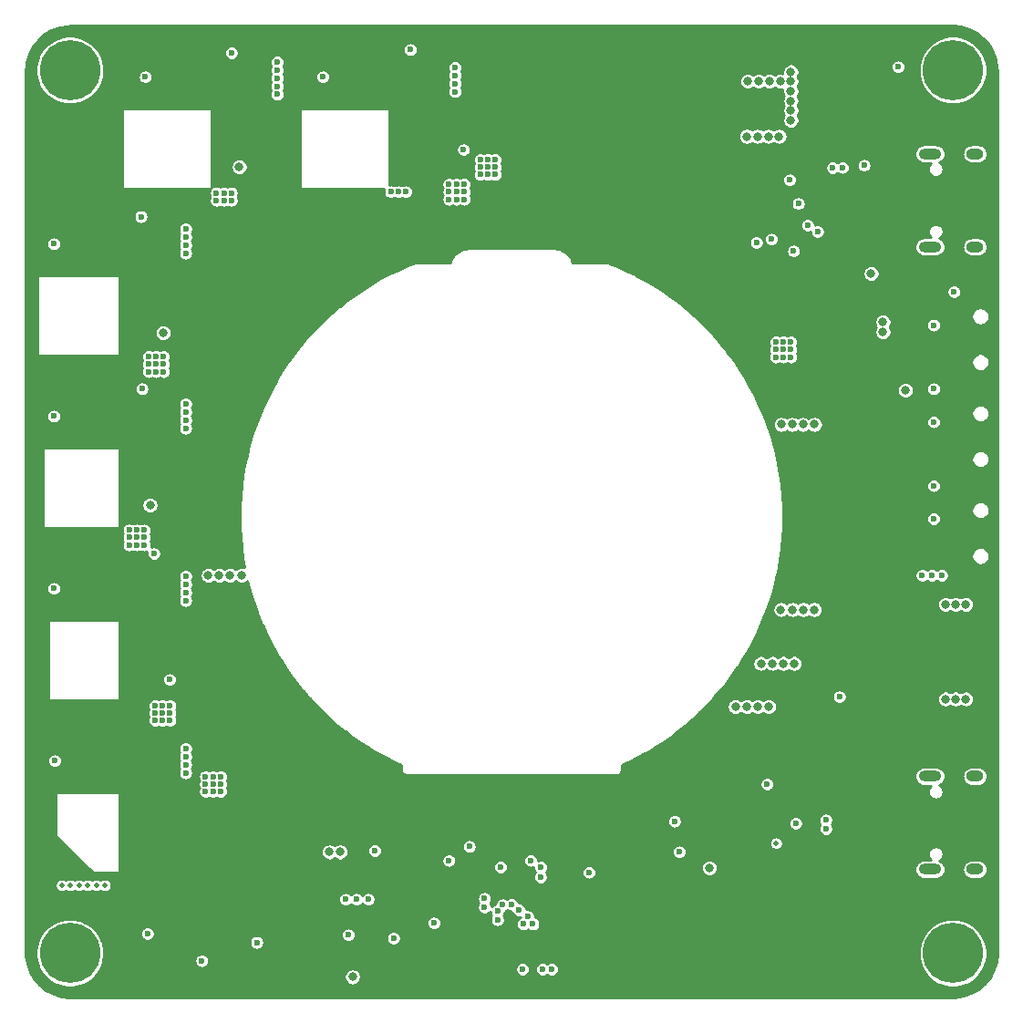
<source format=gbr>
%TF.GenerationSoftware,KiCad,Pcbnew,(5.1.8-0-10_14)*%
%TF.CreationDate,2021-08-11T22:05:50+02:00*%
%TF.ProjectId,Krasse-LED,4b726173-7365-42d4-9c45-442e6b696361,rev?*%
%TF.SameCoordinates,Original*%
%TF.FileFunction,Copper,L3,Inr*%
%TF.FilePolarity,Positive*%
%FSLAX46Y46*%
G04 Gerber Fmt 4.6, Leading zero omitted, Abs format (unit mm)*
G04 Created by KiCad (PCBNEW (5.1.8-0-10_14)) date 2021-08-11 22:05:50*
%MOMM*%
%LPD*%
G01*
G04 APERTURE LIST*
%TA.AperFunction,ComponentPad*%
%ADD10O,2.100000X1.000000*%
%TD*%
%TA.AperFunction,ComponentPad*%
%ADD11O,1.600000X1.000000*%
%TD*%
%TA.AperFunction,ComponentPad*%
%ADD12C,5.600000*%
%TD*%
%TA.AperFunction,ViaPad*%
%ADD13C,0.800000*%
%TD*%
%TA.AperFunction,ViaPad*%
%ADD14C,0.600000*%
%TD*%
%TA.AperFunction,ViaPad*%
%ADD15C,0.500000*%
%TD*%
%TA.AperFunction,Conductor*%
%ADD16C,0.254000*%
%TD*%
%TA.AperFunction,Conductor*%
%ADD17C,0.100000*%
%TD*%
G04 APERTURE END LIST*
D10*
%TO.N,Net-(J6-PadS1)*%
%TO.C,J6*%
X178870000Y-66780000D03*
X178870000Y-75420000D03*
D11*
X183050000Y-75420000D03*
X183050000Y-66780000D03*
%TD*%
D12*
%TO.N,Net-(H4-Pad1)*%
%TO.C,H4*%
X99000000Y-59000000D03*
%TD*%
%TO.N,Net-(H3-Pad1)*%
%TO.C,H3*%
X181000000Y-59000000D03*
%TD*%
%TO.N,Net-(H2-Pad1)*%
%TO.C,H2*%
X181000000Y-141000000D03*
%TD*%
%TO.N,Net-(H1-Pad1)*%
%TO.C,H1*%
X99000000Y-141000000D03*
%TD*%
D10*
%TO.N,Net-(J4-PadS1)*%
%TO.C,J4*%
X178870000Y-124580000D03*
X178870000Y-133220000D03*
D11*
X183050000Y-133220000D03*
X183050000Y-124580000D03*
%TD*%
D13*
%TO.N,*%
X180300000Y-108600000D03*
X182200000Y-108600000D03*
X180300000Y-117400000D03*
X181250000Y-117400000D03*
X182200000Y-117400000D03*
X181250000Y-108600000D03*
D14*
%TO.N,GND*%
X178600000Y-65000000D03*
X178600000Y-65700000D03*
D13*
X160100000Y-65350000D03*
X160100000Y-67350000D03*
X160100000Y-66350000D03*
D14*
X107800000Y-91300000D03*
X108700000Y-91300000D03*
X107800000Y-107300000D03*
X108700000Y-107300000D03*
X116300000Y-59800000D03*
X117200000Y-59800000D03*
X132800000Y-59800000D03*
X133700000Y-59800000D03*
X161400000Y-123100000D03*
D13*
X107100000Y-126300000D03*
D15*
X148000000Y-134900000D03*
X148000000Y-134000000D03*
X148000000Y-133000000D03*
X148600000Y-132400000D03*
X149600000Y-132400000D03*
X150600000Y-132400000D03*
X151600000Y-132400000D03*
X152600000Y-132400000D03*
X153600000Y-132400000D03*
X154600000Y-132400000D03*
X155200000Y-133000000D03*
X155200000Y-134000000D03*
X155200000Y-135000000D03*
X155200000Y-136600000D03*
X155200000Y-137600000D03*
X155200000Y-138600000D03*
X154600000Y-139200000D03*
X153600000Y-139200000D03*
X152600000Y-139200000D03*
X151600000Y-139200000D03*
X150600000Y-139200000D03*
X154400000Y-135800000D03*
X153200000Y-135800000D03*
X152000000Y-135800000D03*
X148000000Y-136750000D03*
X147000000Y-136750000D03*
X146000000Y-136750000D03*
X148800000Y-137250000D03*
X149600000Y-138050000D03*
X98500000Y-119100000D03*
X102500000Y-119100000D03*
X100500000Y-119100000D03*
X103500000Y-119100000D03*
X99500000Y-119100000D03*
X101500000Y-119100000D03*
X99500000Y-103100000D03*
X98500000Y-103100000D03*
X100500000Y-103100000D03*
X101500000Y-103100000D03*
X102500000Y-103100000D03*
X104500000Y-87100000D03*
X103500000Y-87100000D03*
X99500000Y-87100000D03*
X98500000Y-87100000D03*
X100500000Y-87100000D03*
X101500000Y-87100000D03*
X102500000Y-87100000D03*
X104500000Y-71100000D03*
X103500000Y-71100000D03*
X99500000Y-71100000D03*
X98500000Y-71100000D03*
X100500000Y-71100000D03*
X101500000Y-71100000D03*
X102500000Y-71100000D03*
X129500000Y-55600000D03*
X128500000Y-55600000D03*
X124500000Y-55600000D03*
X123500000Y-55600000D03*
X125500000Y-55600000D03*
X126500000Y-55600000D03*
X127500000Y-55600000D03*
X113000000Y-55600000D03*
X111000000Y-61000000D03*
X110000000Y-61000000D03*
X107000000Y-55600000D03*
X108000000Y-55600000D03*
X109000000Y-61000000D03*
X112000000Y-55600000D03*
X109000000Y-55600000D03*
X109000000Y-60000000D03*
X110000000Y-57000000D03*
X111000000Y-57000000D03*
X109000000Y-59000000D03*
X110000000Y-55600000D03*
X111000000Y-60000000D03*
X110000000Y-60000000D03*
X111000000Y-55600000D03*
X110000000Y-59000000D03*
X111000000Y-59000000D03*
X109000000Y-57000000D03*
X127500000Y-61000000D03*
X126500000Y-61000000D03*
X125500000Y-61000000D03*
X127500000Y-58000000D03*
X125500000Y-60000000D03*
X126500000Y-57000000D03*
X127500000Y-57000000D03*
X125500000Y-59000000D03*
X126500000Y-58000000D03*
X127500000Y-60000000D03*
X125500000Y-58000000D03*
X126500000Y-60000000D03*
X126500000Y-59000000D03*
X127500000Y-59000000D03*
X125500000Y-57000000D03*
X102500000Y-76500000D03*
X101500000Y-76500000D03*
X100500000Y-76500000D03*
X102500000Y-73500000D03*
X100500000Y-75500000D03*
X101500000Y-72500000D03*
X102500000Y-72500000D03*
X100500000Y-74500000D03*
X101500000Y-73500000D03*
X102500000Y-75500000D03*
X100500000Y-73500000D03*
X101500000Y-75500000D03*
X101500000Y-74500000D03*
X102500000Y-74500000D03*
X100500000Y-72500000D03*
X102500000Y-92500000D03*
X101500000Y-92500000D03*
X100500000Y-92500000D03*
X102500000Y-89500000D03*
X100500000Y-91500000D03*
X101500000Y-88500000D03*
X102500000Y-88500000D03*
X100500000Y-90500000D03*
X101500000Y-89500000D03*
X102500000Y-91500000D03*
X100500000Y-89500000D03*
X101500000Y-91500000D03*
X101500000Y-90500000D03*
X102500000Y-90500000D03*
X100500000Y-88500000D03*
X102500000Y-108500000D03*
X101500000Y-108500000D03*
X100500000Y-108500000D03*
X102500000Y-105500000D03*
X100500000Y-107500000D03*
X101500000Y-104500000D03*
X102500000Y-104500000D03*
X100500000Y-106500000D03*
X101500000Y-105500000D03*
X102500000Y-107500000D03*
X100500000Y-105500000D03*
X101500000Y-107500000D03*
X101500000Y-106500000D03*
X102500000Y-106500000D03*
X100500000Y-104500000D03*
X102500000Y-120500000D03*
X101500000Y-120500000D03*
X100500000Y-120500000D03*
X102500000Y-121500000D03*
X101500000Y-121500000D03*
X100500000Y-121500000D03*
X102500000Y-122500000D03*
X101500000Y-122500000D03*
X100500000Y-122500000D03*
X102500000Y-123500000D03*
X101500000Y-123500000D03*
X100500000Y-123500000D03*
X100500000Y-124500000D03*
X101500000Y-124500000D03*
X102500000Y-124500000D03*
D14*
X124100000Y-123850000D03*
X124800000Y-123850000D03*
D15*
X169500000Y-71100000D03*
X170300000Y-70300000D03*
X169500000Y-70300000D03*
X168700000Y-70300000D03*
X168700000Y-71100000D03*
X170300000Y-71100000D03*
X170300000Y-71900000D03*
X169500000Y-71900000D03*
X168700000Y-71900000D03*
D13*
X119000000Y-131400000D03*
X119900000Y-131400000D03*
X121800000Y-132500000D03*
X120900000Y-132500000D03*
D14*
X172000000Y-77500000D03*
X170500000Y-77500000D03*
X168500000Y-77500000D03*
X172700000Y-66300000D03*
X177200000Y-67100000D03*
X177200000Y-66400000D03*
X176500000Y-67100000D03*
X176500000Y-66400000D03*
X176500000Y-65700000D03*
X177200000Y-65700000D03*
X176500000Y-65000000D03*
X177200000Y-65000000D03*
X177900000Y-65000000D03*
X177900000Y-65700000D03*
X180500000Y-68100000D03*
X180500000Y-67400000D03*
X177200000Y-75100000D03*
X177200000Y-75800000D03*
X177200000Y-76500000D03*
X177900000Y-76500000D03*
X177900000Y-77200000D03*
X178600000Y-76500000D03*
X178600000Y-77200000D03*
X180500000Y-74200000D03*
X180500000Y-74900000D03*
X174200000Y-87500000D03*
X174200000Y-86800000D03*
X175500000Y-84600000D03*
X175500000Y-85300000D03*
X170300000Y-83150000D03*
X168100000Y-82900000D03*
X167400000Y-82900000D03*
X176700000Y-132150000D03*
X176700000Y-125650000D03*
X182400000Y-115000000D03*
X123400000Y-123850000D03*
D15*
X150700000Y-135800000D03*
X151500000Y-135075000D03*
X151500000Y-136525000D03*
D14*
X147200000Y-134600000D03*
X132800000Y-137400000D03*
X142100000Y-142500000D03*
X169600000Y-125100000D03*
X169600000Y-131300000D03*
D13*
X103900000Y-135200004D03*
D14*
X127600000Y-134700000D03*
X108700000Y-75300000D03*
X107800000Y-75300000D03*
X139200000Y-128699998D03*
X161400000Y-127450000D03*
X155300010Y-121849990D03*
X155150000Y-126450000D03*
X155300000Y-123350000D03*
D13*
X162840000Y-132530000D03*
X160100000Y-57900000D03*
X160100000Y-59900000D03*
X160100000Y-58900000D03*
D14*
X130500000Y-126500000D03*
X176500000Y-75100000D03*
X176500000Y-75800000D03*
X176500000Y-74400000D03*
X175800000Y-74400000D03*
X175800000Y-75100000D03*
X173000000Y-116850000D03*
X130475000Y-139400000D03*
D13*
X156450000Y-138600000D03*
D14*
X170450000Y-118100000D03*
X160250000Y-72550000D03*
X160250000Y-74050000D03*
X117350000Y-140000000D03*
X184050000Y-101999996D03*
X184050000Y-93000000D03*
X184050000Y-84000000D03*
X167549994Y-125700000D03*
X167350000Y-143900000D03*
%TO.N,VCC*%
X118250000Y-59000000D03*
D13*
X162850000Y-65150000D03*
X161850000Y-65150000D03*
X163850000Y-65150000D03*
X164850000Y-65150000D03*
X165950000Y-60050000D03*
X165950000Y-60950000D03*
X165950000Y-61850000D03*
X165950000Y-62750000D03*
X165950000Y-63650000D03*
X165950000Y-59150000D03*
X164950000Y-60050000D03*
X163950000Y-60050000D03*
X162950000Y-60050000D03*
X161950000Y-60050000D03*
X123100000Y-131600000D03*
X124100000Y-131600000D03*
X174500000Y-83300000D03*
X174500000Y-82400000D03*
D14*
X134750000Y-58750000D03*
X134750000Y-59500000D03*
X134750000Y-60250000D03*
X134750000Y-61000000D03*
X118250000Y-59750000D03*
X118250000Y-60500000D03*
X118250000Y-61250000D03*
X118250000Y-58250000D03*
X109750000Y-73750000D03*
X109750000Y-74500000D03*
X109750000Y-75250000D03*
X109750000Y-76000000D03*
X109750000Y-90000000D03*
X109750000Y-90750000D03*
X109750000Y-91500000D03*
X109750000Y-92250000D03*
X109750000Y-106000000D03*
X109750000Y-106750000D03*
X109750000Y-107500000D03*
X109750000Y-108250000D03*
X109750000Y-122000000D03*
X109750000Y-122750000D03*
X109750000Y-123500000D03*
X109750000Y-124250000D03*
%TO.N,+3V3*%
X166200000Y-75800000D03*
D13*
X176575000Y-88725000D03*
X173400000Y-77900000D03*
D14*
X181100000Y-79600000D03*
X179200000Y-88600000D03*
X179200000Y-97600000D03*
X147200000Y-133500000D03*
X127300000Y-131500000D03*
X132800000Y-138200000D03*
X142900000Y-142500000D03*
X163750000Y-125300000D03*
X155150000Y-128750000D03*
X136100000Y-131099998D03*
D13*
X158375000Y-133075000D03*
D14*
X170450000Y-117200008D03*
X165850000Y-69200000D03*
X116350000Y-140000000D03*
%TO.N,BTN_1*%
X179200000Y-100675000D03*
X140700001Y-137000000D03*
%TO.N,BTN_2*%
X179200000Y-91675000D03*
X140034147Y-136461158D03*
%TO.N,BTN_3*%
X179200000Y-82675000D03*
X139199998Y-136500000D03*
%TO.N,Light*%
X134200000Y-132400000D03*
X141800000Y-132400000D03*
%TO.N,RESET*%
X129050000Y-139600000D03*
X143750006Y-142500000D03*
%TO.N,USB_P*%
X137500000Y-136721600D03*
X169200000Y-128625000D03*
%TO.N,USB_N*%
X137500000Y-135918400D03*
X169200000Y-129475000D03*
%TO.N,DIM_BLUE*%
X106000000Y-59635000D03*
X142712241Y-133017497D03*
D15*
X99050000Y-134700000D03*
D14*
%TO.N,DIM_GREEN*%
X97500000Y-75135000D03*
X139000000Y-133000000D03*
D15*
X99850000Y-134700000D03*
D14*
%TO.N,DIM_RED*%
X122500000Y-59635000D03*
X142699996Y-133950008D03*
D15*
X98250000Y-134700000D03*
D14*
%TO.N,DIM_CYAN*%
X97600000Y-123135000D03*
X124600000Y-136000002D03*
D15*
X102250000Y-134700000D03*
D14*
%TO.N,DIM_AMBER*%
X97500000Y-107135000D03*
X125600008Y-136000000D03*
D15*
X101450000Y-134700000D03*
D14*
%TO.N,DIM_LIME*%
X97500000Y-91135000D03*
X126700000Y-136000000D03*
D15*
X100650000Y-134700000D03*
D14*
%TO.N,I2C1_SDA*%
X169837500Y-68062500D03*
X142000000Y-138300000D03*
X178150000Y-105900000D03*
%TO.N,I2C1_SCL*%
X170750009Y-68050009D03*
X141100000Y-138300000D03*
X179050000Y-105900000D03*
%TO.N,USB-PD_ALERT*%
X167499996Y-73400004D03*
X138699989Y-137899997D03*
X179950000Y-105900000D03*
%TO.N,USB-PD_RESET*%
X172750000Y-67850000D03*
X138700000Y-137100004D03*
D15*
%TO.N,/MIC+*%
X164580000Y-130790000D03*
D14*
X166400000Y-128950000D03*
%TO.N,/LED-R-C*%
X135600000Y-69600000D03*
X134200000Y-69600000D03*
X134200000Y-71000000D03*
X135600000Y-71000000D03*
X134900000Y-71000000D03*
X135600000Y-70300000D03*
X134900000Y-69600000D03*
X134200000Y-70300000D03*
X130200000Y-70300000D03*
X129500000Y-70300000D03*
X128800000Y-70300000D03*
X134900000Y-70300000D03*
%TO.N,/LED-R-A*%
X130600000Y-57100000D03*
X135550000Y-66400000D03*
%TO.N,/LED-B-C*%
X112600000Y-71100000D03*
X114000000Y-71100000D03*
X138500000Y-67300000D03*
X137800000Y-67300000D03*
X137100000Y-67300000D03*
X137100000Y-68700000D03*
X138500000Y-68700000D03*
X137800000Y-68700000D03*
X138500000Y-68000000D03*
X137100000Y-68000000D03*
X114000000Y-70400000D03*
X112600000Y-70400000D03*
X113300000Y-71100000D03*
X113300000Y-70400000D03*
X137800000Y-68000000D03*
%TO.N,/LED-B-A*%
X114000000Y-57400000D03*
D13*
X114724996Y-67974996D03*
D14*
%TO.N,/LED-G-C*%
X164550000Y-85650000D03*
X164550000Y-84950000D03*
X164550000Y-84250000D03*
X165250000Y-84250000D03*
X165950000Y-84250000D03*
X165950000Y-85650000D03*
X165250000Y-85650000D03*
X165950000Y-84950000D03*
X106300000Y-85600000D03*
X106300000Y-86300000D03*
X106300000Y-87000000D03*
X107000000Y-87000000D03*
X107700000Y-87000000D03*
X107700000Y-85600000D03*
X107700000Y-86300000D03*
X107000000Y-85600000D03*
X107000000Y-86300000D03*
X165250000Y-84950000D03*
%TO.N,/LED-G-A*%
X105600000Y-72600000D03*
D13*
X107650000Y-83400000D03*
D14*
%TO.N,/LED-L-C*%
X105900000Y-101700000D03*
X104500000Y-101700000D03*
X104500000Y-103100000D03*
X105900000Y-103100000D03*
D13*
X166107000Y-109100000D03*
X168130000Y-109100000D03*
X165030000Y-109100000D03*
X167113300Y-109100000D03*
D14*
X105200000Y-101700000D03*
X104500000Y-102400000D03*
X105200000Y-103100000D03*
X105900000Y-102400000D03*
X105200000Y-102400000D03*
%TO.N,/LED-L-A*%
X105700000Y-88600000D03*
D13*
X106450000Y-99400006D03*
D14*
%TO.N,/LED-A-C*%
X108300000Y-119400000D03*
X106900000Y-119400000D03*
X106900000Y-118000000D03*
X108300000Y-118000000D03*
D13*
X164247000Y-114100000D03*
X166270000Y-114100000D03*
X163170000Y-114100000D03*
X165253300Y-114100000D03*
D14*
X107600000Y-118000000D03*
X106900000Y-118700000D03*
X107600000Y-119400000D03*
X108300000Y-118700000D03*
X107600000Y-118700000D03*
%TO.N,/LED-A-A*%
X106800000Y-103900000D03*
X108250000Y-115600006D03*
%TO.N,/LED-C-A*%
X113000000Y-124600000D03*
X111600002Y-124600000D03*
X111600002Y-126000000D03*
X113000002Y-126000000D03*
X112300002Y-126000000D03*
X111600002Y-125300000D03*
X112300002Y-124600000D03*
X113000002Y-125300000D03*
X112300002Y-125300000D03*
D13*
X163900000Y-118100000D03*
X160800000Y-118100000D03*
X161877000Y-118100000D03*
X162883300Y-118100000D03*
%TO.N,/LIME-SERIES*%
X113873000Y-105900000D03*
X112866700Y-105900000D03*
X114950000Y-105900000D03*
X111850000Y-105900000D03*
X165050000Y-91900000D03*
X166066700Y-91900000D03*
X168150000Y-91900000D03*
X167073000Y-91900000D03*
D14*
%TO.N,Net-(R39-Pad2)*%
X166643289Y-71402410D03*
X175900000Y-58700000D03*
%TO.N,FAN1-PWM*%
X106200000Y-139200000D03*
X111250000Y-141700000D03*
%TO.N,/PWROK2*%
X168423463Y-74006703D03*
X164150000Y-74700000D03*
%TO.N,VCC-Voltage*%
X141500004Y-137600000D03*
X162750000Y-75000000D03*
D13*
%TO.N,RX-CONN*%
X125250000Y-143200000D03*
D14*
X141050000Y-142500000D03*
%TO.N,TX-CONN*%
X155600000Y-131600000D03*
X124850000Y-139300000D03*
%TD*%
D16*
%TO.N,GND*%
X181774569Y-54977726D02*
X182521187Y-55196760D01*
X183212917Y-55553024D01*
X183824801Y-56033665D01*
X184334758Y-56621337D01*
X184724391Y-57294845D01*
X184979634Y-58029866D01*
X185093336Y-58814051D01*
X185098001Y-59004951D01*
X185098000Y-140980863D01*
X185022274Y-141774569D01*
X184803240Y-142521187D01*
X184446976Y-143212917D01*
X183966333Y-143824803D01*
X183378661Y-144334759D01*
X182705159Y-144724389D01*
X181970134Y-144979634D01*
X181185949Y-145093336D01*
X180995089Y-145098000D01*
X99019137Y-145098000D01*
X98225431Y-145022274D01*
X97478813Y-144803240D01*
X96787083Y-144446976D01*
X96175197Y-143966333D01*
X95665241Y-143378661D01*
X95275611Y-142705159D01*
X95020366Y-141970134D01*
X94906664Y-141185949D01*
X94902000Y-140995089D01*
X94902000Y-140687093D01*
X95823000Y-140687093D01*
X95823000Y-141312907D01*
X95945090Y-141926697D01*
X96184579Y-142504874D01*
X96532263Y-143025219D01*
X96974781Y-143467737D01*
X97495126Y-143815421D01*
X98073303Y-144054910D01*
X98687093Y-144177000D01*
X99312907Y-144177000D01*
X99926697Y-144054910D01*
X100504874Y-143815421D01*
X101025219Y-143467737D01*
X101369484Y-143123472D01*
X124473000Y-143123472D01*
X124473000Y-143276528D01*
X124502859Y-143426643D01*
X124561431Y-143568048D01*
X124646464Y-143695309D01*
X124754691Y-143803536D01*
X124881952Y-143888569D01*
X125023357Y-143947141D01*
X125173472Y-143977000D01*
X125326528Y-143977000D01*
X125476643Y-143947141D01*
X125618048Y-143888569D01*
X125745309Y-143803536D01*
X125853536Y-143695309D01*
X125938569Y-143568048D01*
X125997141Y-143426643D01*
X126027000Y-143276528D01*
X126027000Y-143123472D01*
X125997141Y-142973357D01*
X125938569Y-142831952D01*
X125853536Y-142704691D01*
X125745309Y-142596464D01*
X125618048Y-142511431D01*
X125476643Y-142452859D01*
X125378417Y-142433321D01*
X140373000Y-142433321D01*
X140373000Y-142566679D01*
X140399016Y-142697474D01*
X140450050Y-142820680D01*
X140524140Y-142931563D01*
X140618437Y-143025860D01*
X140729320Y-143099950D01*
X140852526Y-143150984D01*
X140983321Y-143177000D01*
X141116679Y-143177000D01*
X141247474Y-143150984D01*
X141370680Y-143099950D01*
X141481563Y-143025860D01*
X141575860Y-142931563D01*
X141649950Y-142820680D01*
X141700984Y-142697474D01*
X141727000Y-142566679D01*
X141727000Y-142433321D01*
X142223000Y-142433321D01*
X142223000Y-142566679D01*
X142249016Y-142697474D01*
X142300050Y-142820680D01*
X142374140Y-142931563D01*
X142468437Y-143025860D01*
X142579320Y-143099950D01*
X142702526Y-143150984D01*
X142833321Y-143177000D01*
X142966679Y-143177000D01*
X143097474Y-143150984D01*
X143220680Y-143099950D01*
X143325003Y-143030243D01*
X143429326Y-143099950D01*
X143552532Y-143150984D01*
X143683327Y-143177000D01*
X143816685Y-143177000D01*
X143947480Y-143150984D01*
X144070686Y-143099950D01*
X144181569Y-143025860D01*
X144275866Y-142931563D01*
X144349956Y-142820680D01*
X144400990Y-142697474D01*
X144427006Y-142566679D01*
X144427006Y-142433321D01*
X144400990Y-142302526D01*
X144349956Y-142179320D01*
X144275866Y-142068437D01*
X144181569Y-141974140D01*
X144070686Y-141900050D01*
X143947480Y-141849016D01*
X143816685Y-141823000D01*
X143683327Y-141823000D01*
X143552532Y-141849016D01*
X143429326Y-141900050D01*
X143325003Y-141969757D01*
X143220680Y-141900050D01*
X143097474Y-141849016D01*
X142966679Y-141823000D01*
X142833321Y-141823000D01*
X142702526Y-141849016D01*
X142579320Y-141900050D01*
X142468437Y-141974140D01*
X142374140Y-142068437D01*
X142300050Y-142179320D01*
X142249016Y-142302526D01*
X142223000Y-142433321D01*
X141727000Y-142433321D01*
X141700984Y-142302526D01*
X141649950Y-142179320D01*
X141575860Y-142068437D01*
X141481563Y-141974140D01*
X141370680Y-141900050D01*
X141247474Y-141849016D01*
X141116679Y-141823000D01*
X140983321Y-141823000D01*
X140852526Y-141849016D01*
X140729320Y-141900050D01*
X140618437Y-141974140D01*
X140524140Y-142068437D01*
X140450050Y-142179320D01*
X140399016Y-142302526D01*
X140373000Y-142433321D01*
X125378417Y-142433321D01*
X125326528Y-142423000D01*
X125173472Y-142423000D01*
X125023357Y-142452859D01*
X124881952Y-142511431D01*
X124754691Y-142596464D01*
X124646464Y-142704691D01*
X124561431Y-142831952D01*
X124502859Y-142973357D01*
X124473000Y-143123472D01*
X101369484Y-143123472D01*
X101467737Y-143025219D01*
X101815421Y-142504874D01*
X102054910Y-141926697D01*
X102113265Y-141633321D01*
X110573000Y-141633321D01*
X110573000Y-141766679D01*
X110599016Y-141897474D01*
X110650050Y-142020680D01*
X110724140Y-142131563D01*
X110818437Y-142225860D01*
X110929320Y-142299950D01*
X111052526Y-142350984D01*
X111183321Y-142377000D01*
X111316679Y-142377000D01*
X111447474Y-142350984D01*
X111570680Y-142299950D01*
X111681563Y-142225860D01*
X111775860Y-142131563D01*
X111849950Y-142020680D01*
X111900984Y-141897474D01*
X111927000Y-141766679D01*
X111927000Y-141633321D01*
X111900984Y-141502526D01*
X111849950Y-141379320D01*
X111775860Y-141268437D01*
X111681563Y-141174140D01*
X111570680Y-141100050D01*
X111447474Y-141049016D01*
X111316679Y-141023000D01*
X111183321Y-141023000D01*
X111052526Y-141049016D01*
X110929320Y-141100050D01*
X110818437Y-141174140D01*
X110724140Y-141268437D01*
X110650050Y-141379320D01*
X110599016Y-141502526D01*
X110573000Y-141633321D01*
X102113265Y-141633321D01*
X102177000Y-141312907D01*
X102177000Y-140687093D01*
X177823000Y-140687093D01*
X177823000Y-141312907D01*
X177945090Y-141926697D01*
X178184579Y-142504874D01*
X178532263Y-143025219D01*
X178974781Y-143467737D01*
X179495126Y-143815421D01*
X180073303Y-144054910D01*
X180687093Y-144177000D01*
X181312907Y-144177000D01*
X181926697Y-144054910D01*
X182504874Y-143815421D01*
X183025219Y-143467737D01*
X183467737Y-143025219D01*
X183815421Y-142504874D01*
X184054910Y-141926697D01*
X184177000Y-141312907D01*
X184177000Y-140687093D01*
X184054910Y-140073303D01*
X183815421Y-139495126D01*
X183467737Y-138974781D01*
X183025219Y-138532263D01*
X182504874Y-138184579D01*
X181926697Y-137945090D01*
X181312907Y-137823000D01*
X180687093Y-137823000D01*
X180073303Y-137945090D01*
X179495126Y-138184579D01*
X178974781Y-138532263D01*
X178532263Y-138974781D01*
X178184579Y-139495126D01*
X177945090Y-140073303D01*
X177823000Y-140687093D01*
X102177000Y-140687093D01*
X102054910Y-140073303D01*
X101996928Y-139933321D01*
X115673000Y-139933321D01*
X115673000Y-140066679D01*
X115699016Y-140197474D01*
X115750050Y-140320680D01*
X115824140Y-140431563D01*
X115918437Y-140525860D01*
X116029320Y-140599950D01*
X116152526Y-140650984D01*
X116283321Y-140677000D01*
X116416679Y-140677000D01*
X116547474Y-140650984D01*
X116670680Y-140599950D01*
X116781563Y-140525860D01*
X116875860Y-140431563D01*
X116949950Y-140320680D01*
X117000984Y-140197474D01*
X117027000Y-140066679D01*
X117027000Y-139933321D01*
X117000984Y-139802526D01*
X116949950Y-139679320D01*
X116875860Y-139568437D01*
X116781563Y-139474140D01*
X116670680Y-139400050D01*
X116547474Y-139349016D01*
X116416679Y-139323000D01*
X116283321Y-139323000D01*
X116152526Y-139349016D01*
X116029320Y-139400050D01*
X115918437Y-139474140D01*
X115824140Y-139568437D01*
X115750050Y-139679320D01*
X115699016Y-139802526D01*
X115673000Y-139933321D01*
X101996928Y-139933321D01*
X101815421Y-139495126D01*
X101573671Y-139133321D01*
X105523000Y-139133321D01*
X105523000Y-139266679D01*
X105549016Y-139397474D01*
X105600050Y-139520680D01*
X105674140Y-139631563D01*
X105768437Y-139725860D01*
X105879320Y-139799950D01*
X106002526Y-139850984D01*
X106133321Y-139877000D01*
X106266679Y-139877000D01*
X106397474Y-139850984D01*
X106520680Y-139799950D01*
X106631563Y-139725860D01*
X106725860Y-139631563D01*
X106799950Y-139520680D01*
X106850984Y-139397474D01*
X106877000Y-139266679D01*
X106877000Y-139233321D01*
X124173000Y-139233321D01*
X124173000Y-139366679D01*
X124199016Y-139497474D01*
X124250050Y-139620680D01*
X124324140Y-139731563D01*
X124418437Y-139825860D01*
X124529320Y-139899950D01*
X124652526Y-139950984D01*
X124783321Y-139977000D01*
X124916679Y-139977000D01*
X125047474Y-139950984D01*
X125170680Y-139899950D01*
X125281563Y-139825860D01*
X125375860Y-139731563D01*
X125449950Y-139620680D01*
X125486135Y-139533321D01*
X128373000Y-139533321D01*
X128373000Y-139666679D01*
X128399016Y-139797474D01*
X128450050Y-139920680D01*
X128524140Y-140031563D01*
X128618437Y-140125860D01*
X128729320Y-140199950D01*
X128852526Y-140250984D01*
X128983321Y-140277000D01*
X129116679Y-140277000D01*
X129247474Y-140250984D01*
X129370680Y-140199950D01*
X129481563Y-140125860D01*
X129575860Y-140031563D01*
X129649950Y-139920680D01*
X129700984Y-139797474D01*
X129727000Y-139666679D01*
X129727000Y-139533321D01*
X129700984Y-139402526D01*
X129649950Y-139279320D01*
X129575860Y-139168437D01*
X129481563Y-139074140D01*
X129370680Y-139000050D01*
X129247474Y-138949016D01*
X129116679Y-138923000D01*
X128983321Y-138923000D01*
X128852526Y-138949016D01*
X128729320Y-139000050D01*
X128618437Y-139074140D01*
X128524140Y-139168437D01*
X128450050Y-139279320D01*
X128399016Y-139402526D01*
X128373000Y-139533321D01*
X125486135Y-139533321D01*
X125500984Y-139497474D01*
X125527000Y-139366679D01*
X125527000Y-139233321D01*
X125500984Y-139102526D01*
X125449950Y-138979320D01*
X125375860Y-138868437D01*
X125281563Y-138774140D01*
X125170680Y-138700050D01*
X125047474Y-138649016D01*
X124916679Y-138623000D01*
X124783321Y-138623000D01*
X124652526Y-138649016D01*
X124529320Y-138700050D01*
X124418437Y-138774140D01*
X124324140Y-138868437D01*
X124250050Y-138979320D01*
X124199016Y-139102526D01*
X124173000Y-139233321D01*
X106877000Y-139233321D01*
X106877000Y-139133321D01*
X106850984Y-139002526D01*
X106799950Y-138879320D01*
X106725860Y-138768437D01*
X106631563Y-138674140D01*
X106520680Y-138600050D01*
X106397474Y-138549016D01*
X106266679Y-138523000D01*
X106133321Y-138523000D01*
X106002526Y-138549016D01*
X105879320Y-138600050D01*
X105768437Y-138674140D01*
X105674140Y-138768437D01*
X105600050Y-138879320D01*
X105549016Y-139002526D01*
X105523000Y-139133321D01*
X101573671Y-139133321D01*
X101467737Y-138974781D01*
X101025219Y-138532263D01*
X100504874Y-138184579D01*
X100381127Y-138133321D01*
X132123000Y-138133321D01*
X132123000Y-138266679D01*
X132149016Y-138397474D01*
X132200050Y-138520680D01*
X132274140Y-138631563D01*
X132368437Y-138725860D01*
X132479320Y-138799950D01*
X132602526Y-138850984D01*
X132733321Y-138877000D01*
X132866679Y-138877000D01*
X132997474Y-138850984D01*
X133120680Y-138799950D01*
X133231563Y-138725860D01*
X133325860Y-138631563D01*
X133399950Y-138520680D01*
X133450984Y-138397474D01*
X133477000Y-138266679D01*
X133477000Y-138133321D01*
X133450984Y-138002526D01*
X133399950Y-137879320D01*
X133325860Y-137768437D01*
X133231563Y-137674140D01*
X133120680Y-137600050D01*
X132997474Y-137549016D01*
X132866679Y-137523000D01*
X132733321Y-137523000D01*
X132602526Y-137549016D01*
X132479320Y-137600050D01*
X132368437Y-137674140D01*
X132274140Y-137768437D01*
X132200050Y-137879320D01*
X132149016Y-138002526D01*
X132123000Y-138133321D01*
X100381127Y-138133321D01*
X99926697Y-137945090D01*
X99312907Y-137823000D01*
X98687093Y-137823000D01*
X98073303Y-137945090D01*
X97495126Y-138184579D01*
X96974781Y-138532263D01*
X96532263Y-138974781D01*
X96184579Y-139495126D01*
X95945090Y-140073303D01*
X95823000Y-140687093D01*
X94902000Y-140687093D01*
X94902000Y-135933323D01*
X123923000Y-135933323D01*
X123923000Y-136066681D01*
X123949016Y-136197476D01*
X124000050Y-136320682D01*
X124074140Y-136431565D01*
X124168437Y-136525862D01*
X124279320Y-136599952D01*
X124402526Y-136650986D01*
X124533321Y-136677002D01*
X124666679Y-136677002D01*
X124797474Y-136650986D01*
X124920680Y-136599952D01*
X125031563Y-136525862D01*
X125100005Y-136457420D01*
X125168445Y-136525860D01*
X125279328Y-136599950D01*
X125402534Y-136650984D01*
X125533329Y-136677000D01*
X125666687Y-136677000D01*
X125797482Y-136650984D01*
X125920688Y-136599950D01*
X126031571Y-136525860D01*
X126125868Y-136431563D01*
X126150004Y-136395441D01*
X126174140Y-136431563D01*
X126268437Y-136525860D01*
X126379320Y-136599950D01*
X126502526Y-136650984D01*
X126633321Y-136677000D01*
X126766679Y-136677000D01*
X126897474Y-136650984D01*
X127020680Y-136599950D01*
X127131563Y-136525860D01*
X127225860Y-136431563D01*
X127299950Y-136320680D01*
X127350984Y-136197474D01*
X127377000Y-136066679D01*
X127377000Y-135933321D01*
X127360770Y-135851721D01*
X136823000Y-135851721D01*
X136823000Y-135985079D01*
X136849016Y-136115874D01*
X136900050Y-136239080D01*
X136954119Y-136320000D01*
X136900050Y-136400920D01*
X136849016Y-136524126D01*
X136823000Y-136654921D01*
X136823000Y-136788279D01*
X136849016Y-136919074D01*
X136900050Y-137042280D01*
X136974140Y-137153163D01*
X137068437Y-137247460D01*
X137179320Y-137321550D01*
X137302526Y-137372584D01*
X137433321Y-137398600D01*
X137566679Y-137398600D01*
X137697474Y-137372584D01*
X137820680Y-137321550D01*
X137931563Y-137247460D01*
X138023000Y-137156023D01*
X138023000Y-137166683D01*
X138049016Y-137297478D01*
X138100050Y-137420684D01*
X138153042Y-137499992D01*
X138100039Y-137579317D01*
X138049005Y-137702523D01*
X138022989Y-137833318D01*
X138022989Y-137966676D01*
X138049005Y-138097471D01*
X138100039Y-138220677D01*
X138174129Y-138331560D01*
X138268426Y-138425857D01*
X138379309Y-138499947D01*
X138502515Y-138550981D01*
X138633310Y-138576997D01*
X138766668Y-138576997D01*
X138897463Y-138550981D01*
X139020669Y-138499947D01*
X139131552Y-138425857D01*
X139225849Y-138331560D01*
X139299939Y-138220677D01*
X139350973Y-138097471D01*
X139376989Y-137966676D01*
X139376989Y-137833318D01*
X139350973Y-137702523D01*
X139299939Y-137579317D01*
X139246947Y-137500009D01*
X139299950Y-137420684D01*
X139350984Y-137297478D01*
X139377000Y-137166683D01*
X139377000Y-137155056D01*
X139397472Y-137150984D01*
X139520678Y-137099950D01*
X139631561Y-137025860D01*
X139643238Y-137014183D01*
X139713467Y-137061108D01*
X139836673Y-137112142D01*
X139967468Y-137138158D01*
X140037219Y-137138158D01*
X140049017Y-137197474D01*
X140100051Y-137320680D01*
X140174141Y-137431563D01*
X140268438Y-137525860D01*
X140379321Y-137599950D01*
X140502527Y-137650984D01*
X140633322Y-137677000D01*
X140766680Y-137677000D01*
X140823004Y-137665797D01*
X140823004Y-137666679D01*
X140825811Y-137680793D01*
X140779320Y-137700050D01*
X140668437Y-137774140D01*
X140574140Y-137868437D01*
X140500050Y-137979320D01*
X140449016Y-138102526D01*
X140423000Y-138233321D01*
X140423000Y-138366679D01*
X140449016Y-138497474D01*
X140500050Y-138620680D01*
X140574140Y-138731563D01*
X140668437Y-138825860D01*
X140779320Y-138899950D01*
X140902526Y-138950984D01*
X141033321Y-138977000D01*
X141166679Y-138977000D01*
X141297474Y-138950984D01*
X141420680Y-138899950D01*
X141531563Y-138825860D01*
X141550000Y-138807423D01*
X141568437Y-138825860D01*
X141679320Y-138899950D01*
X141802526Y-138950984D01*
X141933321Y-138977000D01*
X142066679Y-138977000D01*
X142197474Y-138950984D01*
X142320680Y-138899950D01*
X142431563Y-138825860D01*
X142525860Y-138731563D01*
X142599950Y-138620680D01*
X142650984Y-138497474D01*
X142677000Y-138366679D01*
X142677000Y-138233321D01*
X142650984Y-138102526D01*
X142599950Y-137979320D01*
X142525860Y-137868437D01*
X142431563Y-137774140D01*
X142320680Y-137700050D01*
X142197474Y-137649016D01*
X142177004Y-137644944D01*
X142177004Y-137533321D01*
X142150988Y-137402526D01*
X142099954Y-137279320D01*
X142025864Y-137168437D01*
X141931567Y-137074140D01*
X141820684Y-137000050D01*
X141697478Y-136949016D01*
X141566683Y-136923000D01*
X141433325Y-136923000D01*
X141377001Y-136934203D01*
X141377001Y-136933321D01*
X141350985Y-136802526D01*
X141299951Y-136679320D01*
X141225861Y-136568437D01*
X141131564Y-136474140D01*
X141020681Y-136400050D01*
X140897475Y-136349016D01*
X140766680Y-136323000D01*
X140696929Y-136323000D01*
X140685131Y-136263684D01*
X140634097Y-136140478D01*
X140560007Y-136029595D01*
X140465710Y-135935298D01*
X140354827Y-135861208D01*
X140231621Y-135810174D01*
X140100826Y-135784158D01*
X139967468Y-135784158D01*
X139836673Y-135810174D01*
X139713467Y-135861208D01*
X139602584Y-135935298D01*
X139590907Y-135946975D01*
X139520678Y-135900050D01*
X139397472Y-135849016D01*
X139266677Y-135823000D01*
X139133319Y-135823000D01*
X139002524Y-135849016D01*
X138879318Y-135900050D01*
X138768435Y-135974140D01*
X138674138Y-136068437D01*
X138600048Y-136179320D01*
X138549014Y-136302526D01*
X138522998Y-136433321D01*
X138522998Y-136444948D01*
X138502526Y-136449020D01*
X138379320Y-136500054D01*
X138268437Y-136574144D01*
X138177000Y-136665581D01*
X138177000Y-136654921D01*
X138150984Y-136524126D01*
X138099950Y-136400920D01*
X138045881Y-136320000D01*
X138099950Y-136239080D01*
X138150984Y-136115874D01*
X138177000Y-135985079D01*
X138177000Y-135851721D01*
X138150984Y-135720926D01*
X138099950Y-135597720D01*
X138025860Y-135486837D01*
X137931563Y-135392540D01*
X137820680Y-135318450D01*
X137697474Y-135267416D01*
X137566679Y-135241400D01*
X137433321Y-135241400D01*
X137302526Y-135267416D01*
X137179320Y-135318450D01*
X137068437Y-135392540D01*
X136974140Y-135486837D01*
X136900050Y-135597720D01*
X136849016Y-135720926D01*
X136823000Y-135851721D01*
X127360770Y-135851721D01*
X127350984Y-135802526D01*
X127299950Y-135679320D01*
X127225860Y-135568437D01*
X127131563Y-135474140D01*
X127020680Y-135400050D01*
X126897474Y-135349016D01*
X126766679Y-135323000D01*
X126633321Y-135323000D01*
X126502526Y-135349016D01*
X126379320Y-135400050D01*
X126268437Y-135474140D01*
X126174140Y-135568437D01*
X126150004Y-135604559D01*
X126125868Y-135568437D01*
X126031571Y-135474140D01*
X125920688Y-135400050D01*
X125797482Y-135349016D01*
X125666687Y-135323000D01*
X125533329Y-135323000D01*
X125402534Y-135349016D01*
X125279328Y-135400050D01*
X125168445Y-135474140D01*
X125100003Y-135542582D01*
X125031563Y-135474142D01*
X124920680Y-135400052D01*
X124797474Y-135349018D01*
X124666679Y-135323002D01*
X124533321Y-135323002D01*
X124402526Y-135349018D01*
X124279320Y-135400052D01*
X124168437Y-135474142D01*
X124074140Y-135568439D01*
X124000050Y-135679322D01*
X123949016Y-135802528D01*
X123923000Y-135933323D01*
X94902000Y-135933323D01*
X94902000Y-134638246D01*
X97623000Y-134638246D01*
X97623000Y-134761754D01*
X97647095Y-134882889D01*
X97694360Y-134996996D01*
X97762977Y-135099689D01*
X97850311Y-135187023D01*
X97953004Y-135255640D01*
X98067111Y-135302905D01*
X98188246Y-135327000D01*
X98311754Y-135327000D01*
X98432889Y-135302905D01*
X98546996Y-135255640D01*
X98649689Y-135187023D01*
X98650000Y-135186712D01*
X98650311Y-135187023D01*
X98753004Y-135255640D01*
X98867111Y-135302905D01*
X98988246Y-135327000D01*
X99111754Y-135327000D01*
X99232889Y-135302905D01*
X99346996Y-135255640D01*
X99449689Y-135187023D01*
X99450000Y-135186712D01*
X99450311Y-135187023D01*
X99553004Y-135255640D01*
X99667111Y-135302905D01*
X99788246Y-135327000D01*
X99911754Y-135327000D01*
X100032889Y-135302905D01*
X100146996Y-135255640D01*
X100249689Y-135187023D01*
X100250000Y-135186712D01*
X100250311Y-135187023D01*
X100353004Y-135255640D01*
X100467111Y-135302905D01*
X100588246Y-135327000D01*
X100711754Y-135327000D01*
X100832889Y-135302905D01*
X100946996Y-135255640D01*
X101049689Y-135187023D01*
X101050000Y-135186712D01*
X101050311Y-135187023D01*
X101153004Y-135255640D01*
X101267111Y-135302905D01*
X101388246Y-135327000D01*
X101511754Y-135327000D01*
X101632889Y-135302905D01*
X101746996Y-135255640D01*
X101849689Y-135187023D01*
X101850000Y-135186712D01*
X101850311Y-135187023D01*
X101953004Y-135255640D01*
X102067111Y-135302905D01*
X102188246Y-135327000D01*
X102311754Y-135327000D01*
X102432889Y-135302905D01*
X102546996Y-135255640D01*
X102649689Y-135187023D01*
X102737023Y-135099689D01*
X102805640Y-134996996D01*
X102852905Y-134882889D01*
X102877000Y-134761754D01*
X102877000Y-134638246D01*
X102852905Y-134517111D01*
X102805640Y-134403004D01*
X102737023Y-134300311D01*
X102649689Y-134212977D01*
X102546996Y-134144360D01*
X102432889Y-134097095D01*
X102311754Y-134073000D01*
X102188246Y-134073000D01*
X102067111Y-134097095D01*
X101953004Y-134144360D01*
X101850311Y-134212977D01*
X101850000Y-134213288D01*
X101849689Y-134212977D01*
X101746996Y-134144360D01*
X101632889Y-134097095D01*
X101511754Y-134073000D01*
X101388246Y-134073000D01*
X101267111Y-134097095D01*
X101153004Y-134144360D01*
X101050311Y-134212977D01*
X101050000Y-134213288D01*
X101049689Y-134212977D01*
X100946996Y-134144360D01*
X100832889Y-134097095D01*
X100711754Y-134073000D01*
X100588246Y-134073000D01*
X100467111Y-134097095D01*
X100353004Y-134144360D01*
X100250311Y-134212977D01*
X100250000Y-134213288D01*
X100249689Y-134212977D01*
X100146996Y-134144360D01*
X100032889Y-134097095D01*
X99911754Y-134073000D01*
X99788246Y-134073000D01*
X99667111Y-134097095D01*
X99553004Y-134144360D01*
X99450311Y-134212977D01*
X99450000Y-134213288D01*
X99449689Y-134212977D01*
X99346996Y-134144360D01*
X99232889Y-134097095D01*
X99111754Y-134073000D01*
X98988246Y-134073000D01*
X98867111Y-134097095D01*
X98753004Y-134144360D01*
X98650311Y-134212977D01*
X98650000Y-134213288D01*
X98649689Y-134212977D01*
X98546996Y-134144360D01*
X98432889Y-134097095D01*
X98311754Y-134073000D01*
X98188246Y-134073000D01*
X98067111Y-134097095D01*
X97953004Y-134144360D01*
X97850311Y-134212977D01*
X97762977Y-134300311D01*
X97694360Y-134403004D01*
X97647095Y-134517111D01*
X97623000Y-134638246D01*
X94902000Y-134638246D01*
X94902000Y-126200000D01*
X97673000Y-126200000D01*
X97673000Y-130000000D01*
X97675440Y-130024776D01*
X97682667Y-130048601D01*
X97694403Y-130070557D01*
X97710197Y-130089803D01*
X101110197Y-133489803D01*
X101129443Y-133505597D01*
X101151399Y-133517333D01*
X101175224Y-133524560D01*
X101200000Y-133527000D01*
X103500000Y-133527000D01*
X103524776Y-133524560D01*
X103548601Y-133517333D01*
X103570557Y-133505597D01*
X103589803Y-133489803D01*
X103605597Y-133470557D01*
X103617333Y-133448601D01*
X103624560Y-133424776D01*
X103627000Y-133400000D01*
X103627000Y-131523472D01*
X122323000Y-131523472D01*
X122323000Y-131676528D01*
X122352859Y-131826643D01*
X122411431Y-131968048D01*
X122496464Y-132095309D01*
X122604691Y-132203536D01*
X122731952Y-132288569D01*
X122873357Y-132347141D01*
X123023472Y-132377000D01*
X123176528Y-132377000D01*
X123326643Y-132347141D01*
X123468048Y-132288569D01*
X123595309Y-132203536D01*
X123600000Y-132198845D01*
X123604691Y-132203536D01*
X123731952Y-132288569D01*
X123873357Y-132347141D01*
X124023472Y-132377000D01*
X124176528Y-132377000D01*
X124326643Y-132347141D01*
X124360007Y-132333321D01*
X133523000Y-132333321D01*
X133523000Y-132466679D01*
X133549016Y-132597474D01*
X133600050Y-132720680D01*
X133674140Y-132831563D01*
X133768437Y-132925860D01*
X133879320Y-132999950D01*
X134002526Y-133050984D01*
X134133321Y-133077000D01*
X134266679Y-133077000D01*
X134397474Y-133050984D01*
X134520680Y-132999950D01*
X134620396Y-132933321D01*
X138323000Y-132933321D01*
X138323000Y-133066679D01*
X138349016Y-133197474D01*
X138400050Y-133320680D01*
X138474140Y-133431563D01*
X138568437Y-133525860D01*
X138679320Y-133599950D01*
X138802526Y-133650984D01*
X138933321Y-133677000D01*
X139066679Y-133677000D01*
X139197474Y-133650984D01*
X139320680Y-133599950D01*
X139431563Y-133525860D01*
X139525860Y-133431563D01*
X139599950Y-133320680D01*
X139650984Y-133197474D01*
X139677000Y-133066679D01*
X139677000Y-132933321D01*
X139650984Y-132802526D01*
X139599950Y-132679320D01*
X139525860Y-132568437D01*
X139431563Y-132474140D01*
X139320680Y-132400050D01*
X139197474Y-132349016D01*
X139118568Y-132333321D01*
X141123000Y-132333321D01*
X141123000Y-132466679D01*
X141149016Y-132597474D01*
X141200050Y-132720680D01*
X141274140Y-132831563D01*
X141368437Y-132925860D01*
X141479320Y-132999950D01*
X141602526Y-133050984D01*
X141733321Y-133077000D01*
X141866679Y-133077000D01*
X141997474Y-133050984D01*
X142035241Y-133035340D01*
X142035241Y-133084176D01*
X142061257Y-133214971D01*
X142112291Y-133338177D01*
X142186381Y-133449060D01*
X142214951Y-133477630D01*
X142174136Y-133518445D01*
X142100046Y-133629328D01*
X142049012Y-133752534D01*
X142022996Y-133883329D01*
X142022996Y-134016687D01*
X142049012Y-134147482D01*
X142100046Y-134270688D01*
X142174136Y-134381571D01*
X142268433Y-134475868D01*
X142379316Y-134549958D01*
X142502522Y-134600992D01*
X142633317Y-134627008D01*
X142766675Y-134627008D01*
X142897470Y-134600992D01*
X143020676Y-134549958D01*
X143131559Y-134475868D01*
X143225856Y-134381571D01*
X143299946Y-134270688D01*
X143350980Y-134147482D01*
X143376996Y-134016687D01*
X143376996Y-133883329D01*
X143350980Y-133752534D01*
X143299946Y-133629328D01*
X143225856Y-133518445D01*
X143197286Y-133489875D01*
X143238101Y-133449060D01*
X143248617Y-133433321D01*
X146523000Y-133433321D01*
X146523000Y-133566679D01*
X146549016Y-133697474D01*
X146600050Y-133820680D01*
X146674140Y-133931563D01*
X146768437Y-134025860D01*
X146879320Y-134099950D01*
X147002526Y-134150984D01*
X147133321Y-134177000D01*
X147266679Y-134177000D01*
X147397474Y-134150984D01*
X147520680Y-134099950D01*
X147631563Y-134025860D01*
X147725860Y-133931563D01*
X147799950Y-133820680D01*
X147850984Y-133697474D01*
X147877000Y-133566679D01*
X147877000Y-133433321D01*
X147850984Y-133302526D01*
X147799950Y-133179320D01*
X147725860Y-133068437D01*
X147655895Y-132998472D01*
X157598000Y-132998472D01*
X157598000Y-133151528D01*
X157627859Y-133301643D01*
X157686431Y-133443048D01*
X157771464Y-133570309D01*
X157879691Y-133678536D01*
X158006952Y-133763569D01*
X158148357Y-133822141D01*
X158298472Y-133852000D01*
X158451528Y-133852000D01*
X158601643Y-133822141D01*
X158743048Y-133763569D01*
X158870309Y-133678536D01*
X158978536Y-133570309D01*
X159063569Y-133443048D01*
X159122141Y-133301643D01*
X159138380Y-133220000D01*
X177438757Y-133220000D01*
X177455690Y-133391922D01*
X177505838Y-133557237D01*
X177587273Y-133709592D01*
X177696867Y-133843133D01*
X177830408Y-133952727D01*
X177982763Y-134034162D01*
X178148078Y-134084310D01*
X178276921Y-134097000D01*
X179463079Y-134097000D01*
X179591922Y-134084310D01*
X179757237Y-134034162D01*
X179909592Y-133952727D01*
X180043133Y-133843133D01*
X180152727Y-133709592D01*
X180234162Y-133557237D01*
X180284310Y-133391922D01*
X180301243Y-133220000D01*
X181868757Y-133220000D01*
X181885690Y-133391922D01*
X181935838Y-133557237D01*
X182017273Y-133709592D01*
X182126867Y-133843133D01*
X182260408Y-133952727D01*
X182412763Y-134034162D01*
X182578078Y-134084310D01*
X182706921Y-134097000D01*
X183393079Y-134097000D01*
X183521922Y-134084310D01*
X183687237Y-134034162D01*
X183839592Y-133952727D01*
X183973133Y-133843133D01*
X184082727Y-133709592D01*
X184164162Y-133557237D01*
X184214310Y-133391922D01*
X184231243Y-133220000D01*
X184214310Y-133048078D01*
X184164162Y-132882763D01*
X184082727Y-132730408D01*
X183973133Y-132596867D01*
X183839592Y-132487273D01*
X183687237Y-132405838D01*
X183521922Y-132355690D01*
X183393079Y-132343000D01*
X182706921Y-132343000D01*
X182578078Y-132355690D01*
X182412763Y-132405838D01*
X182260408Y-132487273D01*
X182126867Y-132596867D01*
X182017273Y-132730408D01*
X181935838Y-132882763D01*
X181885690Y-133048078D01*
X181868757Y-133220000D01*
X180301243Y-133220000D01*
X180284310Y-133048078D01*
X180234162Y-132882763D01*
X180152727Y-132730408D01*
X180043133Y-132596867D01*
X179909592Y-132487273D01*
X179757237Y-132405838D01*
X179746690Y-132402638D01*
X179847499Y-132335279D01*
X179945279Y-132237499D01*
X180022105Y-132122522D01*
X180075023Y-131994766D01*
X180102000Y-131859141D01*
X180102000Y-131720859D01*
X180075023Y-131585234D01*
X180022105Y-131457478D01*
X179945279Y-131342501D01*
X179847499Y-131244721D01*
X179732522Y-131167895D01*
X179604766Y-131114977D01*
X179469141Y-131088000D01*
X179330859Y-131088000D01*
X179195234Y-131114977D01*
X179067478Y-131167895D01*
X178952501Y-131244721D01*
X178854721Y-131342501D01*
X178777895Y-131457478D01*
X178724977Y-131585234D01*
X178698000Y-131720859D01*
X178698000Y-131859141D01*
X178724977Y-131994766D01*
X178777895Y-132122522D01*
X178854721Y-132237499D01*
X178952501Y-132335279D01*
X178964056Y-132343000D01*
X178276921Y-132343000D01*
X178148078Y-132355690D01*
X177982763Y-132405838D01*
X177830408Y-132487273D01*
X177696867Y-132596867D01*
X177587273Y-132730408D01*
X177505838Y-132882763D01*
X177455690Y-133048078D01*
X177438757Y-133220000D01*
X159138380Y-133220000D01*
X159152000Y-133151528D01*
X159152000Y-132998472D01*
X159122141Y-132848357D01*
X159063569Y-132706952D01*
X158978536Y-132579691D01*
X158870309Y-132471464D01*
X158743048Y-132386431D01*
X158601643Y-132327859D01*
X158451528Y-132298000D01*
X158298472Y-132298000D01*
X158148357Y-132327859D01*
X158006952Y-132386431D01*
X157879691Y-132471464D01*
X157771464Y-132579691D01*
X157686431Y-132706952D01*
X157627859Y-132848357D01*
X157598000Y-132998472D01*
X147655895Y-132998472D01*
X147631563Y-132974140D01*
X147520680Y-132900050D01*
X147397474Y-132849016D01*
X147266679Y-132823000D01*
X147133321Y-132823000D01*
X147002526Y-132849016D01*
X146879320Y-132900050D01*
X146768437Y-132974140D01*
X146674140Y-133068437D01*
X146600050Y-133179320D01*
X146549016Y-133302526D01*
X146523000Y-133433321D01*
X143248617Y-133433321D01*
X143312191Y-133338177D01*
X143363225Y-133214971D01*
X143389241Y-133084176D01*
X143389241Y-132950818D01*
X143363225Y-132820023D01*
X143312191Y-132696817D01*
X143238101Y-132585934D01*
X143143804Y-132491637D01*
X143032921Y-132417547D01*
X142909715Y-132366513D01*
X142778920Y-132340497D01*
X142645562Y-132340497D01*
X142514767Y-132366513D01*
X142477000Y-132382157D01*
X142477000Y-132333321D01*
X142450984Y-132202526D01*
X142399950Y-132079320D01*
X142325860Y-131968437D01*
X142231563Y-131874140D01*
X142120680Y-131800050D01*
X141997474Y-131749016D01*
X141866679Y-131723000D01*
X141733321Y-131723000D01*
X141602526Y-131749016D01*
X141479320Y-131800050D01*
X141368437Y-131874140D01*
X141274140Y-131968437D01*
X141200050Y-132079320D01*
X141149016Y-132202526D01*
X141123000Y-132333321D01*
X139118568Y-132333321D01*
X139066679Y-132323000D01*
X138933321Y-132323000D01*
X138802526Y-132349016D01*
X138679320Y-132400050D01*
X138568437Y-132474140D01*
X138474140Y-132568437D01*
X138400050Y-132679320D01*
X138349016Y-132802526D01*
X138323000Y-132933321D01*
X134620396Y-132933321D01*
X134631563Y-132925860D01*
X134725860Y-132831563D01*
X134799950Y-132720680D01*
X134850984Y-132597474D01*
X134877000Y-132466679D01*
X134877000Y-132333321D01*
X134850984Y-132202526D01*
X134799950Y-132079320D01*
X134725860Y-131968437D01*
X134631563Y-131874140D01*
X134520680Y-131800050D01*
X134397474Y-131749016D01*
X134266679Y-131723000D01*
X134133321Y-131723000D01*
X134002526Y-131749016D01*
X133879320Y-131800050D01*
X133768437Y-131874140D01*
X133674140Y-131968437D01*
X133600050Y-132079320D01*
X133549016Y-132202526D01*
X133523000Y-132333321D01*
X124360007Y-132333321D01*
X124468048Y-132288569D01*
X124595309Y-132203536D01*
X124703536Y-132095309D01*
X124788569Y-131968048D01*
X124847141Y-131826643D01*
X124877000Y-131676528D01*
X124877000Y-131523472D01*
X124859069Y-131433321D01*
X126623000Y-131433321D01*
X126623000Y-131566679D01*
X126649016Y-131697474D01*
X126700050Y-131820680D01*
X126774140Y-131931563D01*
X126868437Y-132025860D01*
X126979320Y-132099950D01*
X127102526Y-132150984D01*
X127233321Y-132177000D01*
X127366679Y-132177000D01*
X127497474Y-132150984D01*
X127620680Y-132099950D01*
X127731563Y-132025860D01*
X127825860Y-131931563D01*
X127899950Y-131820680D01*
X127950984Y-131697474D01*
X127977000Y-131566679D01*
X127977000Y-131433321D01*
X127950984Y-131302526D01*
X127899950Y-131179320D01*
X127825860Y-131068437D01*
X127790742Y-131033319D01*
X135423000Y-131033319D01*
X135423000Y-131166677D01*
X135449016Y-131297472D01*
X135500050Y-131420678D01*
X135574140Y-131531561D01*
X135668437Y-131625858D01*
X135779320Y-131699948D01*
X135902526Y-131750982D01*
X136033321Y-131776998D01*
X136166679Y-131776998D01*
X136297474Y-131750982D01*
X136420680Y-131699948D01*
X136531563Y-131625858D01*
X136624100Y-131533321D01*
X154923000Y-131533321D01*
X154923000Y-131666679D01*
X154949016Y-131797474D01*
X155000050Y-131920680D01*
X155074140Y-132031563D01*
X155168437Y-132125860D01*
X155279320Y-132199950D01*
X155402526Y-132250984D01*
X155533321Y-132277000D01*
X155666679Y-132277000D01*
X155797474Y-132250984D01*
X155920680Y-132199950D01*
X156031563Y-132125860D01*
X156125860Y-132031563D01*
X156199950Y-131920680D01*
X156250984Y-131797474D01*
X156277000Y-131666679D01*
X156277000Y-131533321D01*
X156250984Y-131402526D01*
X156199950Y-131279320D01*
X156125860Y-131168437D01*
X156031563Y-131074140D01*
X155920680Y-131000050D01*
X155797474Y-130949016D01*
X155666679Y-130923000D01*
X155533321Y-130923000D01*
X155402526Y-130949016D01*
X155279320Y-131000050D01*
X155168437Y-131074140D01*
X155074140Y-131168437D01*
X155000050Y-131279320D01*
X154949016Y-131402526D01*
X154923000Y-131533321D01*
X136624100Y-131533321D01*
X136625860Y-131531561D01*
X136699950Y-131420678D01*
X136750984Y-131297472D01*
X136777000Y-131166677D01*
X136777000Y-131033319D01*
X136750984Y-130902524D01*
X136699950Y-130779318D01*
X136665825Y-130728246D01*
X163953000Y-130728246D01*
X163953000Y-130851754D01*
X163977095Y-130972889D01*
X164024360Y-131086996D01*
X164092977Y-131189689D01*
X164180311Y-131277023D01*
X164283004Y-131345640D01*
X164397111Y-131392905D01*
X164518246Y-131417000D01*
X164641754Y-131417000D01*
X164762889Y-131392905D01*
X164876996Y-131345640D01*
X164979689Y-131277023D01*
X165067023Y-131189689D01*
X165135640Y-131086996D01*
X165182905Y-130972889D01*
X165207000Y-130851754D01*
X165207000Y-130728246D01*
X165182905Y-130607111D01*
X165135640Y-130493004D01*
X165067023Y-130390311D01*
X164979689Y-130302977D01*
X164876996Y-130234360D01*
X164762889Y-130187095D01*
X164641754Y-130163000D01*
X164518246Y-130163000D01*
X164397111Y-130187095D01*
X164283004Y-130234360D01*
X164180311Y-130302977D01*
X164092977Y-130390311D01*
X164024360Y-130493004D01*
X163977095Y-130607111D01*
X163953000Y-130728246D01*
X136665825Y-130728246D01*
X136625860Y-130668435D01*
X136531563Y-130574138D01*
X136420680Y-130500048D01*
X136297474Y-130449014D01*
X136166679Y-130422998D01*
X136033321Y-130422998D01*
X135902526Y-130449014D01*
X135779320Y-130500048D01*
X135668437Y-130574138D01*
X135574140Y-130668435D01*
X135500050Y-130779318D01*
X135449016Y-130902524D01*
X135423000Y-131033319D01*
X127790742Y-131033319D01*
X127731563Y-130974140D01*
X127620680Y-130900050D01*
X127497474Y-130849016D01*
X127366679Y-130823000D01*
X127233321Y-130823000D01*
X127102526Y-130849016D01*
X126979320Y-130900050D01*
X126868437Y-130974140D01*
X126774140Y-131068437D01*
X126700050Y-131179320D01*
X126649016Y-131302526D01*
X126623000Y-131433321D01*
X124859069Y-131433321D01*
X124847141Y-131373357D01*
X124788569Y-131231952D01*
X124703536Y-131104691D01*
X124595309Y-130996464D01*
X124468048Y-130911431D01*
X124326643Y-130852859D01*
X124176528Y-130823000D01*
X124023472Y-130823000D01*
X123873357Y-130852859D01*
X123731952Y-130911431D01*
X123604691Y-130996464D01*
X123600000Y-131001155D01*
X123595309Y-130996464D01*
X123468048Y-130911431D01*
X123326643Y-130852859D01*
X123176528Y-130823000D01*
X123023472Y-130823000D01*
X122873357Y-130852859D01*
X122731952Y-130911431D01*
X122604691Y-130996464D01*
X122496464Y-131104691D01*
X122411431Y-131231952D01*
X122352859Y-131373357D01*
X122323000Y-131523472D01*
X103627000Y-131523472D01*
X103627000Y-128683321D01*
X154473000Y-128683321D01*
X154473000Y-128816679D01*
X154499016Y-128947474D01*
X154550050Y-129070680D01*
X154624140Y-129181563D01*
X154718437Y-129275860D01*
X154829320Y-129349950D01*
X154952526Y-129400984D01*
X155083321Y-129427000D01*
X155216679Y-129427000D01*
X155347474Y-129400984D01*
X155470680Y-129349950D01*
X155581563Y-129275860D01*
X155675860Y-129181563D01*
X155749950Y-129070680D01*
X155800984Y-128947474D01*
X155813744Y-128883321D01*
X165723000Y-128883321D01*
X165723000Y-129016679D01*
X165749016Y-129147474D01*
X165800050Y-129270680D01*
X165874140Y-129381563D01*
X165968437Y-129475860D01*
X166079320Y-129549950D01*
X166202526Y-129600984D01*
X166333321Y-129627000D01*
X166466679Y-129627000D01*
X166597474Y-129600984D01*
X166720680Y-129549950D01*
X166831563Y-129475860D01*
X166925860Y-129381563D01*
X166999950Y-129270680D01*
X167050984Y-129147474D01*
X167077000Y-129016679D01*
X167077000Y-128883321D01*
X167050984Y-128752526D01*
X166999950Y-128629320D01*
X166952510Y-128558321D01*
X168523000Y-128558321D01*
X168523000Y-128691679D01*
X168549016Y-128822474D01*
X168600050Y-128945680D01*
X168669755Y-129050000D01*
X168600050Y-129154320D01*
X168549016Y-129277526D01*
X168523000Y-129408321D01*
X168523000Y-129541679D01*
X168549016Y-129672474D01*
X168600050Y-129795680D01*
X168674140Y-129906563D01*
X168768437Y-130000860D01*
X168879320Y-130074950D01*
X169002526Y-130125984D01*
X169133321Y-130152000D01*
X169266679Y-130152000D01*
X169397474Y-130125984D01*
X169520680Y-130074950D01*
X169631563Y-130000860D01*
X169725860Y-129906563D01*
X169799950Y-129795680D01*
X169850984Y-129672474D01*
X169877000Y-129541679D01*
X169877000Y-129408321D01*
X169850984Y-129277526D01*
X169799950Y-129154320D01*
X169730245Y-129050000D01*
X169799950Y-128945680D01*
X169850984Y-128822474D01*
X169877000Y-128691679D01*
X169877000Y-128558321D01*
X169850984Y-128427526D01*
X169799950Y-128304320D01*
X169725860Y-128193437D01*
X169631563Y-128099140D01*
X169520680Y-128025050D01*
X169397474Y-127974016D01*
X169266679Y-127948000D01*
X169133321Y-127948000D01*
X169002526Y-127974016D01*
X168879320Y-128025050D01*
X168768437Y-128099140D01*
X168674140Y-128193437D01*
X168600050Y-128304320D01*
X168549016Y-128427526D01*
X168523000Y-128558321D01*
X166952510Y-128558321D01*
X166925860Y-128518437D01*
X166831563Y-128424140D01*
X166720680Y-128350050D01*
X166597474Y-128299016D01*
X166466679Y-128273000D01*
X166333321Y-128273000D01*
X166202526Y-128299016D01*
X166079320Y-128350050D01*
X165968437Y-128424140D01*
X165874140Y-128518437D01*
X165800050Y-128629320D01*
X165749016Y-128752526D01*
X165723000Y-128883321D01*
X155813744Y-128883321D01*
X155827000Y-128816679D01*
X155827000Y-128683321D01*
X155800984Y-128552526D01*
X155749950Y-128429320D01*
X155675860Y-128318437D01*
X155581563Y-128224140D01*
X155470680Y-128150050D01*
X155347474Y-128099016D01*
X155216679Y-128073000D01*
X155083321Y-128073000D01*
X154952526Y-128099016D01*
X154829320Y-128150050D01*
X154718437Y-128224140D01*
X154624140Y-128318437D01*
X154550050Y-128429320D01*
X154499016Y-128552526D01*
X154473000Y-128683321D01*
X103627000Y-128683321D01*
X103627000Y-126200000D01*
X103624560Y-126175224D01*
X103617333Y-126151399D01*
X103605597Y-126129443D01*
X103589803Y-126110197D01*
X103570557Y-126094403D01*
X103548601Y-126082667D01*
X103524776Y-126075440D01*
X103500000Y-126073000D01*
X97800000Y-126073000D01*
X97775224Y-126075440D01*
X97751399Y-126082667D01*
X97729443Y-126094403D01*
X97710197Y-126110197D01*
X97694403Y-126129443D01*
X97682667Y-126151399D01*
X97675440Y-126175224D01*
X97673000Y-126200000D01*
X94902000Y-126200000D01*
X94902000Y-123068321D01*
X96923000Y-123068321D01*
X96923000Y-123201679D01*
X96949016Y-123332474D01*
X97000050Y-123455680D01*
X97074140Y-123566563D01*
X97168437Y-123660860D01*
X97279320Y-123734950D01*
X97402526Y-123785984D01*
X97533321Y-123812000D01*
X97666679Y-123812000D01*
X97797474Y-123785984D01*
X97920680Y-123734950D01*
X98031563Y-123660860D01*
X98125860Y-123566563D01*
X98199950Y-123455680D01*
X98250984Y-123332474D01*
X98277000Y-123201679D01*
X98277000Y-123068321D01*
X98250984Y-122937526D01*
X98199950Y-122814320D01*
X98125860Y-122703437D01*
X98031563Y-122609140D01*
X97920680Y-122535050D01*
X97797474Y-122484016D01*
X97666679Y-122458000D01*
X97533321Y-122458000D01*
X97402526Y-122484016D01*
X97279320Y-122535050D01*
X97168437Y-122609140D01*
X97074140Y-122703437D01*
X97000050Y-122814320D01*
X96949016Y-122937526D01*
X96923000Y-123068321D01*
X94902000Y-123068321D01*
X94902000Y-121933321D01*
X109073000Y-121933321D01*
X109073000Y-122066679D01*
X109099016Y-122197474D01*
X109150050Y-122320680D01*
X109186346Y-122375000D01*
X109150050Y-122429320D01*
X109099016Y-122552526D01*
X109073000Y-122683321D01*
X109073000Y-122816679D01*
X109099016Y-122947474D01*
X109150050Y-123070680D01*
X109186346Y-123125000D01*
X109150050Y-123179320D01*
X109099016Y-123302526D01*
X109073000Y-123433321D01*
X109073000Y-123566679D01*
X109099016Y-123697474D01*
X109150050Y-123820680D01*
X109186346Y-123875000D01*
X109150050Y-123929320D01*
X109099016Y-124052526D01*
X109073000Y-124183321D01*
X109073000Y-124316679D01*
X109099016Y-124447474D01*
X109150050Y-124570680D01*
X109224140Y-124681563D01*
X109318437Y-124775860D01*
X109429320Y-124849950D01*
X109552526Y-124900984D01*
X109683321Y-124927000D01*
X109816679Y-124927000D01*
X109947474Y-124900984D01*
X110070680Y-124849950D01*
X110181563Y-124775860D01*
X110275860Y-124681563D01*
X110349950Y-124570680D01*
X110365424Y-124533321D01*
X110923002Y-124533321D01*
X110923002Y-124666679D01*
X110949018Y-124797474D01*
X111000052Y-124920680D01*
X111019643Y-124950000D01*
X111000052Y-124979320D01*
X110949018Y-125102526D01*
X110923002Y-125233321D01*
X110923002Y-125366679D01*
X110949018Y-125497474D01*
X111000052Y-125620680D01*
X111019643Y-125650000D01*
X111000052Y-125679320D01*
X110949018Y-125802526D01*
X110923002Y-125933321D01*
X110923002Y-126066679D01*
X110949018Y-126197474D01*
X111000052Y-126320680D01*
X111074142Y-126431563D01*
X111168439Y-126525860D01*
X111279322Y-126599950D01*
X111402528Y-126650984D01*
X111533323Y-126677000D01*
X111666681Y-126677000D01*
X111797476Y-126650984D01*
X111920682Y-126599950D01*
X111950002Y-126580359D01*
X111979322Y-126599950D01*
X112102528Y-126650984D01*
X112233323Y-126677000D01*
X112366681Y-126677000D01*
X112497476Y-126650984D01*
X112620682Y-126599950D01*
X112650002Y-126580359D01*
X112679322Y-126599950D01*
X112802528Y-126650984D01*
X112933323Y-126677000D01*
X113066681Y-126677000D01*
X113197476Y-126650984D01*
X113320682Y-126599950D01*
X113431565Y-126525860D01*
X113525862Y-126431563D01*
X113599952Y-126320680D01*
X113650986Y-126197474D01*
X113677002Y-126066679D01*
X113677002Y-125933321D01*
X113650986Y-125802526D01*
X113599952Y-125679320D01*
X113580361Y-125650000D01*
X113599952Y-125620680D01*
X113650986Y-125497474D01*
X113677002Y-125366679D01*
X113677002Y-125233321D01*
X163073000Y-125233321D01*
X163073000Y-125366679D01*
X163099016Y-125497474D01*
X163150050Y-125620680D01*
X163224140Y-125731563D01*
X163318437Y-125825860D01*
X163429320Y-125899950D01*
X163552526Y-125950984D01*
X163683321Y-125977000D01*
X163816679Y-125977000D01*
X163947474Y-125950984D01*
X164070680Y-125899950D01*
X164181563Y-125825860D01*
X164275860Y-125731563D01*
X164349950Y-125620680D01*
X164400984Y-125497474D01*
X164427000Y-125366679D01*
X164427000Y-125233321D01*
X164400984Y-125102526D01*
X164349950Y-124979320D01*
X164275860Y-124868437D01*
X164181563Y-124774140D01*
X164070680Y-124700050D01*
X163947474Y-124649016D01*
X163816679Y-124623000D01*
X163683321Y-124623000D01*
X163552526Y-124649016D01*
X163429320Y-124700050D01*
X163318437Y-124774140D01*
X163224140Y-124868437D01*
X163150050Y-124979320D01*
X163099016Y-125102526D01*
X163073000Y-125233321D01*
X113677002Y-125233321D01*
X113650986Y-125102526D01*
X113599952Y-124979320D01*
X113580360Y-124949999D01*
X113599950Y-124920680D01*
X113650984Y-124797474D01*
X113677000Y-124666679D01*
X113677000Y-124580000D01*
X177438757Y-124580000D01*
X177455690Y-124751922D01*
X177505838Y-124917237D01*
X177587273Y-125069592D01*
X177696867Y-125203133D01*
X177830408Y-125312727D01*
X177982763Y-125394162D01*
X178148078Y-125444310D01*
X178276921Y-125457000D01*
X178964056Y-125457000D01*
X178952501Y-125464721D01*
X178854721Y-125562501D01*
X178777895Y-125677478D01*
X178724977Y-125805234D01*
X178698000Y-125940859D01*
X178698000Y-126079141D01*
X178724977Y-126214766D01*
X178777895Y-126342522D01*
X178854721Y-126457499D01*
X178952501Y-126555279D01*
X179067478Y-126632105D01*
X179195234Y-126685023D01*
X179330859Y-126712000D01*
X179469141Y-126712000D01*
X179604766Y-126685023D01*
X179732522Y-126632105D01*
X179847499Y-126555279D01*
X179945279Y-126457499D01*
X180022105Y-126342522D01*
X180075023Y-126214766D01*
X180102000Y-126079141D01*
X180102000Y-125940859D01*
X180075023Y-125805234D01*
X180022105Y-125677478D01*
X179945279Y-125562501D01*
X179847499Y-125464721D01*
X179746690Y-125397362D01*
X179757237Y-125394162D01*
X179909592Y-125312727D01*
X180043133Y-125203133D01*
X180152727Y-125069592D01*
X180234162Y-124917237D01*
X180284310Y-124751922D01*
X180301243Y-124580000D01*
X181868757Y-124580000D01*
X181885690Y-124751922D01*
X181935838Y-124917237D01*
X182017273Y-125069592D01*
X182126867Y-125203133D01*
X182260408Y-125312727D01*
X182412763Y-125394162D01*
X182578078Y-125444310D01*
X182706921Y-125457000D01*
X183393079Y-125457000D01*
X183521922Y-125444310D01*
X183687237Y-125394162D01*
X183839592Y-125312727D01*
X183973133Y-125203133D01*
X184082727Y-125069592D01*
X184164162Y-124917237D01*
X184214310Y-124751922D01*
X184231243Y-124580000D01*
X184214310Y-124408078D01*
X184164162Y-124242763D01*
X184082727Y-124090408D01*
X183973133Y-123956867D01*
X183839592Y-123847273D01*
X183687237Y-123765838D01*
X183521922Y-123715690D01*
X183393079Y-123703000D01*
X182706921Y-123703000D01*
X182578078Y-123715690D01*
X182412763Y-123765838D01*
X182260408Y-123847273D01*
X182126867Y-123956867D01*
X182017273Y-124090408D01*
X181935838Y-124242763D01*
X181885690Y-124408078D01*
X181868757Y-124580000D01*
X180301243Y-124580000D01*
X180284310Y-124408078D01*
X180234162Y-124242763D01*
X180152727Y-124090408D01*
X180043133Y-123956867D01*
X179909592Y-123847273D01*
X179757237Y-123765838D01*
X179591922Y-123715690D01*
X179463079Y-123703000D01*
X178276921Y-123703000D01*
X178148078Y-123715690D01*
X177982763Y-123765838D01*
X177830408Y-123847273D01*
X177696867Y-123956867D01*
X177587273Y-124090408D01*
X177505838Y-124242763D01*
X177455690Y-124408078D01*
X177438757Y-124580000D01*
X113677000Y-124580000D01*
X113677000Y-124533321D01*
X113650984Y-124402526D01*
X113599950Y-124279320D01*
X113525860Y-124168437D01*
X113431563Y-124074140D01*
X113320680Y-124000050D01*
X113197474Y-123949016D01*
X113066679Y-123923000D01*
X112933321Y-123923000D01*
X112802526Y-123949016D01*
X112679320Y-124000050D01*
X112650001Y-124019640D01*
X112620682Y-124000050D01*
X112497476Y-123949016D01*
X112366681Y-123923000D01*
X112233323Y-123923000D01*
X112102528Y-123949016D01*
X111979322Y-124000050D01*
X111950002Y-124019641D01*
X111920682Y-124000050D01*
X111797476Y-123949016D01*
X111666681Y-123923000D01*
X111533323Y-123923000D01*
X111402528Y-123949016D01*
X111279322Y-124000050D01*
X111168439Y-124074140D01*
X111074142Y-124168437D01*
X111000052Y-124279320D01*
X110949018Y-124402526D01*
X110923002Y-124533321D01*
X110365424Y-124533321D01*
X110400984Y-124447474D01*
X110427000Y-124316679D01*
X110427000Y-124183321D01*
X110400984Y-124052526D01*
X110349950Y-123929320D01*
X110313654Y-123875000D01*
X110349950Y-123820680D01*
X110400984Y-123697474D01*
X110427000Y-123566679D01*
X110427000Y-123433321D01*
X110400984Y-123302526D01*
X110349950Y-123179320D01*
X110313654Y-123125000D01*
X110349950Y-123070680D01*
X110400984Y-122947474D01*
X110427000Y-122816679D01*
X110427000Y-122683321D01*
X110400984Y-122552526D01*
X110349950Y-122429320D01*
X110313654Y-122375000D01*
X110349950Y-122320680D01*
X110400984Y-122197474D01*
X110427000Y-122066679D01*
X110427000Y-121933321D01*
X110400984Y-121802526D01*
X110349950Y-121679320D01*
X110275860Y-121568437D01*
X110181563Y-121474140D01*
X110070680Y-121400050D01*
X109947474Y-121349016D01*
X109816679Y-121323000D01*
X109683321Y-121323000D01*
X109552526Y-121349016D01*
X109429320Y-121400050D01*
X109318437Y-121474140D01*
X109224140Y-121568437D01*
X109150050Y-121679320D01*
X109099016Y-121802526D01*
X109073000Y-121933321D01*
X94902000Y-121933321D01*
X94902000Y-117933321D01*
X106223000Y-117933321D01*
X106223000Y-118066679D01*
X106249016Y-118197474D01*
X106300050Y-118320680D01*
X106319641Y-118350000D01*
X106300050Y-118379320D01*
X106249016Y-118502526D01*
X106223000Y-118633321D01*
X106223000Y-118766679D01*
X106249016Y-118897474D01*
X106300050Y-119020680D01*
X106319641Y-119050000D01*
X106300050Y-119079320D01*
X106249016Y-119202526D01*
X106223000Y-119333321D01*
X106223000Y-119466679D01*
X106249016Y-119597474D01*
X106300050Y-119720680D01*
X106374140Y-119831563D01*
X106468437Y-119925860D01*
X106579320Y-119999950D01*
X106702526Y-120050984D01*
X106833321Y-120077000D01*
X106966679Y-120077000D01*
X107097474Y-120050984D01*
X107220680Y-119999950D01*
X107250000Y-119980359D01*
X107279320Y-119999950D01*
X107402526Y-120050984D01*
X107533321Y-120077000D01*
X107666679Y-120077000D01*
X107797474Y-120050984D01*
X107920680Y-119999950D01*
X107950000Y-119980359D01*
X107979320Y-119999950D01*
X108102526Y-120050984D01*
X108233321Y-120077000D01*
X108366679Y-120077000D01*
X108497474Y-120050984D01*
X108620680Y-119999950D01*
X108731563Y-119925860D01*
X108825860Y-119831563D01*
X108899950Y-119720680D01*
X108950984Y-119597474D01*
X108977000Y-119466679D01*
X108977000Y-119333321D01*
X108950984Y-119202526D01*
X108899950Y-119079320D01*
X108880359Y-119050000D01*
X108899950Y-119020680D01*
X108950984Y-118897474D01*
X108977000Y-118766679D01*
X108977000Y-118633321D01*
X108950984Y-118502526D01*
X108899950Y-118379320D01*
X108880359Y-118350000D01*
X108899950Y-118320680D01*
X108950984Y-118197474D01*
X108977000Y-118066679D01*
X108977000Y-117933321D01*
X108950984Y-117802526D01*
X108899950Y-117679320D01*
X108825860Y-117568437D01*
X108731563Y-117474140D01*
X108620680Y-117400050D01*
X108497474Y-117349016D01*
X108366679Y-117323000D01*
X108233321Y-117323000D01*
X108102526Y-117349016D01*
X107979320Y-117400050D01*
X107950000Y-117419641D01*
X107920680Y-117400050D01*
X107797474Y-117349016D01*
X107666679Y-117323000D01*
X107533321Y-117323000D01*
X107402526Y-117349016D01*
X107279320Y-117400050D01*
X107250000Y-117419641D01*
X107220680Y-117400050D01*
X107097474Y-117349016D01*
X106966679Y-117323000D01*
X106833321Y-117323000D01*
X106702526Y-117349016D01*
X106579320Y-117400050D01*
X106468437Y-117474140D01*
X106374140Y-117568437D01*
X106300050Y-117679320D01*
X106249016Y-117802526D01*
X106223000Y-117933321D01*
X94902000Y-117933321D01*
X94902000Y-110200000D01*
X97023000Y-110200000D01*
X97023000Y-117400000D01*
X97025440Y-117424776D01*
X97032667Y-117448601D01*
X97044403Y-117470557D01*
X97060197Y-117489803D01*
X97079443Y-117505597D01*
X97101399Y-117517333D01*
X97125224Y-117524560D01*
X97150000Y-117527000D01*
X103500000Y-117527000D01*
X103524776Y-117524560D01*
X103548601Y-117517333D01*
X103570557Y-117505597D01*
X103589803Y-117489803D01*
X103605597Y-117470557D01*
X103617333Y-117448601D01*
X103624560Y-117424776D01*
X103627000Y-117400000D01*
X103627000Y-115533327D01*
X107573000Y-115533327D01*
X107573000Y-115666685D01*
X107599016Y-115797480D01*
X107650050Y-115920686D01*
X107724140Y-116031569D01*
X107818437Y-116125866D01*
X107929320Y-116199956D01*
X108052526Y-116250990D01*
X108183321Y-116277006D01*
X108316679Y-116277006D01*
X108447474Y-116250990D01*
X108570680Y-116199956D01*
X108681563Y-116125866D01*
X108775860Y-116031569D01*
X108849950Y-115920686D01*
X108900984Y-115797480D01*
X108927000Y-115666685D01*
X108927000Y-115533327D01*
X108900984Y-115402532D01*
X108849950Y-115279326D01*
X108775860Y-115168443D01*
X108681563Y-115074146D01*
X108570680Y-115000056D01*
X108447474Y-114949022D01*
X108316679Y-114923006D01*
X108183321Y-114923006D01*
X108052526Y-114949022D01*
X107929320Y-115000056D01*
X107818437Y-115074146D01*
X107724140Y-115168443D01*
X107650050Y-115279326D01*
X107599016Y-115402532D01*
X107573000Y-115533327D01*
X103627000Y-115533327D01*
X103627000Y-110200000D01*
X103624560Y-110175224D01*
X103617333Y-110151399D01*
X103605597Y-110129443D01*
X103589803Y-110110197D01*
X103570557Y-110094403D01*
X103548601Y-110082667D01*
X103524776Y-110075440D01*
X103500000Y-110073000D01*
X97150000Y-110073000D01*
X97125224Y-110075440D01*
X97101399Y-110082667D01*
X97079443Y-110094403D01*
X97060197Y-110110197D01*
X97044403Y-110129443D01*
X97032667Y-110151399D01*
X97025440Y-110175224D01*
X97023000Y-110200000D01*
X94902000Y-110200000D01*
X94902000Y-107068321D01*
X96823000Y-107068321D01*
X96823000Y-107201679D01*
X96849016Y-107332474D01*
X96900050Y-107455680D01*
X96974140Y-107566563D01*
X97068437Y-107660860D01*
X97179320Y-107734950D01*
X97302526Y-107785984D01*
X97433321Y-107812000D01*
X97566679Y-107812000D01*
X97697474Y-107785984D01*
X97820680Y-107734950D01*
X97931563Y-107660860D01*
X98025860Y-107566563D01*
X98099950Y-107455680D01*
X98150984Y-107332474D01*
X98177000Y-107201679D01*
X98177000Y-107068321D01*
X98150984Y-106937526D01*
X98099950Y-106814320D01*
X98025860Y-106703437D01*
X97931563Y-106609140D01*
X97820680Y-106535050D01*
X97697474Y-106484016D01*
X97566679Y-106458000D01*
X97433321Y-106458000D01*
X97302526Y-106484016D01*
X97179320Y-106535050D01*
X97068437Y-106609140D01*
X96974140Y-106703437D01*
X96900050Y-106814320D01*
X96849016Y-106937526D01*
X96823000Y-107068321D01*
X94902000Y-107068321D01*
X94902000Y-105933321D01*
X109073000Y-105933321D01*
X109073000Y-106066679D01*
X109099016Y-106197474D01*
X109150050Y-106320680D01*
X109186346Y-106375000D01*
X109150050Y-106429320D01*
X109099016Y-106552526D01*
X109073000Y-106683321D01*
X109073000Y-106816679D01*
X109099016Y-106947474D01*
X109150050Y-107070680D01*
X109186346Y-107125000D01*
X109150050Y-107179320D01*
X109099016Y-107302526D01*
X109073000Y-107433321D01*
X109073000Y-107566679D01*
X109099016Y-107697474D01*
X109150050Y-107820680D01*
X109186346Y-107875000D01*
X109150050Y-107929320D01*
X109099016Y-108052526D01*
X109073000Y-108183321D01*
X109073000Y-108316679D01*
X109099016Y-108447474D01*
X109150050Y-108570680D01*
X109224140Y-108681563D01*
X109318437Y-108775860D01*
X109429320Y-108849950D01*
X109552526Y-108900984D01*
X109683321Y-108927000D01*
X109816679Y-108927000D01*
X109947474Y-108900984D01*
X110070680Y-108849950D01*
X110181563Y-108775860D01*
X110275860Y-108681563D01*
X110349950Y-108570680D01*
X110400984Y-108447474D01*
X110427000Y-108316679D01*
X110427000Y-108183321D01*
X110400984Y-108052526D01*
X110349950Y-107929320D01*
X110313654Y-107875000D01*
X110349950Y-107820680D01*
X110400984Y-107697474D01*
X110427000Y-107566679D01*
X110427000Y-107433321D01*
X110400984Y-107302526D01*
X110349950Y-107179320D01*
X110313654Y-107125000D01*
X110349950Y-107070680D01*
X110400984Y-106947474D01*
X110427000Y-106816679D01*
X110427000Y-106683321D01*
X110400984Y-106552526D01*
X110349950Y-106429320D01*
X110313654Y-106375000D01*
X110349950Y-106320680D01*
X110400984Y-106197474D01*
X110427000Y-106066679D01*
X110427000Y-105933321D01*
X110405151Y-105823472D01*
X111073000Y-105823472D01*
X111073000Y-105976528D01*
X111102859Y-106126643D01*
X111161431Y-106268048D01*
X111246464Y-106395309D01*
X111354691Y-106503536D01*
X111481952Y-106588569D01*
X111623357Y-106647141D01*
X111773472Y-106677000D01*
X111926528Y-106677000D01*
X112076643Y-106647141D01*
X112218048Y-106588569D01*
X112345309Y-106503536D01*
X112358350Y-106490495D01*
X112371391Y-106503536D01*
X112498652Y-106588569D01*
X112640057Y-106647141D01*
X112790172Y-106677000D01*
X112943228Y-106677000D01*
X113093343Y-106647141D01*
X113234748Y-106588569D01*
X113362009Y-106503536D01*
X113369850Y-106495695D01*
X113377691Y-106503536D01*
X113504952Y-106588569D01*
X113646357Y-106647141D01*
X113796472Y-106677000D01*
X113949528Y-106677000D01*
X114099643Y-106647141D01*
X114241048Y-106588569D01*
X114368309Y-106503536D01*
X114411500Y-106460345D01*
X114454691Y-106503536D01*
X114581952Y-106588569D01*
X114723357Y-106647141D01*
X114873472Y-106677000D01*
X115026528Y-106677000D01*
X115176643Y-106647141D01*
X115318048Y-106588569D01*
X115445309Y-106503536D01*
X115493812Y-106455033D01*
X115635458Y-107023420D01*
X115637125Y-107028102D01*
X115637963Y-107032995D01*
X115639578Y-107038734D01*
X115892820Y-107914868D01*
X115894646Y-107919452D01*
X115895659Y-107924283D01*
X115897486Y-107929958D01*
X116181750Y-108792465D01*
X116183730Y-108796946D01*
X116184912Y-108801703D01*
X116186947Y-108807308D01*
X116501583Y-109655541D01*
X116503715Y-109659921D01*
X116505060Y-109664596D01*
X116507298Y-109670122D01*
X116851664Y-110503436D01*
X116853939Y-110507706D01*
X116855443Y-110512294D01*
X116857881Y-110517735D01*
X117231328Y-111335483D01*
X117233739Y-111339635D01*
X117235399Y-111344139D01*
X117238034Y-111349488D01*
X117639916Y-112151022D01*
X117642461Y-112155059D01*
X117644271Y-112159471D01*
X117647097Y-112164720D01*
X118076767Y-112949395D01*
X118079441Y-112953314D01*
X118081396Y-112957630D01*
X118084410Y-112962774D01*
X118541221Y-113729944D01*
X118544018Y-113733742D01*
X118546116Y-113737962D01*
X118549313Y-113742995D01*
X119032620Y-114492012D01*
X119035536Y-114495687D01*
X119037774Y-114499811D01*
X119041150Y-114504725D01*
X119550305Y-115234942D01*
X119553339Y-115238496D01*
X119555712Y-115242519D01*
X119559261Y-115247310D01*
X120093618Y-115958081D01*
X120096765Y-115961511D01*
X120099272Y-115965434D01*
X120102990Y-115970095D01*
X120661901Y-116660775D01*
X120665161Y-116664083D01*
X120667799Y-116667904D01*
X120671680Y-116672429D01*
X121254500Y-117342370D01*
X121257872Y-117345556D01*
X121260637Y-117349271D01*
X121264677Y-117353655D01*
X121870759Y-118002211D01*
X121874240Y-118005274D01*
X121877132Y-118008883D01*
X121881325Y-118013121D01*
X122510023Y-118639645D01*
X122513611Y-118642582D01*
X122516629Y-118646086D01*
X122520971Y-118650173D01*
X123171637Y-119254017D01*
X123175329Y-119256825D01*
X123178475Y-119260226D01*
X123182959Y-119264155D01*
X123854947Y-119844674D01*
X123858742Y-119847354D01*
X123862015Y-119850647D01*
X123866636Y-119854414D01*
X124559300Y-120410961D01*
X124563201Y-120413512D01*
X124566596Y-120416693D01*
X124571349Y-120420293D01*
X125284041Y-120952221D01*
X125288042Y-120954638D01*
X125291564Y-120957709D01*
X125296442Y-120961136D01*
X126028518Y-121467801D01*
X126032623Y-121470084D01*
X126036266Y-121473038D01*
X126041264Y-121476288D01*
X126792075Y-121957040D01*
X126796277Y-121959184D01*
X126800046Y-121962021D01*
X126805158Y-121965090D01*
X127574058Y-122419283D01*
X127578362Y-122421287D01*
X127582249Y-122423999D01*
X127587469Y-122426881D01*
X128373811Y-122853870D01*
X128378213Y-122855730D01*
X128382219Y-122858314D01*
X128387539Y-122861005D01*
X129190677Y-123260143D01*
X129195168Y-123261851D01*
X129199297Y-123264307D01*
X129204711Y-123266802D01*
X129772999Y-123523891D01*
X129772999Y-124020900D01*
X129776916Y-124060848D01*
X129780562Y-124100912D01*
X129780985Y-124102349D01*
X129781131Y-124103838D01*
X129792727Y-124142247D01*
X129804091Y-124180857D01*
X129804786Y-124182187D01*
X129805218Y-124183617D01*
X129824070Y-124219071D01*
X129842701Y-124254709D01*
X129843639Y-124255875D01*
X129844342Y-124257198D01*
X129869763Y-124288367D01*
X129894919Y-124319656D01*
X129896064Y-124320617D01*
X129897012Y-124321779D01*
X129928001Y-124347415D01*
X129958758Y-124373223D01*
X129960070Y-124373944D01*
X129961224Y-124374899D01*
X129996593Y-124394023D01*
X130031786Y-124413371D01*
X130033212Y-124413823D01*
X130034530Y-124414536D01*
X130072960Y-124426432D01*
X130111221Y-124438569D01*
X130112707Y-124438736D01*
X130114139Y-124439179D01*
X130154186Y-124443388D01*
X130194037Y-124447858D01*
X130196906Y-124447878D01*
X130197018Y-124447890D01*
X130197130Y-124447880D01*
X130199999Y-124447900D01*
X149800000Y-124447900D01*
X149839948Y-124443983D01*
X149880012Y-124440337D01*
X149881449Y-124439914D01*
X149882938Y-124439768D01*
X149921347Y-124428172D01*
X149959957Y-124416808D01*
X149961287Y-124416113D01*
X149962717Y-124415681D01*
X149998171Y-124396829D01*
X150033809Y-124378198D01*
X150034975Y-124377260D01*
X150036298Y-124376557D01*
X150067467Y-124351136D01*
X150098756Y-124325980D01*
X150099717Y-124324835D01*
X150100879Y-124323887D01*
X150126515Y-124292898D01*
X150152323Y-124262141D01*
X150153044Y-124260829D01*
X150153999Y-124259675D01*
X150173123Y-124224306D01*
X150192471Y-124189113D01*
X150192923Y-124187687D01*
X150193636Y-124186369D01*
X150205532Y-124147939D01*
X150217669Y-124109678D01*
X150217836Y-124108192D01*
X150218279Y-124106760D01*
X150222488Y-124066713D01*
X150226958Y-124026862D01*
X150226978Y-124023993D01*
X150226990Y-124023881D01*
X150226980Y-124023769D01*
X150227000Y-124020900D01*
X150227000Y-123523891D01*
X150795287Y-123266802D01*
X150799451Y-123264404D01*
X150803963Y-123262759D01*
X150809321Y-123260143D01*
X151612460Y-122861004D01*
X151616506Y-122858473D01*
X151620929Y-122856677D01*
X151626188Y-122853869D01*
X152412530Y-122426879D01*
X152416462Y-122424217D01*
X152420786Y-122422276D01*
X152425940Y-122419280D01*
X153194841Y-121965085D01*
X153198654Y-121962298D01*
X153202880Y-121960215D01*
X153207924Y-121957036D01*
X153958735Y-121476282D01*
X153962426Y-121473374D01*
X153966555Y-121471152D01*
X153971481Y-121467794D01*
X154703557Y-120961128D01*
X154707125Y-120958103D01*
X154711155Y-120955745D01*
X154715958Y-120952213D01*
X155428650Y-120420282D01*
X155432093Y-120417145D01*
X155436026Y-120414651D01*
X155440700Y-120410949D01*
X156133363Y-119854399D01*
X156136683Y-119851149D01*
X156140513Y-119848525D01*
X156145052Y-119844659D01*
X156817041Y-119264138D01*
X156820240Y-119260776D01*
X156823964Y-119258024D01*
X156828363Y-119253999D01*
X157479029Y-118650152D01*
X157482102Y-118646683D01*
X157485724Y-118643802D01*
X157489977Y-118639623D01*
X158108263Y-118023472D01*
X160023000Y-118023472D01*
X160023000Y-118176528D01*
X160052859Y-118326643D01*
X160111431Y-118468048D01*
X160196464Y-118595309D01*
X160304691Y-118703536D01*
X160431952Y-118788569D01*
X160573357Y-118847141D01*
X160723472Y-118877000D01*
X160876528Y-118877000D01*
X161026643Y-118847141D01*
X161168048Y-118788569D01*
X161295309Y-118703536D01*
X161338500Y-118660345D01*
X161381691Y-118703536D01*
X161508952Y-118788569D01*
X161650357Y-118847141D01*
X161800472Y-118877000D01*
X161953528Y-118877000D01*
X162103643Y-118847141D01*
X162245048Y-118788569D01*
X162372309Y-118703536D01*
X162380150Y-118695695D01*
X162387991Y-118703536D01*
X162515252Y-118788569D01*
X162656657Y-118847141D01*
X162806772Y-118877000D01*
X162959828Y-118877000D01*
X163109943Y-118847141D01*
X163251348Y-118788569D01*
X163378609Y-118703536D01*
X163391650Y-118690495D01*
X163404691Y-118703536D01*
X163531952Y-118788569D01*
X163673357Y-118847141D01*
X163823472Y-118877000D01*
X163976528Y-118877000D01*
X164126643Y-118847141D01*
X164268048Y-118788569D01*
X164395309Y-118703536D01*
X164503536Y-118595309D01*
X164588569Y-118468048D01*
X164647141Y-118326643D01*
X164677000Y-118176528D01*
X164677000Y-118023472D01*
X164647141Y-117873357D01*
X164588569Y-117731952D01*
X164503536Y-117604691D01*
X164395309Y-117496464D01*
X164268048Y-117411431D01*
X164126643Y-117352859D01*
X163976528Y-117323000D01*
X163823472Y-117323000D01*
X163673357Y-117352859D01*
X163531952Y-117411431D01*
X163404691Y-117496464D01*
X163391650Y-117509505D01*
X163378609Y-117496464D01*
X163251348Y-117411431D01*
X163109943Y-117352859D01*
X162959828Y-117323000D01*
X162806772Y-117323000D01*
X162656657Y-117352859D01*
X162515252Y-117411431D01*
X162387991Y-117496464D01*
X162380150Y-117504305D01*
X162372309Y-117496464D01*
X162245048Y-117411431D01*
X162103643Y-117352859D01*
X161953528Y-117323000D01*
X161800472Y-117323000D01*
X161650357Y-117352859D01*
X161508952Y-117411431D01*
X161381691Y-117496464D01*
X161338500Y-117539655D01*
X161295309Y-117496464D01*
X161168048Y-117411431D01*
X161026643Y-117352859D01*
X160876528Y-117323000D01*
X160723472Y-117323000D01*
X160573357Y-117352859D01*
X160431952Y-117411431D01*
X160304691Y-117496464D01*
X160196464Y-117604691D01*
X160111431Y-117731952D01*
X160052859Y-117873357D01*
X160023000Y-118023472D01*
X158108263Y-118023472D01*
X158118674Y-118013097D01*
X158121621Y-118009522D01*
X158125138Y-118006514D01*
X158129240Y-118002187D01*
X158735322Y-117353628D01*
X158738141Y-117349949D01*
X158741554Y-117346813D01*
X158745499Y-117342342D01*
X158927330Y-117133329D01*
X169773000Y-117133329D01*
X169773000Y-117266687D01*
X169799016Y-117397482D01*
X169850050Y-117520688D01*
X169924140Y-117631571D01*
X170018437Y-117725868D01*
X170129320Y-117799958D01*
X170252526Y-117850992D01*
X170383321Y-117877008D01*
X170516679Y-117877008D01*
X170647474Y-117850992D01*
X170770680Y-117799958D01*
X170881563Y-117725868D01*
X170975860Y-117631571D01*
X171049950Y-117520688D01*
X171100984Y-117397482D01*
X171115705Y-117323472D01*
X179523000Y-117323472D01*
X179523000Y-117476528D01*
X179552859Y-117626643D01*
X179611431Y-117768048D01*
X179696464Y-117895309D01*
X179804691Y-118003536D01*
X179931952Y-118088569D01*
X180073357Y-118147141D01*
X180223472Y-118177000D01*
X180376528Y-118177000D01*
X180526643Y-118147141D01*
X180668048Y-118088569D01*
X180775000Y-118017106D01*
X180881952Y-118088569D01*
X181023357Y-118147141D01*
X181173472Y-118177000D01*
X181326528Y-118177000D01*
X181476643Y-118147141D01*
X181618048Y-118088569D01*
X181725000Y-118017106D01*
X181831952Y-118088569D01*
X181973357Y-118147141D01*
X182123472Y-118177000D01*
X182276528Y-118177000D01*
X182426643Y-118147141D01*
X182568048Y-118088569D01*
X182695309Y-118003536D01*
X182803536Y-117895309D01*
X182888569Y-117768048D01*
X182947141Y-117626643D01*
X182977000Y-117476528D01*
X182977000Y-117323472D01*
X182947141Y-117173357D01*
X182888569Y-117031952D01*
X182803536Y-116904691D01*
X182695309Y-116796464D01*
X182568048Y-116711431D01*
X182426643Y-116652859D01*
X182276528Y-116623000D01*
X182123472Y-116623000D01*
X181973357Y-116652859D01*
X181831952Y-116711431D01*
X181725000Y-116782894D01*
X181618048Y-116711431D01*
X181476643Y-116652859D01*
X181326528Y-116623000D01*
X181173472Y-116623000D01*
X181023357Y-116652859D01*
X180881952Y-116711431D01*
X180775000Y-116782894D01*
X180668048Y-116711431D01*
X180526643Y-116652859D01*
X180376528Y-116623000D01*
X180223472Y-116623000D01*
X180073357Y-116652859D01*
X179931952Y-116711431D01*
X179804691Y-116796464D01*
X179696464Y-116904691D01*
X179611431Y-117031952D01*
X179552859Y-117173357D01*
X179523000Y-117323472D01*
X171115705Y-117323472D01*
X171127000Y-117266687D01*
X171127000Y-117133329D01*
X171100984Y-117002534D01*
X171049950Y-116879328D01*
X170975860Y-116768445D01*
X170881563Y-116674148D01*
X170770680Y-116600058D01*
X170647474Y-116549024D01*
X170516679Y-116523008D01*
X170383321Y-116523008D01*
X170252526Y-116549024D01*
X170129320Y-116600058D01*
X170018437Y-116674148D01*
X169924140Y-116768445D01*
X169850050Y-116879328D01*
X169799016Y-117002534D01*
X169773000Y-117133329D01*
X158927330Y-117133329D01*
X159328319Y-116672398D01*
X159331012Y-116668611D01*
X159334314Y-116665353D01*
X159338097Y-116660745D01*
X159897009Y-115970064D01*
X159899572Y-115966174D01*
X159902766Y-115962789D01*
X159906382Y-115958049D01*
X160440738Y-115247274D01*
X160443170Y-115243279D01*
X160446249Y-115239773D01*
X160449694Y-115234906D01*
X160958849Y-114504687D01*
X160961146Y-114500591D01*
X160964111Y-114496960D01*
X160967379Y-114491973D01*
X161269680Y-114023472D01*
X162393000Y-114023472D01*
X162393000Y-114176528D01*
X162422859Y-114326643D01*
X162481431Y-114468048D01*
X162566464Y-114595309D01*
X162674691Y-114703536D01*
X162801952Y-114788569D01*
X162943357Y-114847141D01*
X163093472Y-114877000D01*
X163246528Y-114877000D01*
X163396643Y-114847141D01*
X163538048Y-114788569D01*
X163665309Y-114703536D01*
X163708500Y-114660345D01*
X163751691Y-114703536D01*
X163878952Y-114788569D01*
X164020357Y-114847141D01*
X164170472Y-114877000D01*
X164323528Y-114877000D01*
X164473643Y-114847141D01*
X164615048Y-114788569D01*
X164742309Y-114703536D01*
X164750150Y-114695695D01*
X164757991Y-114703536D01*
X164885252Y-114788569D01*
X165026657Y-114847141D01*
X165176772Y-114877000D01*
X165329828Y-114877000D01*
X165479943Y-114847141D01*
X165621348Y-114788569D01*
X165748609Y-114703536D01*
X165761650Y-114690495D01*
X165774691Y-114703536D01*
X165901952Y-114788569D01*
X166043357Y-114847141D01*
X166193472Y-114877000D01*
X166346528Y-114877000D01*
X166496643Y-114847141D01*
X166638048Y-114788569D01*
X166765309Y-114703536D01*
X166873536Y-114595309D01*
X166958569Y-114468048D01*
X167017141Y-114326643D01*
X167047000Y-114176528D01*
X167047000Y-114023472D01*
X167017141Y-113873357D01*
X166958569Y-113731952D01*
X166873536Y-113604691D01*
X166765309Y-113496464D01*
X166638048Y-113411431D01*
X166496643Y-113352859D01*
X166346528Y-113323000D01*
X166193472Y-113323000D01*
X166043357Y-113352859D01*
X165901952Y-113411431D01*
X165774691Y-113496464D01*
X165761650Y-113509505D01*
X165748609Y-113496464D01*
X165621348Y-113411431D01*
X165479943Y-113352859D01*
X165329828Y-113323000D01*
X165176772Y-113323000D01*
X165026657Y-113352859D01*
X164885252Y-113411431D01*
X164757991Y-113496464D01*
X164750150Y-113504305D01*
X164742309Y-113496464D01*
X164615048Y-113411431D01*
X164473643Y-113352859D01*
X164323528Y-113323000D01*
X164170472Y-113323000D01*
X164020357Y-113352859D01*
X163878952Y-113411431D01*
X163751691Y-113496464D01*
X163708500Y-113539655D01*
X163665309Y-113496464D01*
X163538048Y-113411431D01*
X163396643Y-113352859D01*
X163246528Y-113323000D01*
X163093472Y-113323000D01*
X162943357Y-113352859D01*
X162801952Y-113411431D01*
X162674691Y-113496464D01*
X162566464Y-113604691D01*
X162481431Y-113731952D01*
X162422859Y-113873357D01*
X162393000Y-114023472D01*
X161269680Y-114023472D01*
X161450685Y-113742954D01*
X161452843Y-113738761D01*
X161455691Y-113735005D01*
X161458777Y-113729904D01*
X161915589Y-112962733D01*
X161917606Y-112958441D01*
X161920332Y-112954563D01*
X161923232Y-112949354D01*
X162352902Y-112164677D01*
X162354775Y-112160285D01*
X162357373Y-112156290D01*
X162360083Y-112150979D01*
X162761964Y-111349443D01*
X162763688Y-111344959D01*
X162766155Y-111340844D01*
X162768670Y-111335439D01*
X163142117Y-110517690D01*
X163143687Y-110513115D01*
X163146018Y-110508885D01*
X163148334Y-110503391D01*
X163492700Y-109670077D01*
X163494112Y-109665416D01*
X163496301Y-109661073D01*
X163498414Y-109655497D01*
X163732853Y-109023472D01*
X164253000Y-109023472D01*
X164253000Y-109176528D01*
X164282859Y-109326643D01*
X164341431Y-109468048D01*
X164426464Y-109595309D01*
X164534691Y-109703536D01*
X164661952Y-109788569D01*
X164803357Y-109847141D01*
X164953472Y-109877000D01*
X165106528Y-109877000D01*
X165256643Y-109847141D01*
X165398048Y-109788569D01*
X165525309Y-109703536D01*
X165568500Y-109660345D01*
X165611691Y-109703536D01*
X165738952Y-109788569D01*
X165880357Y-109847141D01*
X166030472Y-109877000D01*
X166183528Y-109877000D01*
X166333643Y-109847141D01*
X166475048Y-109788569D01*
X166602309Y-109703536D01*
X166610150Y-109695695D01*
X166617991Y-109703536D01*
X166745252Y-109788569D01*
X166886657Y-109847141D01*
X167036772Y-109877000D01*
X167189828Y-109877000D01*
X167339943Y-109847141D01*
X167481348Y-109788569D01*
X167608609Y-109703536D01*
X167621650Y-109690495D01*
X167634691Y-109703536D01*
X167761952Y-109788569D01*
X167903357Y-109847141D01*
X168053472Y-109877000D01*
X168206528Y-109877000D01*
X168356643Y-109847141D01*
X168498048Y-109788569D01*
X168625309Y-109703536D01*
X168733536Y-109595309D01*
X168818569Y-109468048D01*
X168877141Y-109326643D01*
X168907000Y-109176528D01*
X168907000Y-109023472D01*
X168877141Y-108873357D01*
X168818569Y-108731952D01*
X168733536Y-108604691D01*
X168652317Y-108523472D01*
X179523000Y-108523472D01*
X179523000Y-108676528D01*
X179552859Y-108826643D01*
X179611431Y-108968048D01*
X179696464Y-109095309D01*
X179804691Y-109203536D01*
X179931952Y-109288569D01*
X180073357Y-109347141D01*
X180223472Y-109377000D01*
X180376528Y-109377000D01*
X180526643Y-109347141D01*
X180668048Y-109288569D01*
X180775000Y-109217106D01*
X180881952Y-109288569D01*
X181023357Y-109347141D01*
X181173472Y-109377000D01*
X181326528Y-109377000D01*
X181476643Y-109347141D01*
X181618048Y-109288569D01*
X181725000Y-109217106D01*
X181831952Y-109288569D01*
X181973357Y-109347141D01*
X182123472Y-109377000D01*
X182276528Y-109377000D01*
X182426643Y-109347141D01*
X182568048Y-109288569D01*
X182695309Y-109203536D01*
X182803536Y-109095309D01*
X182888569Y-108968048D01*
X182947141Y-108826643D01*
X182977000Y-108676528D01*
X182977000Y-108523472D01*
X182947141Y-108373357D01*
X182888569Y-108231952D01*
X182803536Y-108104691D01*
X182695309Y-107996464D01*
X182568048Y-107911431D01*
X182426643Y-107852859D01*
X182276528Y-107823000D01*
X182123472Y-107823000D01*
X181973357Y-107852859D01*
X181831952Y-107911431D01*
X181725000Y-107982894D01*
X181618048Y-107911431D01*
X181476643Y-107852859D01*
X181326528Y-107823000D01*
X181173472Y-107823000D01*
X181023357Y-107852859D01*
X180881952Y-107911431D01*
X180775000Y-107982894D01*
X180668048Y-107911431D01*
X180526643Y-107852859D01*
X180376528Y-107823000D01*
X180223472Y-107823000D01*
X180073357Y-107852859D01*
X179931952Y-107911431D01*
X179804691Y-107996464D01*
X179696464Y-108104691D01*
X179611431Y-108231952D01*
X179552859Y-108373357D01*
X179523000Y-108523472D01*
X168652317Y-108523472D01*
X168625309Y-108496464D01*
X168498048Y-108411431D01*
X168356643Y-108352859D01*
X168206528Y-108323000D01*
X168053472Y-108323000D01*
X167903357Y-108352859D01*
X167761952Y-108411431D01*
X167634691Y-108496464D01*
X167621650Y-108509505D01*
X167608609Y-108496464D01*
X167481348Y-108411431D01*
X167339943Y-108352859D01*
X167189828Y-108323000D01*
X167036772Y-108323000D01*
X166886657Y-108352859D01*
X166745252Y-108411431D01*
X166617991Y-108496464D01*
X166610150Y-108504305D01*
X166602309Y-108496464D01*
X166475048Y-108411431D01*
X166333643Y-108352859D01*
X166183528Y-108323000D01*
X166030472Y-108323000D01*
X165880357Y-108352859D01*
X165738952Y-108411431D01*
X165611691Y-108496464D01*
X165568500Y-108539655D01*
X165525309Y-108496464D01*
X165398048Y-108411431D01*
X165256643Y-108352859D01*
X165106528Y-108323000D01*
X164953472Y-108323000D01*
X164803357Y-108352859D01*
X164661952Y-108411431D01*
X164534691Y-108496464D01*
X164426464Y-108604691D01*
X164341431Y-108731952D01*
X164282859Y-108873357D01*
X164253000Y-109023472D01*
X163732853Y-109023472D01*
X163813052Y-108807264D01*
X163814300Y-108802523D01*
X163816343Y-108798070D01*
X163818249Y-108792421D01*
X164102512Y-107929915D01*
X164103592Y-107925100D01*
X164105482Y-107920542D01*
X164107178Y-107914826D01*
X164360420Y-107038695D01*
X164361328Y-107033805D01*
X164363057Y-107029155D01*
X164364540Y-107023380D01*
X164586114Y-106134269D01*
X164586844Y-106129322D01*
X164588409Y-106124578D01*
X164589675Y-106118752D01*
X164649601Y-105833321D01*
X177473000Y-105833321D01*
X177473000Y-105966679D01*
X177499016Y-106097474D01*
X177550050Y-106220680D01*
X177624140Y-106331563D01*
X177718437Y-106425860D01*
X177829320Y-106499950D01*
X177952526Y-106550984D01*
X178083321Y-106577000D01*
X178216679Y-106577000D01*
X178347474Y-106550984D01*
X178470680Y-106499950D01*
X178581563Y-106425860D01*
X178600000Y-106407423D01*
X178618437Y-106425860D01*
X178729320Y-106499950D01*
X178852526Y-106550984D01*
X178983321Y-106577000D01*
X179116679Y-106577000D01*
X179247474Y-106550984D01*
X179370680Y-106499950D01*
X179481563Y-106425860D01*
X179500000Y-106407423D01*
X179518437Y-106425860D01*
X179629320Y-106499950D01*
X179752526Y-106550984D01*
X179883321Y-106577000D01*
X180016679Y-106577000D01*
X180147474Y-106550984D01*
X180270680Y-106499950D01*
X180381563Y-106425860D01*
X180475860Y-106331563D01*
X180549950Y-106220680D01*
X180600984Y-106097474D01*
X180627000Y-105966679D01*
X180627000Y-105833321D01*
X180600984Y-105702526D01*
X180549950Y-105579320D01*
X180475860Y-105468437D01*
X180381563Y-105374140D01*
X180270680Y-105300050D01*
X180147474Y-105249016D01*
X180016679Y-105223000D01*
X179883321Y-105223000D01*
X179752526Y-105249016D01*
X179629320Y-105300050D01*
X179518437Y-105374140D01*
X179500000Y-105392577D01*
X179481563Y-105374140D01*
X179370680Y-105300050D01*
X179247474Y-105249016D01*
X179116679Y-105223000D01*
X178983321Y-105223000D01*
X178852526Y-105249016D01*
X178729320Y-105300050D01*
X178618437Y-105374140D01*
X178600000Y-105392577D01*
X178581563Y-105374140D01*
X178470680Y-105300050D01*
X178347474Y-105249016D01*
X178216679Y-105223000D01*
X178083321Y-105223000D01*
X177952526Y-105249016D01*
X177829320Y-105300050D01*
X177718437Y-105374140D01*
X177624140Y-105468437D01*
X177550050Y-105579320D01*
X177499016Y-105702526D01*
X177473000Y-105833321D01*
X164649601Y-105833321D01*
X164778935Y-105217308D01*
X164779483Y-105212313D01*
X164780878Y-105207483D01*
X164781925Y-105201613D01*
X164938224Y-104288484D01*
X164938586Y-104283443D01*
X164939805Y-104278542D01*
X164940631Y-104272638D01*
X164971044Y-104043548D01*
X182723000Y-104043548D01*
X182723000Y-104206452D01*
X182754782Y-104366227D01*
X182817123Y-104516731D01*
X182907628Y-104652181D01*
X183022819Y-104767372D01*
X183158269Y-104857877D01*
X183308773Y-104920218D01*
X183468548Y-104952000D01*
X183631452Y-104952000D01*
X183791227Y-104920218D01*
X183941731Y-104857877D01*
X184077181Y-104767372D01*
X184192372Y-104652181D01*
X184282877Y-104516731D01*
X184345218Y-104366227D01*
X184377000Y-104206452D01*
X184377000Y-104043548D01*
X184345218Y-103883773D01*
X184282877Y-103733269D01*
X184192372Y-103597819D01*
X184077181Y-103482628D01*
X183941731Y-103392123D01*
X183791227Y-103329782D01*
X183631452Y-103298000D01*
X183468548Y-103298000D01*
X183308773Y-103329782D01*
X183158269Y-103392123D01*
X183022819Y-103482628D01*
X182907628Y-103597819D01*
X182817123Y-103733269D01*
X182754782Y-103883773D01*
X182723000Y-104043548D01*
X164971044Y-104043548D01*
X165063322Y-103348468D01*
X165063496Y-103343396D01*
X165064533Y-103338433D01*
X165065137Y-103332502D01*
X165153575Y-102397941D01*
X165153558Y-102392847D01*
X165154410Y-102387832D01*
X165154789Y-102381882D01*
X165208325Y-101437576D01*
X165208116Y-101432482D01*
X165208780Y-101427422D01*
X165208934Y-101421462D01*
X165224277Y-100608321D01*
X178523000Y-100608321D01*
X178523000Y-100741679D01*
X178549016Y-100872474D01*
X178600050Y-100995680D01*
X178674140Y-101106563D01*
X178768437Y-101200860D01*
X178879320Y-101274950D01*
X179002526Y-101325984D01*
X179133321Y-101352000D01*
X179266679Y-101352000D01*
X179397474Y-101325984D01*
X179520680Y-101274950D01*
X179631563Y-101200860D01*
X179725860Y-101106563D01*
X179799950Y-100995680D01*
X179850984Y-100872474D01*
X179877000Y-100741679D01*
X179877000Y-100608321D01*
X179850984Y-100477526D01*
X179799950Y-100354320D01*
X179725860Y-100243437D01*
X179631563Y-100149140D01*
X179520680Y-100075050D01*
X179397474Y-100024016D01*
X179266679Y-99998000D01*
X179133321Y-99998000D01*
X179002526Y-100024016D01*
X178879320Y-100075050D01*
X178768437Y-100149140D01*
X178674140Y-100243437D01*
X178600050Y-100354320D01*
X178549016Y-100477526D01*
X178523000Y-100608321D01*
X165224277Y-100608321D01*
X165226924Y-100468055D01*
X165226511Y-100462824D01*
X165226993Y-100457601D01*
X165226918Y-100451639D01*
X165214030Y-99793548D01*
X182723000Y-99793548D01*
X182723000Y-99956452D01*
X182754782Y-100116227D01*
X182817123Y-100266731D01*
X182907628Y-100402181D01*
X183022819Y-100517372D01*
X183158269Y-100607877D01*
X183308773Y-100670218D01*
X183468548Y-100702000D01*
X183631452Y-100702000D01*
X183791227Y-100670218D01*
X183941731Y-100607877D01*
X184077181Y-100517372D01*
X184192372Y-100402181D01*
X184282877Y-100266731D01*
X184345218Y-100116227D01*
X184377000Y-99956452D01*
X184377000Y-99793548D01*
X184345218Y-99633773D01*
X184282877Y-99483269D01*
X184192372Y-99347819D01*
X184077181Y-99232628D01*
X183941731Y-99142123D01*
X183791227Y-99079782D01*
X183631452Y-99048000D01*
X183468548Y-99048000D01*
X183308773Y-99079782D01*
X183158269Y-99142123D01*
X183022819Y-99232628D01*
X182907628Y-99347819D01*
X182817123Y-99483269D01*
X182754782Y-99633773D01*
X182723000Y-99793548D01*
X165214030Y-99793548D01*
X165207539Y-99462160D01*
X165206906Y-99456789D01*
X165207192Y-99451389D01*
X165206883Y-99445435D01*
X165149229Y-98465788D01*
X165148388Y-98460457D01*
X165148462Y-98455063D01*
X165147921Y-98449126D01*
X165057951Y-97533321D01*
X178523000Y-97533321D01*
X178523000Y-97666679D01*
X178549016Y-97797474D01*
X178600050Y-97920680D01*
X178674140Y-98031563D01*
X178768437Y-98125860D01*
X178879320Y-98199950D01*
X179002526Y-98250984D01*
X179133321Y-98277000D01*
X179266679Y-98277000D01*
X179397474Y-98250984D01*
X179520680Y-98199950D01*
X179631563Y-98125860D01*
X179725860Y-98031563D01*
X179799950Y-97920680D01*
X179850984Y-97797474D01*
X179877000Y-97666679D01*
X179877000Y-97533321D01*
X179850984Y-97402526D01*
X179799950Y-97279320D01*
X179725860Y-97168437D01*
X179631563Y-97074140D01*
X179520680Y-97000050D01*
X179397474Y-96949016D01*
X179266679Y-96923000D01*
X179133321Y-96923000D01*
X179002526Y-96949016D01*
X178879320Y-97000050D01*
X178768437Y-97074140D01*
X178674140Y-97168437D01*
X178600050Y-97279320D01*
X178549016Y-97402526D01*
X178523000Y-97533321D01*
X165057951Y-97533321D01*
X165052716Y-97480034D01*
X165051671Y-97474762D01*
X165051535Y-97469384D01*
X165050762Y-97463472D01*
X164918728Y-96505658D01*
X164917483Y-96500450D01*
X164917139Y-96495108D01*
X164916137Y-96489231D01*
X164747997Y-95543418D01*
X164746556Y-95538286D01*
X164746009Y-95532993D01*
X164744779Y-95527159D01*
X164639296Y-95043548D01*
X182723000Y-95043548D01*
X182723000Y-95206452D01*
X182754782Y-95366227D01*
X182817123Y-95516731D01*
X182907628Y-95652181D01*
X183022819Y-95767372D01*
X183158269Y-95857877D01*
X183308773Y-95920218D01*
X183468548Y-95952000D01*
X183631452Y-95952000D01*
X183791227Y-95920218D01*
X183941731Y-95857877D01*
X184077181Y-95767372D01*
X184192372Y-95652181D01*
X184282877Y-95516731D01*
X184345218Y-95366227D01*
X184377000Y-95206452D01*
X184377000Y-95043548D01*
X184345218Y-94883773D01*
X184282877Y-94733269D01*
X184192372Y-94597819D01*
X184077181Y-94482628D01*
X183941731Y-94392123D01*
X183791227Y-94329782D01*
X183631452Y-94298000D01*
X183468548Y-94298000D01*
X183308773Y-94329782D01*
X183158269Y-94392123D01*
X183022819Y-94482628D01*
X182907628Y-94597819D01*
X182817123Y-94733269D01*
X182754782Y-94883773D01*
X182723000Y-95043548D01*
X164639296Y-95043548D01*
X164541257Y-94594070D01*
X164539630Y-94589035D01*
X164538882Y-94583790D01*
X164537427Y-94578008D01*
X164299246Y-93658366D01*
X164297436Y-93653425D01*
X164296493Y-93648251D01*
X164294818Y-93642529D01*
X164022701Y-92737058D01*
X164020714Y-92732219D01*
X164019582Y-92727125D01*
X164017689Y-92721471D01*
X163712360Y-91830893D01*
X163710205Y-91826169D01*
X163709497Y-91823472D01*
X164273000Y-91823472D01*
X164273000Y-91976528D01*
X164302859Y-92126643D01*
X164361431Y-92268048D01*
X164446464Y-92395309D01*
X164554691Y-92503536D01*
X164681952Y-92588569D01*
X164823357Y-92647141D01*
X164973472Y-92677000D01*
X165126528Y-92677000D01*
X165276643Y-92647141D01*
X165418048Y-92588569D01*
X165545309Y-92503536D01*
X165558350Y-92490495D01*
X165571391Y-92503536D01*
X165698652Y-92588569D01*
X165840057Y-92647141D01*
X165990172Y-92677000D01*
X166143228Y-92677000D01*
X166293343Y-92647141D01*
X166434748Y-92588569D01*
X166562009Y-92503536D01*
X166569850Y-92495695D01*
X166577691Y-92503536D01*
X166704952Y-92588569D01*
X166846357Y-92647141D01*
X166996472Y-92677000D01*
X167149528Y-92677000D01*
X167299643Y-92647141D01*
X167441048Y-92588569D01*
X167568309Y-92503536D01*
X167611500Y-92460345D01*
X167654691Y-92503536D01*
X167781952Y-92588569D01*
X167923357Y-92647141D01*
X168073472Y-92677000D01*
X168226528Y-92677000D01*
X168376643Y-92647141D01*
X168518048Y-92588569D01*
X168645309Y-92503536D01*
X168753536Y-92395309D01*
X168838569Y-92268048D01*
X168897141Y-92126643D01*
X168927000Y-91976528D01*
X168927000Y-91823472D01*
X168897141Y-91673357D01*
X168870203Y-91608321D01*
X178523000Y-91608321D01*
X178523000Y-91741679D01*
X178549016Y-91872474D01*
X178600050Y-91995680D01*
X178674140Y-92106563D01*
X178768437Y-92200860D01*
X178879320Y-92274950D01*
X179002526Y-92325984D01*
X179133321Y-92352000D01*
X179266679Y-92352000D01*
X179397474Y-92325984D01*
X179520680Y-92274950D01*
X179631563Y-92200860D01*
X179725860Y-92106563D01*
X179799950Y-91995680D01*
X179850984Y-91872474D01*
X179877000Y-91741679D01*
X179877000Y-91608321D01*
X179850984Y-91477526D01*
X179799950Y-91354320D01*
X179725860Y-91243437D01*
X179631563Y-91149140D01*
X179520680Y-91075050D01*
X179397474Y-91024016D01*
X179266679Y-90998000D01*
X179133321Y-90998000D01*
X179002526Y-91024016D01*
X178879320Y-91075050D01*
X178768437Y-91149140D01*
X178674140Y-91243437D01*
X178600050Y-91354320D01*
X178549016Y-91477526D01*
X178523000Y-91608321D01*
X168870203Y-91608321D01*
X168838569Y-91531952D01*
X168753536Y-91404691D01*
X168645309Y-91296464D01*
X168518048Y-91211431D01*
X168376643Y-91152859D01*
X168226528Y-91123000D01*
X168073472Y-91123000D01*
X167923357Y-91152859D01*
X167781952Y-91211431D01*
X167654691Y-91296464D01*
X167611500Y-91339655D01*
X167568309Y-91296464D01*
X167441048Y-91211431D01*
X167299643Y-91152859D01*
X167149528Y-91123000D01*
X166996472Y-91123000D01*
X166846357Y-91152859D01*
X166704952Y-91211431D01*
X166577691Y-91296464D01*
X166569850Y-91304305D01*
X166562009Y-91296464D01*
X166434748Y-91211431D01*
X166293343Y-91152859D01*
X166143228Y-91123000D01*
X165990172Y-91123000D01*
X165840057Y-91152859D01*
X165698652Y-91211431D01*
X165571391Y-91296464D01*
X165558350Y-91309505D01*
X165545309Y-91296464D01*
X165418048Y-91211431D01*
X165276643Y-91152859D01*
X165126528Y-91123000D01*
X164973472Y-91123000D01*
X164823357Y-91152859D01*
X164681952Y-91211431D01*
X164554691Y-91296464D01*
X164446464Y-91404691D01*
X164361431Y-91531952D01*
X164302859Y-91673357D01*
X164273000Y-91823472D01*
X163709497Y-91823472D01*
X163708888Y-91821154D01*
X163706780Y-91815577D01*
X163368961Y-90940616D01*
X163366644Y-90936011D01*
X163365148Y-90931084D01*
X163362829Y-90925591D01*
X163305993Y-90793548D01*
X182723000Y-90793548D01*
X182723000Y-90956452D01*
X182754782Y-91116227D01*
X182817123Y-91266731D01*
X182907628Y-91402181D01*
X183022819Y-91517372D01*
X183158269Y-91607877D01*
X183308773Y-91670218D01*
X183468548Y-91702000D01*
X183631452Y-91702000D01*
X183791227Y-91670218D01*
X183941731Y-91607877D01*
X184077181Y-91517372D01*
X184192372Y-91402181D01*
X184282877Y-91266731D01*
X184345218Y-91116227D01*
X184377000Y-90956452D01*
X184377000Y-90793548D01*
X184345218Y-90633773D01*
X184282877Y-90483269D01*
X184192372Y-90347819D01*
X184077181Y-90232628D01*
X183941731Y-90142123D01*
X183791227Y-90079782D01*
X183631452Y-90048000D01*
X183468548Y-90048000D01*
X183308773Y-90079782D01*
X183158269Y-90142123D01*
X183022819Y-90232628D01*
X182907628Y-90347819D01*
X182817123Y-90483269D01*
X182754782Y-90633773D01*
X182723000Y-90793548D01*
X163305993Y-90793548D01*
X162993243Y-90066971D01*
X162990769Y-90062487D01*
X162989100Y-90057656D01*
X162986576Y-90052255D01*
X162585948Y-89210697D01*
X162583326Y-89206342D01*
X162581487Y-89201606D01*
X162578760Y-89196304D01*
X162292167Y-88648472D01*
X175798000Y-88648472D01*
X175798000Y-88801528D01*
X175827859Y-88951643D01*
X175886431Y-89093048D01*
X175971464Y-89220309D01*
X176079691Y-89328536D01*
X176206952Y-89413569D01*
X176348357Y-89472141D01*
X176498472Y-89502000D01*
X176651528Y-89502000D01*
X176801643Y-89472141D01*
X176943048Y-89413569D01*
X177070309Y-89328536D01*
X177178536Y-89220309D01*
X177263569Y-89093048D01*
X177322141Y-88951643D01*
X177352000Y-88801528D01*
X177352000Y-88648472D01*
X177329096Y-88533321D01*
X178523000Y-88533321D01*
X178523000Y-88666679D01*
X178549016Y-88797474D01*
X178600050Y-88920680D01*
X178674140Y-89031563D01*
X178768437Y-89125860D01*
X178879320Y-89199950D01*
X179002526Y-89250984D01*
X179133321Y-89277000D01*
X179266679Y-89277000D01*
X179397474Y-89250984D01*
X179520680Y-89199950D01*
X179631563Y-89125860D01*
X179725860Y-89031563D01*
X179799950Y-88920680D01*
X179850984Y-88797474D01*
X179877000Y-88666679D01*
X179877000Y-88533321D01*
X179850984Y-88402526D01*
X179799950Y-88279320D01*
X179725860Y-88168437D01*
X179631563Y-88074140D01*
X179520680Y-88000050D01*
X179397474Y-87949016D01*
X179266679Y-87923000D01*
X179133321Y-87923000D01*
X179002526Y-87949016D01*
X178879320Y-88000050D01*
X178768437Y-88074140D01*
X178674140Y-88168437D01*
X178600050Y-88279320D01*
X178549016Y-88402526D01*
X178523000Y-88533321D01*
X177329096Y-88533321D01*
X177322141Y-88498357D01*
X177263569Y-88356952D01*
X177178536Y-88229691D01*
X177070309Y-88121464D01*
X176943048Y-88036431D01*
X176801643Y-87977859D01*
X176651528Y-87948000D01*
X176498472Y-87948000D01*
X176348357Y-87977859D01*
X176206952Y-88036431D01*
X176079691Y-88121464D01*
X175971464Y-88229691D01*
X175886431Y-88356952D01*
X175827859Y-88498357D01*
X175798000Y-88648472D01*
X162292167Y-88648472D01*
X162147811Y-88372531D01*
X162145043Y-88368304D01*
X162143042Y-88363672D01*
X162140119Y-88358476D01*
X161679573Y-87553214D01*
X161676668Y-87549121D01*
X161674506Y-87544590D01*
X161671390Y-87539507D01*
X161181972Y-86753477D01*
X161178930Y-86749514D01*
X161176614Y-86745092D01*
X161173311Y-86740129D01*
X160655743Y-85974056D01*
X160652568Y-85970224D01*
X160650103Y-85965915D01*
X160646618Y-85961077D01*
X160101621Y-85215682D01*
X160098321Y-85211987D01*
X160095706Y-85207786D01*
X160092044Y-85203081D01*
X159520344Y-84479088D01*
X159516922Y-84475532D01*
X159514160Y-84471439D01*
X159510326Y-84466872D01*
X159268866Y-84183321D01*
X163873000Y-84183321D01*
X163873000Y-84316679D01*
X163899016Y-84447474D01*
X163950050Y-84570680D01*
X163969641Y-84600000D01*
X163950050Y-84629320D01*
X163899016Y-84752526D01*
X163873000Y-84883321D01*
X163873000Y-85016679D01*
X163899016Y-85147474D01*
X163950050Y-85270680D01*
X163969641Y-85300000D01*
X163950050Y-85329320D01*
X163899016Y-85452526D01*
X163873000Y-85583321D01*
X163873000Y-85716679D01*
X163899016Y-85847474D01*
X163950050Y-85970680D01*
X164024140Y-86081563D01*
X164118437Y-86175860D01*
X164229320Y-86249950D01*
X164352526Y-86300984D01*
X164483321Y-86327000D01*
X164616679Y-86327000D01*
X164747474Y-86300984D01*
X164870680Y-86249950D01*
X164900000Y-86230359D01*
X164929320Y-86249950D01*
X165052526Y-86300984D01*
X165183321Y-86327000D01*
X165316679Y-86327000D01*
X165447474Y-86300984D01*
X165570680Y-86249950D01*
X165600000Y-86230359D01*
X165629320Y-86249950D01*
X165752526Y-86300984D01*
X165883321Y-86327000D01*
X166016679Y-86327000D01*
X166147474Y-86300984D01*
X166270680Y-86249950D01*
X166381563Y-86175860D01*
X166475860Y-86081563D01*
X166501260Y-86043548D01*
X182723000Y-86043548D01*
X182723000Y-86206452D01*
X182754782Y-86366227D01*
X182817123Y-86516731D01*
X182907628Y-86652181D01*
X183022819Y-86767372D01*
X183158269Y-86857877D01*
X183308773Y-86920218D01*
X183468548Y-86952000D01*
X183631452Y-86952000D01*
X183791227Y-86920218D01*
X183941731Y-86857877D01*
X184077181Y-86767372D01*
X184192372Y-86652181D01*
X184282877Y-86516731D01*
X184345218Y-86366227D01*
X184377000Y-86206452D01*
X184377000Y-86043548D01*
X184345218Y-85883773D01*
X184282877Y-85733269D01*
X184192372Y-85597819D01*
X184077181Y-85482628D01*
X183941731Y-85392123D01*
X183791227Y-85329782D01*
X183631452Y-85298000D01*
X183468548Y-85298000D01*
X183308773Y-85329782D01*
X183158269Y-85392123D01*
X183022819Y-85482628D01*
X182907628Y-85597819D01*
X182817123Y-85733269D01*
X182754782Y-85883773D01*
X182723000Y-86043548D01*
X166501260Y-86043548D01*
X166549950Y-85970680D01*
X166600984Y-85847474D01*
X166627000Y-85716679D01*
X166627000Y-85583321D01*
X166600984Y-85452526D01*
X166549950Y-85329320D01*
X166530359Y-85300000D01*
X166549950Y-85270680D01*
X166600984Y-85147474D01*
X166627000Y-85016679D01*
X166627000Y-84883321D01*
X166600984Y-84752526D01*
X166549950Y-84629320D01*
X166530359Y-84600000D01*
X166549950Y-84570680D01*
X166600984Y-84447474D01*
X166627000Y-84316679D01*
X166627000Y-84183321D01*
X166600984Y-84052526D01*
X166549950Y-83929320D01*
X166475860Y-83818437D01*
X166381563Y-83724140D01*
X166270680Y-83650050D01*
X166147474Y-83599016D01*
X166016679Y-83573000D01*
X165883321Y-83573000D01*
X165752526Y-83599016D01*
X165629320Y-83650050D01*
X165600000Y-83669641D01*
X165570680Y-83650050D01*
X165447474Y-83599016D01*
X165316679Y-83573000D01*
X165183321Y-83573000D01*
X165052526Y-83599016D01*
X164929320Y-83650050D01*
X164900000Y-83669641D01*
X164870680Y-83650050D01*
X164747474Y-83599016D01*
X164616679Y-83573000D01*
X164483321Y-83573000D01*
X164352526Y-83599016D01*
X164229320Y-83650050D01*
X164118437Y-83724140D01*
X164024140Y-83818437D01*
X163950050Y-83929320D01*
X163899016Y-84052526D01*
X163873000Y-84183321D01*
X159268866Y-84183321D01*
X158912645Y-83765005D01*
X158909099Y-83761583D01*
X158906195Y-83757605D01*
X158902195Y-83753184D01*
X158279257Y-83074165D01*
X158275593Y-83070882D01*
X158272546Y-83067016D01*
X158268386Y-83062745D01*
X157620913Y-82407297D01*
X157617128Y-82404149D01*
X157613943Y-82400402D01*
X157609628Y-82396288D01*
X157532183Y-82323472D01*
X173723000Y-82323472D01*
X173723000Y-82476528D01*
X173752859Y-82626643D01*
X173811431Y-82768048D01*
X173866190Y-82850000D01*
X173811431Y-82931952D01*
X173752859Y-83073357D01*
X173723000Y-83223472D01*
X173723000Y-83376528D01*
X173752859Y-83526643D01*
X173811431Y-83668048D01*
X173896464Y-83795309D01*
X174004691Y-83903536D01*
X174131952Y-83988569D01*
X174273357Y-84047141D01*
X174423472Y-84077000D01*
X174576528Y-84077000D01*
X174726643Y-84047141D01*
X174868048Y-83988569D01*
X174995309Y-83903536D01*
X175103536Y-83795309D01*
X175188569Y-83668048D01*
X175247141Y-83526643D01*
X175277000Y-83376528D01*
X175277000Y-83223472D01*
X175247141Y-83073357D01*
X175188569Y-82931952D01*
X175133810Y-82850000D01*
X175188569Y-82768048D01*
X175247141Y-82626643D01*
X175250785Y-82608321D01*
X178523000Y-82608321D01*
X178523000Y-82741679D01*
X178549016Y-82872474D01*
X178600050Y-82995680D01*
X178674140Y-83106563D01*
X178768437Y-83200860D01*
X178879320Y-83274950D01*
X179002526Y-83325984D01*
X179133321Y-83352000D01*
X179266679Y-83352000D01*
X179397474Y-83325984D01*
X179520680Y-83274950D01*
X179631563Y-83200860D01*
X179725860Y-83106563D01*
X179799950Y-82995680D01*
X179850984Y-82872474D01*
X179877000Y-82741679D01*
X179877000Y-82608321D01*
X179850984Y-82477526D01*
X179799950Y-82354320D01*
X179725860Y-82243437D01*
X179631563Y-82149140D01*
X179520680Y-82075050D01*
X179397474Y-82024016D01*
X179266679Y-81998000D01*
X179133321Y-81998000D01*
X179002526Y-82024016D01*
X178879320Y-82075050D01*
X178768437Y-82149140D01*
X178674140Y-82243437D01*
X178600050Y-82354320D01*
X178549016Y-82477526D01*
X178523000Y-82608321D01*
X175250785Y-82608321D01*
X175277000Y-82476528D01*
X175277000Y-82323472D01*
X175247141Y-82173357D01*
X175188569Y-82031952D01*
X175103536Y-81904691D01*
X174995309Y-81796464D01*
X174990945Y-81793548D01*
X182723000Y-81793548D01*
X182723000Y-81956452D01*
X182754782Y-82116227D01*
X182817123Y-82266731D01*
X182907628Y-82402181D01*
X183022819Y-82517372D01*
X183158269Y-82607877D01*
X183308773Y-82670218D01*
X183468548Y-82702000D01*
X183631452Y-82702000D01*
X183791227Y-82670218D01*
X183941731Y-82607877D01*
X184077181Y-82517372D01*
X184192372Y-82402181D01*
X184282877Y-82266731D01*
X184345218Y-82116227D01*
X184377000Y-81956452D01*
X184377000Y-81793548D01*
X184345218Y-81633773D01*
X184282877Y-81483269D01*
X184192372Y-81347819D01*
X184077181Y-81232628D01*
X183941731Y-81142123D01*
X183791227Y-81079782D01*
X183631452Y-81048000D01*
X183468548Y-81048000D01*
X183308773Y-81079782D01*
X183158269Y-81142123D01*
X183022819Y-81232628D01*
X182907628Y-81347819D01*
X182817123Y-81483269D01*
X182754782Y-81633773D01*
X182723000Y-81793548D01*
X174990945Y-81793548D01*
X174868048Y-81711431D01*
X174726643Y-81652859D01*
X174576528Y-81623000D01*
X174423472Y-81623000D01*
X174273357Y-81652859D01*
X174131952Y-81711431D01*
X174004691Y-81796464D01*
X173896464Y-81904691D01*
X173811431Y-82031952D01*
X173752859Y-82173357D01*
X173723000Y-82323472D01*
X157532183Y-82323472D01*
X156938345Y-81765135D01*
X156934444Y-81762127D01*
X156931120Y-81758497D01*
X156926656Y-81754545D01*
X156232283Y-81148409D01*
X156228266Y-81145542D01*
X156224804Y-81142031D01*
X156220197Y-81138247D01*
X155503461Y-80557853D01*
X155499328Y-80555128D01*
X155495730Y-80551740D01*
X155490986Y-80548128D01*
X154752608Y-79994199D01*
X154748361Y-79991619D01*
X154744628Y-79988357D01*
X154739754Y-79984924D01*
X154088771Y-79533321D01*
X180423000Y-79533321D01*
X180423000Y-79666679D01*
X180449016Y-79797474D01*
X180500050Y-79920680D01*
X180574140Y-80031563D01*
X180668437Y-80125860D01*
X180779320Y-80199950D01*
X180902526Y-80250984D01*
X181033321Y-80277000D01*
X181166679Y-80277000D01*
X181297474Y-80250984D01*
X181420680Y-80199950D01*
X181531563Y-80125860D01*
X181625860Y-80031563D01*
X181699950Y-79920680D01*
X181750984Y-79797474D01*
X181777000Y-79666679D01*
X181777000Y-79533321D01*
X181750984Y-79402526D01*
X181699950Y-79279320D01*
X181625860Y-79168437D01*
X181531563Y-79074140D01*
X181420680Y-79000050D01*
X181297474Y-78949016D01*
X181166679Y-78923000D01*
X181033321Y-78923000D01*
X180902526Y-78949016D01*
X180779320Y-79000050D01*
X180668437Y-79074140D01*
X180574140Y-79168437D01*
X180500050Y-79279320D01*
X180449016Y-79402526D01*
X180423000Y-79533321D01*
X154088771Y-79533321D01*
X153980457Y-79458181D01*
X153976101Y-79455752D01*
X153972229Y-79452614D01*
X153967230Y-79449365D01*
X153187738Y-78950533D01*
X153183271Y-78948255D01*
X153179265Y-78945250D01*
X153174148Y-78942190D01*
X152375185Y-78471992D01*
X152370608Y-78469869D01*
X152366471Y-78467002D01*
X152361243Y-78464136D01*
X151543530Y-78023294D01*
X151538852Y-78021334D01*
X151534580Y-78018605D01*
X151529248Y-78015937D01*
X151137658Y-77823472D01*
X172623000Y-77823472D01*
X172623000Y-77976528D01*
X172652859Y-78126643D01*
X172711431Y-78268048D01*
X172796464Y-78395309D01*
X172904691Y-78503536D01*
X173031952Y-78588569D01*
X173173357Y-78647141D01*
X173323472Y-78677000D01*
X173476528Y-78677000D01*
X173626643Y-78647141D01*
X173768048Y-78588569D01*
X173895309Y-78503536D01*
X174003536Y-78395309D01*
X174088569Y-78268048D01*
X174147141Y-78126643D01*
X174177000Y-77976528D01*
X174177000Y-77823472D01*
X174147141Y-77673357D01*
X174088569Y-77531952D01*
X174003536Y-77404691D01*
X173895309Y-77296464D01*
X173768048Y-77211431D01*
X173626643Y-77152859D01*
X173476528Y-77123000D01*
X173323472Y-77123000D01*
X173173357Y-77152859D01*
X173031952Y-77211431D01*
X172904691Y-77296464D01*
X172796464Y-77404691D01*
X172711431Y-77531952D01*
X172652859Y-77673357D01*
X172623000Y-77823472D01*
X151137658Y-77823472D01*
X150693510Y-77605175D01*
X150688726Y-77603379D01*
X150684328Y-77600798D01*
X150678899Y-77598333D01*
X149825857Y-77218375D01*
X149820977Y-77216751D01*
X149816452Y-77214321D01*
X149810933Y-77212064D01*
X148941313Y-76863632D01*
X148906165Y-76853398D01*
X148871302Y-76842336D01*
X148866216Y-76841765D01*
X148861301Y-76840334D01*
X148824850Y-76837123D01*
X148788486Y-76833042D01*
X148782524Y-76833000D01*
X145649360Y-76832822D01*
X145634089Y-76773433D01*
X145627848Y-76756306D01*
X145623534Y-76738613D01*
X145621524Y-76733000D01*
X145578547Y-76615584D01*
X145570751Y-76599387D01*
X145564803Y-76582424D01*
X145562254Y-76577035D01*
X145508437Y-76465320D01*
X145499203Y-76450146D01*
X145491738Y-76434049D01*
X145488679Y-76428931D01*
X145424663Y-76323560D01*
X145414113Y-76309499D01*
X145405230Y-76294351D01*
X145401693Y-76289551D01*
X145328122Y-76191165D01*
X145316348Y-76178266D01*
X145306127Y-76164129D01*
X145302149Y-76159688D01*
X145219664Y-76068933D01*
X145206750Y-76057251D01*
X145195252Y-76044178D01*
X145190868Y-76040137D01*
X145100112Y-75957651D01*
X145086111Y-75947227D01*
X145073383Y-75935280D01*
X145068634Y-75931676D01*
X144970248Y-75858104D01*
X144955214Y-75849003D01*
X144941313Y-75838267D01*
X144936239Y-75835135D01*
X144830868Y-75771119D01*
X144814861Y-75763422D01*
X144799832Y-75753987D01*
X144794479Y-75751361D01*
X144757032Y-75733321D01*
X165523000Y-75733321D01*
X165523000Y-75866679D01*
X165549016Y-75997474D01*
X165600050Y-76120680D01*
X165674140Y-76231563D01*
X165768437Y-76325860D01*
X165879320Y-76399950D01*
X166002526Y-76450984D01*
X166133321Y-76477000D01*
X166266679Y-76477000D01*
X166397474Y-76450984D01*
X166520680Y-76399950D01*
X166631563Y-76325860D01*
X166725860Y-76231563D01*
X166799950Y-76120680D01*
X166850984Y-75997474D01*
X166877000Y-75866679D01*
X166877000Y-75733321D01*
X166850984Y-75602526D01*
X166799950Y-75479320D01*
X166760314Y-75420000D01*
X177438757Y-75420000D01*
X177455690Y-75591922D01*
X177505838Y-75757237D01*
X177587273Y-75909592D01*
X177696867Y-76043133D01*
X177830408Y-76152727D01*
X177982763Y-76234162D01*
X178148078Y-76284310D01*
X178276921Y-76297000D01*
X179463079Y-76297000D01*
X179591922Y-76284310D01*
X179757237Y-76234162D01*
X179909592Y-76152727D01*
X180043133Y-76043133D01*
X180152727Y-75909592D01*
X180234162Y-75757237D01*
X180284310Y-75591922D01*
X180301243Y-75420000D01*
X181868757Y-75420000D01*
X181885690Y-75591922D01*
X181935838Y-75757237D01*
X182017273Y-75909592D01*
X182126867Y-76043133D01*
X182260408Y-76152727D01*
X182412763Y-76234162D01*
X182578078Y-76284310D01*
X182706921Y-76297000D01*
X183393079Y-76297000D01*
X183521922Y-76284310D01*
X183687237Y-76234162D01*
X183839592Y-76152727D01*
X183973133Y-76043133D01*
X184082727Y-75909592D01*
X184164162Y-75757237D01*
X184214310Y-75591922D01*
X184231243Y-75420000D01*
X184214310Y-75248078D01*
X184164162Y-75082763D01*
X184082727Y-74930408D01*
X183973133Y-74796867D01*
X183839592Y-74687273D01*
X183687237Y-74605838D01*
X183521922Y-74555690D01*
X183393079Y-74543000D01*
X182706921Y-74543000D01*
X182578078Y-74555690D01*
X182412763Y-74605838D01*
X182260408Y-74687273D01*
X182126867Y-74796867D01*
X182017273Y-74930408D01*
X181935838Y-75082763D01*
X181885690Y-75248078D01*
X181868757Y-75420000D01*
X180301243Y-75420000D01*
X180284310Y-75248078D01*
X180234162Y-75082763D01*
X180152727Y-74930408D01*
X180043133Y-74796867D01*
X179909592Y-74687273D01*
X179757237Y-74605838D01*
X179746690Y-74602638D01*
X179847499Y-74535279D01*
X179945279Y-74437499D01*
X180022105Y-74322522D01*
X180075023Y-74194766D01*
X180102000Y-74059141D01*
X180102000Y-73920859D01*
X180075023Y-73785234D01*
X180022105Y-73657478D01*
X179945279Y-73542501D01*
X179847499Y-73444721D01*
X179732522Y-73367895D01*
X179604766Y-73314977D01*
X179469141Y-73288000D01*
X179330859Y-73288000D01*
X179195234Y-73314977D01*
X179067478Y-73367895D01*
X178952501Y-73444721D01*
X178854721Y-73542501D01*
X178777895Y-73657478D01*
X178724977Y-73785234D01*
X178698000Y-73920859D01*
X178698000Y-74059141D01*
X178724977Y-74194766D01*
X178777895Y-74322522D01*
X178854721Y-74437499D01*
X178952501Y-74535279D01*
X178964056Y-74543000D01*
X178276921Y-74543000D01*
X178148078Y-74555690D01*
X177982763Y-74605838D01*
X177830408Y-74687273D01*
X177696867Y-74796867D01*
X177587273Y-74930408D01*
X177505838Y-75082763D01*
X177455690Y-75248078D01*
X177438757Y-75420000D01*
X166760314Y-75420000D01*
X166725860Y-75368437D01*
X166631563Y-75274140D01*
X166520680Y-75200050D01*
X166397474Y-75149016D01*
X166266679Y-75123000D01*
X166133321Y-75123000D01*
X166002526Y-75149016D01*
X165879320Y-75200050D01*
X165768437Y-75274140D01*
X165674140Y-75368437D01*
X165600050Y-75479320D01*
X165549016Y-75602526D01*
X165523000Y-75733321D01*
X144757032Y-75733321D01*
X144682764Y-75697544D01*
X144665881Y-75691359D01*
X144649797Y-75683338D01*
X144644212Y-75681249D01*
X144526796Y-75638273D01*
X144509157Y-75633710D01*
X144492132Y-75627236D01*
X144486368Y-75625711D01*
X144363894Y-75594218D01*
X144345670Y-75591390D01*
X144327868Y-75586594D01*
X144321980Y-75585653D01*
X144195090Y-75566286D01*
X144176504Y-75565287D01*
X144158150Y-75562284D01*
X144152198Y-75561941D01*
X144021534Y-75555343D01*
X144013724Y-75555713D01*
X144005962Y-75554842D01*
X144000000Y-75554800D01*
X136000000Y-75554800D01*
X135992218Y-75555563D01*
X135984422Y-75555085D01*
X135978465Y-75555343D01*
X135847801Y-75561941D01*
X135829396Y-75564689D01*
X135810809Y-75565428D01*
X135804909Y-75566286D01*
X135678018Y-75585653D01*
X135660144Y-75590202D01*
X135641890Y-75592774D01*
X135636105Y-75594218D01*
X135513630Y-75625711D01*
X135496506Y-75631951D01*
X135478816Y-75636264D01*
X135473203Y-75638273D01*
X135355787Y-75681249D01*
X135339583Y-75689049D01*
X135322624Y-75694995D01*
X135317235Y-75697544D01*
X135205520Y-75751361D01*
X135190350Y-75760592D01*
X135174250Y-75768059D01*
X135169133Y-75771118D01*
X135063761Y-75835134D01*
X135049702Y-75845682D01*
X135034548Y-75854569D01*
X135029748Y-75858106D01*
X134931363Y-75931678D01*
X134918469Y-75943447D01*
X134904327Y-75953672D01*
X134899887Y-75957651D01*
X134809131Y-76040137D01*
X134797451Y-76053049D01*
X134784378Y-76064547D01*
X134780337Y-76068931D01*
X134697851Y-76159687D01*
X134687427Y-76173688D01*
X134675480Y-76186416D01*
X134671876Y-76191165D01*
X134598304Y-76289551D01*
X134589203Y-76304585D01*
X134578467Y-76318486D01*
X134575335Y-76323560D01*
X134511319Y-76428931D01*
X134503622Y-76444938D01*
X134494187Y-76459967D01*
X134491561Y-76465320D01*
X134437744Y-76577035D01*
X134431559Y-76593918D01*
X134423538Y-76610002D01*
X134421449Y-76615587D01*
X134378473Y-76733003D01*
X134373910Y-76750642D01*
X134367436Y-76767667D01*
X134365911Y-76773431D01*
X134350639Y-76832822D01*
X131217476Y-76833000D01*
X131184563Y-76836229D01*
X131151543Y-76838125D01*
X131143158Y-76840291D01*
X131134538Y-76841137D01*
X131102869Y-76850700D01*
X131070857Y-76858971D01*
X131065271Y-76861057D01*
X130953284Y-76903789D01*
X130953198Y-76903832D01*
X130951328Y-76904541D01*
X130839614Y-76947798D01*
X130839523Y-76947844D01*
X130837675Y-76948555D01*
X130726230Y-76992334D01*
X130726143Y-76992378D01*
X130724297Y-76993099D01*
X130613118Y-77037400D01*
X130613035Y-77037443D01*
X130611208Y-77038166D01*
X130500289Y-77082984D01*
X130500199Y-77083031D01*
X130498388Y-77083758D01*
X130387724Y-77129093D01*
X130387658Y-77129128D01*
X130386400Y-77129638D01*
X130346419Y-77146173D01*
X130345235Y-77146634D01*
X130344919Y-77146794D01*
X130342206Y-77147916D01*
X130339199Y-77149520D01*
X130334539Y-77150962D01*
X130329059Y-77153310D01*
X129494868Y-77517739D01*
X129490587Y-77520131D01*
X129485959Y-77521753D01*
X129480569Y-77524301D01*
X128662664Y-77918108D01*
X128658500Y-77920641D01*
X128653968Y-77922418D01*
X128648675Y-77925162D01*
X127847722Y-78347675D01*
X127843679Y-78350342D01*
X127839242Y-78352272D01*
X127834053Y-78355208D01*
X127050722Y-78805761D01*
X127046802Y-78808558D01*
X127042465Y-78810635D01*
X127037386Y-78813758D01*
X126272344Y-79291681D01*
X126268548Y-79294604D01*
X126264312Y-79296825D01*
X126259350Y-79300131D01*
X125513267Y-79804755D01*
X125509597Y-79807799D01*
X125505462Y-79810162D01*
X125500623Y-79813645D01*
X124774169Y-80344302D01*
X124770628Y-80347462D01*
X124766594Y-80349965D01*
X124761884Y-80353621D01*
X124055725Y-80909641D01*
X124052306Y-80912922D01*
X124048380Y-80915558D01*
X124043804Y-80919380D01*
X123358613Y-81500096D01*
X123355323Y-81503488D01*
X123351501Y-81506260D01*
X123347066Y-81510245D01*
X122683509Y-82114987D01*
X122680347Y-82118492D01*
X122676632Y-82121395D01*
X122672344Y-82125536D01*
X122031089Y-82753635D01*
X122028056Y-82757250D01*
X122024448Y-82760285D01*
X122020311Y-82764579D01*
X121402029Y-83415367D01*
X121399128Y-83419090D01*
X121395628Y-83422255D01*
X121391648Y-83426695D01*
X120797006Y-84099503D01*
X120794235Y-84103335D01*
X120790847Y-84106629D01*
X120787030Y-84111209D01*
X120216698Y-84805369D01*
X120214062Y-84809306D01*
X120210785Y-84812730D01*
X120207136Y-84817445D01*
X119661782Y-85532287D01*
X119659281Y-85536330D01*
X119656120Y-85539882D01*
X119652643Y-85544726D01*
X119132937Y-86279582D01*
X119130575Y-86283729D01*
X119127531Y-86287409D01*
X119124232Y-86292376D01*
X118630841Y-87046576D01*
X118628618Y-87050830D01*
X118625698Y-87054634D01*
X118622582Y-87059717D01*
X118156176Y-87832594D01*
X118154098Y-87836950D01*
X118151303Y-87840879D01*
X118148374Y-87846072D01*
X117709621Y-88636957D01*
X117707692Y-88641412D01*
X117705026Y-88645466D01*
X117702290Y-88650762D01*
X117291860Y-89458985D01*
X117290082Y-89463539D01*
X117287553Y-89467713D01*
X117285012Y-89473106D01*
X116903573Y-90298001D01*
X116901955Y-90302642D01*
X116899563Y-90306940D01*
X116897224Y-90312424D01*
X116545444Y-91153319D01*
X116543988Y-91158050D01*
X116541741Y-91162465D01*
X116539606Y-91168032D01*
X116218156Y-92024259D01*
X116216866Y-92029080D01*
X116214773Y-92033601D01*
X116212847Y-92039244D01*
X115922394Y-92910134D01*
X115921278Y-92915031D01*
X115919340Y-92919662D01*
X115917627Y-92925372D01*
X115658840Y-93810258D01*
X115657901Y-93815225D01*
X115656127Y-93819958D01*
X115654629Y-93825729D01*
X115428177Y-94723941D01*
X115427421Y-94728971D01*
X115425816Y-94733798D01*
X115424537Y-94739621D01*
X115231089Y-95650490D01*
X115230519Y-95655577D01*
X115229091Y-95660486D01*
X115228032Y-95666354D01*
X115068257Y-96589212D01*
X115067878Y-96594342D01*
X115066631Y-96599327D01*
X115065796Y-96605230D01*
X114940362Y-97539409D01*
X114940177Y-97544570D01*
X114939116Y-97549622D01*
X114938506Y-97555553D01*
X114848082Y-98500382D01*
X114848094Y-98505564D01*
X114847223Y-98510670D01*
X114846840Y-98516620D01*
X114792095Y-99471432D01*
X114792305Y-99476621D01*
X114791628Y-99481768D01*
X114791473Y-99487729D01*
X114773077Y-100451854D01*
X114773481Y-100456980D01*
X114773005Y-100462093D01*
X114773075Y-100468055D01*
X114791064Y-101421470D01*
X114791658Y-101426538D01*
X114791377Y-101431629D01*
X114791673Y-101437584D01*
X114845209Y-102381899D01*
X114845991Y-102386927D01*
X114845903Y-102392018D01*
X114846423Y-102397957D01*
X114934861Y-103332524D01*
X114935830Y-103337507D01*
X114935933Y-103342576D01*
X114936676Y-103348491D01*
X115059367Y-104272666D01*
X115060518Y-104277589D01*
X115060810Y-104282628D01*
X115061774Y-104288512D01*
X115212247Y-105167607D01*
X115176643Y-105152859D01*
X115026528Y-105123000D01*
X114873472Y-105123000D01*
X114723357Y-105152859D01*
X114581952Y-105211431D01*
X114454691Y-105296464D01*
X114411500Y-105339655D01*
X114368309Y-105296464D01*
X114241048Y-105211431D01*
X114099643Y-105152859D01*
X113949528Y-105123000D01*
X113796472Y-105123000D01*
X113646357Y-105152859D01*
X113504952Y-105211431D01*
X113377691Y-105296464D01*
X113369850Y-105304305D01*
X113362009Y-105296464D01*
X113234748Y-105211431D01*
X113093343Y-105152859D01*
X112943228Y-105123000D01*
X112790172Y-105123000D01*
X112640057Y-105152859D01*
X112498652Y-105211431D01*
X112371391Y-105296464D01*
X112358350Y-105309505D01*
X112345309Y-105296464D01*
X112218048Y-105211431D01*
X112076643Y-105152859D01*
X111926528Y-105123000D01*
X111773472Y-105123000D01*
X111623357Y-105152859D01*
X111481952Y-105211431D01*
X111354691Y-105296464D01*
X111246464Y-105404691D01*
X111161431Y-105531952D01*
X111102859Y-105673357D01*
X111073000Y-105823472D01*
X110405151Y-105823472D01*
X110400984Y-105802526D01*
X110349950Y-105679320D01*
X110275860Y-105568437D01*
X110181563Y-105474140D01*
X110070680Y-105400050D01*
X109947474Y-105349016D01*
X109816679Y-105323000D01*
X109683321Y-105323000D01*
X109552526Y-105349016D01*
X109429320Y-105400050D01*
X109318437Y-105474140D01*
X109224140Y-105568437D01*
X109150050Y-105679320D01*
X109099016Y-105802526D01*
X109073000Y-105933321D01*
X94902000Y-105933321D01*
X94902000Y-101633321D01*
X103823000Y-101633321D01*
X103823000Y-101766679D01*
X103849016Y-101897474D01*
X103900050Y-102020680D01*
X103919641Y-102050000D01*
X103900050Y-102079320D01*
X103849016Y-102202526D01*
X103823000Y-102333321D01*
X103823000Y-102466679D01*
X103849016Y-102597474D01*
X103900050Y-102720680D01*
X103919641Y-102750000D01*
X103900050Y-102779320D01*
X103849016Y-102902526D01*
X103823000Y-103033321D01*
X103823000Y-103166679D01*
X103849016Y-103297474D01*
X103900050Y-103420680D01*
X103974140Y-103531563D01*
X104068437Y-103625860D01*
X104179320Y-103699950D01*
X104302526Y-103750984D01*
X104433321Y-103777000D01*
X104566679Y-103777000D01*
X104697474Y-103750984D01*
X104820680Y-103699950D01*
X104850000Y-103680359D01*
X104879320Y-103699950D01*
X105002526Y-103750984D01*
X105133321Y-103777000D01*
X105266679Y-103777000D01*
X105397474Y-103750984D01*
X105520680Y-103699950D01*
X105550000Y-103680359D01*
X105579320Y-103699950D01*
X105702526Y-103750984D01*
X105833321Y-103777000D01*
X105966679Y-103777000D01*
X106097474Y-103750984D01*
X106143140Y-103732068D01*
X106123000Y-103833321D01*
X106123000Y-103966679D01*
X106149016Y-104097474D01*
X106200050Y-104220680D01*
X106274140Y-104331563D01*
X106368437Y-104425860D01*
X106479320Y-104499950D01*
X106602526Y-104550984D01*
X106733321Y-104577000D01*
X106866679Y-104577000D01*
X106997474Y-104550984D01*
X107120680Y-104499950D01*
X107231563Y-104425860D01*
X107325860Y-104331563D01*
X107399950Y-104220680D01*
X107450984Y-104097474D01*
X107477000Y-103966679D01*
X107477000Y-103833321D01*
X107450984Y-103702526D01*
X107399950Y-103579320D01*
X107325860Y-103468437D01*
X107231563Y-103374140D01*
X107120680Y-103300050D01*
X106997474Y-103249016D01*
X106866679Y-103223000D01*
X106733321Y-103223000D01*
X106602526Y-103249016D01*
X106556860Y-103267932D01*
X106577000Y-103166679D01*
X106577000Y-103033321D01*
X106550984Y-102902526D01*
X106499950Y-102779320D01*
X106480359Y-102750000D01*
X106499950Y-102720680D01*
X106550984Y-102597474D01*
X106577000Y-102466679D01*
X106577000Y-102333321D01*
X106550984Y-102202526D01*
X106499950Y-102079320D01*
X106480359Y-102050000D01*
X106499950Y-102020680D01*
X106550984Y-101897474D01*
X106577000Y-101766679D01*
X106577000Y-101633321D01*
X106550984Y-101502526D01*
X106499950Y-101379320D01*
X106425860Y-101268437D01*
X106331563Y-101174140D01*
X106220680Y-101100050D01*
X106097474Y-101049016D01*
X105966679Y-101023000D01*
X105833321Y-101023000D01*
X105702526Y-101049016D01*
X105579320Y-101100050D01*
X105550000Y-101119641D01*
X105520680Y-101100050D01*
X105397474Y-101049016D01*
X105266679Y-101023000D01*
X105133321Y-101023000D01*
X105002526Y-101049016D01*
X104879320Y-101100050D01*
X104850000Y-101119641D01*
X104820680Y-101100050D01*
X104697474Y-101049016D01*
X104566679Y-101023000D01*
X104433321Y-101023000D01*
X104302526Y-101049016D01*
X104179320Y-101100050D01*
X104068437Y-101174140D01*
X103974140Y-101268437D01*
X103900050Y-101379320D01*
X103849016Y-101502526D01*
X103823000Y-101633321D01*
X94902000Y-101633321D01*
X94902000Y-94200000D01*
X96473000Y-94200000D01*
X96473000Y-101400000D01*
X96475440Y-101424776D01*
X96482667Y-101448601D01*
X96494403Y-101470557D01*
X96510197Y-101489803D01*
X96529443Y-101505597D01*
X96551399Y-101517333D01*
X96575224Y-101524560D01*
X96600000Y-101527000D01*
X103500000Y-101527000D01*
X103524776Y-101524560D01*
X103548601Y-101517333D01*
X103570557Y-101505597D01*
X103589803Y-101489803D01*
X103605597Y-101470557D01*
X103617333Y-101448601D01*
X103624560Y-101424776D01*
X103627000Y-101400000D01*
X103627000Y-99323478D01*
X105673000Y-99323478D01*
X105673000Y-99476534D01*
X105702859Y-99626649D01*
X105761431Y-99768054D01*
X105846464Y-99895315D01*
X105954691Y-100003542D01*
X106081952Y-100088575D01*
X106223357Y-100147147D01*
X106373472Y-100177006D01*
X106526528Y-100177006D01*
X106676643Y-100147147D01*
X106818048Y-100088575D01*
X106945309Y-100003542D01*
X107053536Y-99895315D01*
X107138569Y-99768054D01*
X107197141Y-99626649D01*
X107227000Y-99476534D01*
X107227000Y-99323478D01*
X107197141Y-99173363D01*
X107138569Y-99031958D01*
X107053536Y-98904697D01*
X106945309Y-98796470D01*
X106818048Y-98711437D01*
X106676643Y-98652865D01*
X106526528Y-98623006D01*
X106373472Y-98623006D01*
X106223357Y-98652865D01*
X106081952Y-98711437D01*
X105954691Y-98796470D01*
X105846464Y-98904697D01*
X105761431Y-99031958D01*
X105702859Y-99173363D01*
X105673000Y-99323478D01*
X103627000Y-99323478D01*
X103627000Y-94200000D01*
X103624560Y-94175224D01*
X103617333Y-94151399D01*
X103605597Y-94129443D01*
X103589803Y-94110197D01*
X103570557Y-94094403D01*
X103548601Y-94082667D01*
X103524776Y-94075440D01*
X103500000Y-94073000D01*
X96600000Y-94073000D01*
X96575224Y-94075440D01*
X96551399Y-94082667D01*
X96529443Y-94094403D01*
X96510197Y-94110197D01*
X96494403Y-94129443D01*
X96482667Y-94151399D01*
X96475440Y-94175224D01*
X96473000Y-94200000D01*
X94902000Y-94200000D01*
X94902000Y-91068321D01*
X96823000Y-91068321D01*
X96823000Y-91201679D01*
X96849016Y-91332474D01*
X96900050Y-91455680D01*
X96974140Y-91566563D01*
X97068437Y-91660860D01*
X97179320Y-91734950D01*
X97302526Y-91785984D01*
X97433321Y-91812000D01*
X97566679Y-91812000D01*
X97697474Y-91785984D01*
X97820680Y-91734950D01*
X97931563Y-91660860D01*
X98025860Y-91566563D01*
X98099950Y-91455680D01*
X98150984Y-91332474D01*
X98177000Y-91201679D01*
X98177000Y-91068321D01*
X98150984Y-90937526D01*
X98099950Y-90814320D01*
X98025860Y-90703437D01*
X97931563Y-90609140D01*
X97820680Y-90535050D01*
X97697474Y-90484016D01*
X97566679Y-90458000D01*
X97433321Y-90458000D01*
X97302526Y-90484016D01*
X97179320Y-90535050D01*
X97068437Y-90609140D01*
X96974140Y-90703437D01*
X96900050Y-90814320D01*
X96849016Y-90937526D01*
X96823000Y-91068321D01*
X94902000Y-91068321D01*
X94902000Y-89933321D01*
X109073000Y-89933321D01*
X109073000Y-90066679D01*
X109099016Y-90197474D01*
X109150050Y-90320680D01*
X109186346Y-90375000D01*
X109150050Y-90429320D01*
X109099016Y-90552526D01*
X109073000Y-90683321D01*
X109073000Y-90816679D01*
X109099016Y-90947474D01*
X109150050Y-91070680D01*
X109186346Y-91125000D01*
X109150050Y-91179320D01*
X109099016Y-91302526D01*
X109073000Y-91433321D01*
X109073000Y-91566679D01*
X109099016Y-91697474D01*
X109150050Y-91820680D01*
X109186346Y-91875000D01*
X109150050Y-91929320D01*
X109099016Y-92052526D01*
X109073000Y-92183321D01*
X109073000Y-92316679D01*
X109099016Y-92447474D01*
X109150050Y-92570680D01*
X109224140Y-92681563D01*
X109318437Y-92775860D01*
X109429320Y-92849950D01*
X109552526Y-92900984D01*
X109683321Y-92927000D01*
X109816679Y-92927000D01*
X109947474Y-92900984D01*
X110070680Y-92849950D01*
X110181563Y-92775860D01*
X110275860Y-92681563D01*
X110349950Y-92570680D01*
X110400984Y-92447474D01*
X110427000Y-92316679D01*
X110427000Y-92183321D01*
X110400984Y-92052526D01*
X110349950Y-91929320D01*
X110313654Y-91875000D01*
X110349950Y-91820680D01*
X110400984Y-91697474D01*
X110427000Y-91566679D01*
X110427000Y-91433321D01*
X110400984Y-91302526D01*
X110349950Y-91179320D01*
X110313654Y-91125000D01*
X110349950Y-91070680D01*
X110400984Y-90947474D01*
X110427000Y-90816679D01*
X110427000Y-90683321D01*
X110400984Y-90552526D01*
X110349950Y-90429320D01*
X110313654Y-90375000D01*
X110349950Y-90320680D01*
X110400984Y-90197474D01*
X110427000Y-90066679D01*
X110427000Y-89933321D01*
X110400984Y-89802526D01*
X110349950Y-89679320D01*
X110275860Y-89568437D01*
X110181563Y-89474140D01*
X110070680Y-89400050D01*
X109947474Y-89349016D01*
X109816679Y-89323000D01*
X109683321Y-89323000D01*
X109552526Y-89349016D01*
X109429320Y-89400050D01*
X109318437Y-89474140D01*
X109224140Y-89568437D01*
X109150050Y-89679320D01*
X109099016Y-89802526D01*
X109073000Y-89933321D01*
X94902000Y-89933321D01*
X94902000Y-88533321D01*
X105023000Y-88533321D01*
X105023000Y-88666679D01*
X105049016Y-88797474D01*
X105100050Y-88920680D01*
X105174140Y-89031563D01*
X105268437Y-89125860D01*
X105379320Y-89199950D01*
X105502526Y-89250984D01*
X105633321Y-89277000D01*
X105766679Y-89277000D01*
X105897474Y-89250984D01*
X106020680Y-89199950D01*
X106131563Y-89125860D01*
X106225860Y-89031563D01*
X106299950Y-88920680D01*
X106350984Y-88797474D01*
X106377000Y-88666679D01*
X106377000Y-88533321D01*
X106350984Y-88402526D01*
X106299950Y-88279320D01*
X106225860Y-88168437D01*
X106131563Y-88074140D01*
X106020680Y-88000050D01*
X105897474Y-87949016D01*
X105766679Y-87923000D01*
X105633321Y-87923000D01*
X105502526Y-87949016D01*
X105379320Y-88000050D01*
X105268437Y-88074140D01*
X105174140Y-88168437D01*
X105100050Y-88279320D01*
X105049016Y-88402526D01*
X105023000Y-88533321D01*
X94902000Y-88533321D01*
X94902000Y-85533321D01*
X105623000Y-85533321D01*
X105623000Y-85666679D01*
X105649016Y-85797474D01*
X105700050Y-85920680D01*
X105719641Y-85950000D01*
X105700050Y-85979320D01*
X105649016Y-86102526D01*
X105623000Y-86233321D01*
X105623000Y-86366679D01*
X105649016Y-86497474D01*
X105700050Y-86620680D01*
X105719641Y-86650000D01*
X105700050Y-86679320D01*
X105649016Y-86802526D01*
X105623000Y-86933321D01*
X105623000Y-87066679D01*
X105649016Y-87197474D01*
X105700050Y-87320680D01*
X105774140Y-87431563D01*
X105868437Y-87525860D01*
X105979320Y-87599950D01*
X106102526Y-87650984D01*
X106233321Y-87677000D01*
X106366679Y-87677000D01*
X106497474Y-87650984D01*
X106620680Y-87599950D01*
X106650000Y-87580359D01*
X106679320Y-87599950D01*
X106802526Y-87650984D01*
X106933321Y-87677000D01*
X107066679Y-87677000D01*
X107197474Y-87650984D01*
X107320680Y-87599950D01*
X107350000Y-87580359D01*
X107379320Y-87599950D01*
X107502526Y-87650984D01*
X107633321Y-87677000D01*
X107766679Y-87677000D01*
X107897474Y-87650984D01*
X108020680Y-87599950D01*
X108131563Y-87525860D01*
X108225860Y-87431563D01*
X108299950Y-87320680D01*
X108350984Y-87197474D01*
X108377000Y-87066679D01*
X108377000Y-86933321D01*
X108350984Y-86802526D01*
X108299950Y-86679320D01*
X108280359Y-86650000D01*
X108299950Y-86620680D01*
X108350984Y-86497474D01*
X108377000Y-86366679D01*
X108377000Y-86233321D01*
X108350984Y-86102526D01*
X108299950Y-85979320D01*
X108280359Y-85950000D01*
X108299950Y-85920680D01*
X108350984Y-85797474D01*
X108377000Y-85666679D01*
X108377000Y-85533321D01*
X108350984Y-85402526D01*
X108299950Y-85279320D01*
X108225860Y-85168437D01*
X108131563Y-85074140D01*
X108020680Y-85000050D01*
X107897474Y-84949016D01*
X107766679Y-84923000D01*
X107633321Y-84923000D01*
X107502526Y-84949016D01*
X107379320Y-85000050D01*
X107350000Y-85019641D01*
X107320680Y-85000050D01*
X107197474Y-84949016D01*
X107066679Y-84923000D01*
X106933321Y-84923000D01*
X106802526Y-84949016D01*
X106679320Y-85000050D01*
X106650000Y-85019641D01*
X106620680Y-85000050D01*
X106497474Y-84949016D01*
X106366679Y-84923000D01*
X106233321Y-84923000D01*
X106102526Y-84949016D01*
X105979320Y-85000050D01*
X105868437Y-85074140D01*
X105774140Y-85168437D01*
X105700050Y-85279320D01*
X105649016Y-85402526D01*
X105623000Y-85533321D01*
X94902000Y-85533321D01*
X94902000Y-78200000D01*
X96023000Y-78200000D01*
X96023000Y-85400000D01*
X96025440Y-85424776D01*
X96032667Y-85448601D01*
X96044403Y-85470557D01*
X96060197Y-85489803D01*
X96079443Y-85505597D01*
X96101399Y-85517333D01*
X96125224Y-85524560D01*
X96150000Y-85527000D01*
X103500000Y-85527000D01*
X103524776Y-85524560D01*
X103548601Y-85517333D01*
X103570557Y-85505597D01*
X103589803Y-85489803D01*
X103605597Y-85470557D01*
X103617333Y-85448601D01*
X103624560Y-85424776D01*
X103627000Y-85400000D01*
X103627000Y-83323472D01*
X106873000Y-83323472D01*
X106873000Y-83476528D01*
X106902859Y-83626643D01*
X106961431Y-83768048D01*
X107046464Y-83895309D01*
X107154691Y-84003536D01*
X107281952Y-84088569D01*
X107423357Y-84147141D01*
X107573472Y-84177000D01*
X107726528Y-84177000D01*
X107876643Y-84147141D01*
X108018048Y-84088569D01*
X108145309Y-84003536D01*
X108253536Y-83895309D01*
X108338569Y-83768048D01*
X108397141Y-83626643D01*
X108427000Y-83476528D01*
X108427000Y-83323472D01*
X108397141Y-83173357D01*
X108338569Y-83031952D01*
X108253536Y-82904691D01*
X108145309Y-82796464D01*
X108018048Y-82711431D01*
X107876643Y-82652859D01*
X107726528Y-82623000D01*
X107573472Y-82623000D01*
X107423357Y-82652859D01*
X107281952Y-82711431D01*
X107154691Y-82796464D01*
X107046464Y-82904691D01*
X106961431Y-83031952D01*
X106902859Y-83173357D01*
X106873000Y-83323472D01*
X103627000Y-83323472D01*
X103627000Y-78200000D01*
X103624560Y-78175224D01*
X103617333Y-78151399D01*
X103605597Y-78129443D01*
X103589803Y-78110197D01*
X103570557Y-78094403D01*
X103548601Y-78082667D01*
X103524776Y-78075440D01*
X103500000Y-78073000D01*
X96150000Y-78073000D01*
X96125224Y-78075440D01*
X96101399Y-78082667D01*
X96079443Y-78094403D01*
X96060197Y-78110197D01*
X96044403Y-78129443D01*
X96032667Y-78151399D01*
X96025440Y-78175224D01*
X96023000Y-78200000D01*
X94902000Y-78200000D01*
X94902000Y-75068321D01*
X96823000Y-75068321D01*
X96823000Y-75201679D01*
X96849016Y-75332474D01*
X96900050Y-75455680D01*
X96974140Y-75566563D01*
X97068437Y-75660860D01*
X97179320Y-75734950D01*
X97302526Y-75785984D01*
X97433321Y-75812000D01*
X97566679Y-75812000D01*
X97697474Y-75785984D01*
X97820680Y-75734950D01*
X97931563Y-75660860D01*
X98025860Y-75566563D01*
X98099950Y-75455680D01*
X98150984Y-75332474D01*
X98177000Y-75201679D01*
X98177000Y-75068321D01*
X98150984Y-74937526D01*
X98099950Y-74814320D01*
X98025860Y-74703437D01*
X97931563Y-74609140D01*
X97820680Y-74535050D01*
X97697474Y-74484016D01*
X97566679Y-74458000D01*
X97433321Y-74458000D01*
X97302526Y-74484016D01*
X97179320Y-74535050D01*
X97068437Y-74609140D01*
X96974140Y-74703437D01*
X96900050Y-74814320D01*
X96849016Y-74937526D01*
X96823000Y-75068321D01*
X94902000Y-75068321D01*
X94902000Y-73683321D01*
X109073000Y-73683321D01*
X109073000Y-73816679D01*
X109099016Y-73947474D01*
X109150050Y-74070680D01*
X109186346Y-74125000D01*
X109150050Y-74179320D01*
X109099016Y-74302526D01*
X109073000Y-74433321D01*
X109073000Y-74566679D01*
X109099016Y-74697474D01*
X109150050Y-74820680D01*
X109186346Y-74875000D01*
X109150050Y-74929320D01*
X109099016Y-75052526D01*
X109073000Y-75183321D01*
X109073000Y-75316679D01*
X109099016Y-75447474D01*
X109150050Y-75570680D01*
X109186346Y-75625000D01*
X109150050Y-75679320D01*
X109099016Y-75802526D01*
X109073000Y-75933321D01*
X109073000Y-76066679D01*
X109099016Y-76197474D01*
X109150050Y-76320680D01*
X109224140Y-76431563D01*
X109318437Y-76525860D01*
X109429320Y-76599950D01*
X109552526Y-76650984D01*
X109683321Y-76677000D01*
X109816679Y-76677000D01*
X109947474Y-76650984D01*
X110070680Y-76599950D01*
X110181563Y-76525860D01*
X110275860Y-76431563D01*
X110349950Y-76320680D01*
X110400984Y-76197474D01*
X110427000Y-76066679D01*
X110427000Y-75933321D01*
X110400984Y-75802526D01*
X110349950Y-75679320D01*
X110313654Y-75625000D01*
X110349950Y-75570680D01*
X110400984Y-75447474D01*
X110427000Y-75316679D01*
X110427000Y-75183321D01*
X110400984Y-75052526D01*
X110351608Y-74933321D01*
X162073000Y-74933321D01*
X162073000Y-75066679D01*
X162099016Y-75197474D01*
X162150050Y-75320680D01*
X162224140Y-75431563D01*
X162318437Y-75525860D01*
X162429320Y-75599950D01*
X162552526Y-75650984D01*
X162683321Y-75677000D01*
X162816679Y-75677000D01*
X162947474Y-75650984D01*
X163070680Y-75599950D01*
X163181563Y-75525860D01*
X163275860Y-75431563D01*
X163349950Y-75320680D01*
X163400984Y-75197474D01*
X163427000Y-75066679D01*
X163427000Y-74933321D01*
X163400984Y-74802526D01*
X163349950Y-74679320D01*
X163319215Y-74633321D01*
X163473000Y-74633321D01*
X163473000Y-74766679D01*
X163499016Y-74897474D01*
X163550050Y-75020680D01*
X163624140Y-75131563D01*
X163718437Y-75225860D01*
X163829320Y-75299950D01*
X163952526Y-75350984D01*
X164083321Y-75377000D01*
X164216679Y-75377000D01*
X164347474Y-75350984D01*
X164470680Y-75299950D01*
X164581563Y-75225860D01*
X164675860Y-75131563D01*
X164749950Y-75020680D01*
X164800984Y-74897474D01*
X164827000Y-74766679D01*
X164827000Y-74633321D01*
X164800984Y-74502526D01*
X164749950Y-74379320D01*
X164675860Y-74268437D01*
X164581563Y-74174140D01*
X164470680Y-74100050D01*
X164347474Y-74049016D01*
X164216679Y-74023000D01*
X164083321Y-74023000D01*
X163952526Y-74049016D01*
X163829320Y-74100050D01*
X163718437Y-74174140D01*
X163624140Y-74268437D01*
X163550050Y-74379320D01*
X163499016Y-74502526D01*
X163473000Y-74633321D01*
X163319215Y-74633321D01*
X163275860Y-74568437D01*
X163181563Y-74474140D01*
X163070680Y-74400050D01*
X162947474Y-74349016D01*
X162816679Y-74323000D01*
X162683321Y-74323000D01*
X162552526Y-74349016D01*
X162429320Y-74400050D01*
X162318437Y-74474140D01*
X162224140Y-74568437D01*
X162150050Y-74679320D01*
X162099016Y-74802526D01*
X162073000Y-74933321D01*
X110351608Y-74933321D01*
X110349950Y-74929320D01*
X110313654Y-74875000D01*
X110349950Y-74820680D01*
X110400984Y-74697474D01*
X110427000Y-74566679D01*
X110427000Y-74433321D01*
X110400984Y-74302526D01*
X110349950Y-74179320D01*
X110313654Y-74125000D01*
X110349950Y-74070680D01*
X110400984Y-73947474D01*
X110427000Y-73816679D01*
X110427000Y-73683321D01*
X110400984Y-73552526D01*
X110349950Y-73429320D01*
X110285808Y-73333325D01*
X166822996Y-73333325D01*
X166822996Y-73466683D01*
X166849012Y-73597478D01*
X166900046Y-73720684D01*
X166974136Y-73831567D01*
X167068433Y-73925864D01*
X167179316Y-73999954D01*
X167302522Y-74050988D01*
X167433317Y-74077004D01*
X167566675Y-74077004D01*
X167697470Y-74050988D01*
X167746463Y-74030694D01*
X167746463Y-74073382D01*
X167772479Y-74204177D01*
X167823513Y-74327383D01*
X167897603Y-74438266D01*
X167991900Y-74532563D01*
X168102783Y-74606653D01*
X168225989Y-74657687D01*
X168356784Y-74683703D01*
X168490142Y-74683703D01*
X168620937Y-74657687D01*
X168744143Y-74606653D01*
X168855026Y-74532563D01*
X168949323Y-74438266D01*
X169023413Y-74327383D01*
X169074447Y-74204177D01*
X169100463Y-74073382D01*
X169100463Y-73940024D01*
X169074447Y-73809229D01*
X169023413Y-73686023D01*
X168949323Y-73575140D01*
X168855026Y-73480843D01*
X168744143Y-73406753D01*
X168620937Y-73355719D01*
X168490142Y-73329703D01*
X168356784Y-73329703D01*
X168225989Y-73355719D01*
X168176996Y-73376013D01*
X168176996Y-73333325D01*
X168150980Y-73202530D01*
X168099946Y-73079324D01*
X168025856Y-72968441D01*
X167931559Y-72874144D01*
X167820676Y-72800054D01*
X167697470Y-72749020D01*
X167566675Y-72723004D01*
X167433317Y-72723004D01*
X167302522Y-72749020D01*
X167179316Y-72800054D01*
X167068433Y-72874144D01*
X166974136Y-72968441D01*
X166900046Y-73079324D01*
X166849012Y-73202530D01*
X166822996Y-73333325D01*
X110285808Y-73333325D01*
X110275860Y-73318437D01*
X110181563Y-73224140D01*
X110070680Y-73150050D01*
X109947474Y-73099016D01*
X109816679Y-73073000D01*
X109683321Y-73073000D01*
X109552526Y-73099016D01*
X109429320Y-73150050D01*
X109318437Y-73224140D01*
X109224140Y-73318437D01*
X109150050Y-73429320D01*
X109099016Y-73552526D01*
X109073000Y-73683321D01*
X94902000Y-73683321D01*
X94902000Y-72533321D01*
X104923000Y-72533321D01*
X104923000Y-72666679D01*
X104949016Y-72797474D01*
X105000050Y-72920680D01*
X105074140Y-73031563D01*
X105168437Y-73125860D01*
X105279320Y-73199950D01*
X105402526Y-73250984D01*
X105533321Y-73277000D01*
X105666679Y-73277000D01*
X105797474Y-73250984D01*
X105920680Y-73199950D01*
X106031563Y-73125860D01*
X106125860Y-73031563D01*
X106199950Y-72920680D01*
X106250984Y-72797474D01*
X106277000Y-72666679D01*
X106277000Y-72533321D01*
X106250984Y-72402526D01*
X106199950Y-72279320D01*
X106125860Y-72168437D01*
X106031563Y-72074140D01*
X105920680Y-72000050D01*
X105797474Y-71949016D01*
X105666679Y-71923000D01*
X105533321Y-71923000D01*
X105402526Y-71949016D01*
X105279320Y-72000050D01*
X105168437Y-72074140D01*
X105074140Y-72168437D01*
X105000050Y-72279320D01*
X104949016Y-72402526D01*
X104923000Y-72533321D01*
X94902000Y-72533321D01*
X94902000Y-62700000D01*
X103873000Y-62700000D01*
X103873000Y-69900000D01*
X103875440Y-69924776D01*
X103882667Y-69948601D01*
X103894403Y-69970557D01*
X103910197Y-69989803D01*
X103929443Y-70005597D01*
X103951399Y-70017333D01*
X103975224Y-70024560D01*
X104000000Y-70027000D01*
X112000000Y-70027000D01*
X112024776Y-70024560D01*
X112039655Y-70020047D01*
X112000050Y-70079320D01*
X111949016Y-70202526D01*
X111923000Y-70333321D01*
X111923000Y-70466679D01*
X111949016Y-70597474D01*
X112000050Y-70720680D01*
X112019641Y-70750000D01*
X112000050Y-70779320D01*
X111949016Y-70902526D01*
X111923000Y-71033321D01*
X111923000Y-71166679D01*
X111949016Y-71297474D01*
X112000050Y-71420680D01*
X112074140Y-71531563D01*
X112168437Y-71625860D01*
X112279320Y-71699950D01*
X112402526Y-71750984D01*
X112533321Y-71777000D01*
X112666679Y-71777000D01*
X112797474Y-71750984D01*
X112920680Y-71699950D01*
X112950000Y-71680359D01*
X112979320Y-71699950D01*
X113102526Y-71750984D01*
X113233321Y-71777000D01*
X113366679Y-71777000D01*
X113497474Y-71750984D01*
X113620680Y-71699950D01*
X113650000Y-71680359D01*
X113679320Y-71699950D01*
X113802526Y-71750984D01*
X113933321Y-71777000D01*
X114066679Y-71777000D01*
X114197474Y-71750984D01*
X114320680Y-71699950D01*
X114431563Y-71625860D01*
X114525860Y-71531563D01*
X114599950Y-71420680D01*
X114650984Y-71297474D01*
X114677000Y-71166679D01*
X114677000Y-71033321D01*
X114650984Y-70902526D01*
X114599950Y-70779320D01*
X114580359Y-70750000D01*
X114599950Y-70720680D01*
X114650984Y-70597474D01*
X114677000Y-70466679D01*
X114677000Y-70333321D01*
X114650984Y-70202526D01*
X114599950Y-70079320D01*
X114525860Y-69968437D01*
X114431563Y-69874140D01*
X114320680Y-69800050D01*
X114197474Y-69749016D01*
X114066679Y-69723000D01*
X113933321Y-69723000D01*
X113802526Y-69749016D01*
X113679320Y-69800050D01*
X113650000Y-69819641D01*
X113620680Y-69800050D01*
X113497474Y-69749016D01*
X113366679Y-69723000D01*
X113233321Y-69723000D01*
X113102526Y-69749016D01*
X112979320Y-69800050D01*
X112950000Y-69819641D01*
X112920680Y-69800050D01*
X112797474Y-69749016D01*
X112666679Y-69723000D01*
X112533321Y-69723000D01*
X112402526Y-69749016D01*
X112279320Y-69800050D01*
X112168437Y-69874140D01*
X112125298Y-69917279D01*
X112127000Y-69900000D01*
X112127000Y-67898468D01*
X113947996Y-67898468D01*
X113947996Y-68051524D01*
X113977855Y-68201639D01*
X114036427Y-68343044D01*
X114121460Y-68470305D01*
X114229687Y-68578532D01*
X114356948Y-68663565D01*
X114498353Y-68722137D01*
X114648468Y-68751996D01*
X114801524Y-68751996D01*
X114951639Y-68722137D01*
X115093044Y-68663565D01*
X115220305Y-68578532D01*
X115328532Y-68470305D01*
X115413565Y-68343044D01*
X115472137Y-68201639D01*
X115501996Y-68051524D01*
X115501996Y-67898468D01*
X115472137Y-67748353D01*
X115413565Y-67606948D01*
X115328532Y-67479687D01*
X115220305Y-67371460D01*
X115093044Y-67286427D01*
X114951639Y-67227855D01*
X114801524Y-67197996D01*
X114648468Y-67197996D01*
X114498353Y-67227855D01*
X114356948Y-67286427D01*
X114229687Y-67371460D01*
X114121460Y-67479687D01*
X114036427Y-67606948D01*
X113977855Y-67748353D01*
X113947996Y-67898468D01*
X112127000Y-67898468D01*
X112127000Y-62700000D01*
X120373000Y-62700000D01*
X120373000Y-69900000D01*
X120375440Y-69924776D01*
X120382667Y-69948601D01*
X120394403Y-69970557D01*
X120410197Y-69989803D01*
X120429443Y-70005597D01*
X120451399Y-70017333D01*
X120475224Y-70024560D01*
X120500000Y-70027000D01*
X128180300Y-70027000D01*
X128149016Y-70102526D01*
X128123000Y-70233321D01*
X128123000Y-70366679D01*
X128149016Y-70497474D01*
X128200050Y-70620680D01*
X128274140Y-70731563D01*
X128368437Y-70825860D01*
X128479320Y-70899950D01*
X128602526Y-70950984D01*
X128733321Y-70977000D01*
X128866679Y-70977000D01*
X128997474Y-70950984D01*
X129120680Y-70899950D01*
X129150000Y-70880359D01*
X129179320Y-70899950D01*
X129302526Y-70950984D01*
X129433321Y-70977000D01*
X129566679Y-70977000D01*
X129697474Y-70950984D01*
X129820680Y-70899950D01*
X129850000Y-70880359D01*
X129879320Y-70899950D01*
X130002526Y-70950984D01*
X130133321Y-70977000D01*
X130266679Y-70977000D01*
X130397474Y-70950984D01*
X130520680Y-70899950D01*
X130631563Y-70825860D01*
X130725860Y-70731563D01*
X130799950Y-70620680D01*
X130850984Y-70497474D01*
X130877000Y-70366679D01*
X130877000Y-70233321D01*
X130850984Y-70102526D01*
X130799950Y-69979320D01*
X130725860Y-69868437D01*
X130631563Y-69774140D01*
X130520680Y-69700050D01*
X130397474Y-69649016D01*
X130266679Y-69623000D01*
X130133321Y-69623000D01*
X130002526Y-69649016D01*
X129879320Y-69700050D01*
X129850000Y-69719641D01*
X129820680Y-69700050D01*
X129697474Y-69649016D01*
X129566679Y-69623000D01*
X129433321Y-69623000D01*
X129302526Y-69649016D01*
X129179320Y-69700050D01*
X129150000Y-69719641D01*
X129120680Y-69700050D01*
X128997474Y-69649016D01*
X128866679Y-69623000D01*
X128733321Y-69623000D01*
X128627000Y-69644148D01*
X128627000Y-69533321D01*
X133523000Y-69533321D01*
X133523000Y-69666679D01*
X133549016Y-69797474D01*
X133600050Y-69920680D01*
X133619641Y-69950000D01*
X133600050Y-69979320D01*
X133549016Y-70102526D01*
X133523000Y-70233321D01*
X133523000Y-70366679D01*
X133549016Y-70497474D01*
X133600050Y-70620680D01*
X133619641Y-70650000D01*
X133600050Y-70679320D01*
X133549016Y-70802526D01*
X133523000Y-70933321D01*
X133523000Y-71066679D01*
X133549016Y-71197474D01*
X133600050Y-71320680D01*
X133674140Y-71431563D01*
X133768437Y-71525860D01*
X133879320Y-71599950D01*
X134002526Y-71650984D01*
X134133321Y-71677000D01*
X134266679Y-71677000D01*
X134397474Y-71650984D01*
X134520680Y-71599950D01*
X134550000Y-71580359D01*
X134579320Y-71599950D01*
X134702526Y-71650984D01*
X134833321Y-71677000D01*
X134966679Y-71677000D01*
X135097474Y-71650984D01*
X135220680Y-71599950D01*
X135250000Y-71580359D01*
X135279320Y-71599950D01*
X135402526Y-71650984D01*
X135533321Y-71677000D01*
X135666679Y-71677000D01*
X135797474Y-71650984D01*
X135920680Y-71599950D01*
X136031563Y-71525860D01*
X136125860Y-71431563D01*
X136189893Y-71335731D01*
X165966289Y-71335731D01*
X165966289Y-71469089D01*
X165992305Y-71599884D01*
X166043339Y-71723090D01*
X166117429Y-71833973D01*
X166211726Y-71928270D01*
X166322609Y-72002360D01*
X166445815Y-72053394D01*
X166576610Y-72079410D01*
X166709968Y-72079410D01*
X166840763Y-72053394D01*
X166963969Y-72002360D01*
X167074852Y-71928270D01*
X167169149Y-71833973D01*
X167243239Y-71723090D01*
X167294273Y-71599884D01*
X167320289Y-71469089D01*
X167320289Y-71335731D01*
X167294273Y-71204936D01*
X167243239Y-71081730D01*
X167169149Y-70970847D01*
X167074852Y-70876550D01*
X166963969Y-70802460D01*
X166840763Y-70751426D01*
X166709968Y-70725410D01*
X166576610Y-70725410D01*
X166445815Y-70751426D01*
X166322609Y-70802460D01*
X166211726Y-70876550D01*
X166117429Y-70970847D01*
X166043339Y-71081730D01*
X165992305Y-71204936D01*
X165966289Y-71335731D01*
X136189893Y-71335731D01*
X136199950Y-71320680D01*
X136250984Y-71197474D01*
X136277000Y-71066679D01*
X136277000Y-70933321D01*
X136250984Y-70802526D01*
X136199950Y-70679320D01*
X136180359Y-70650000D01*
X136199950Y-70620680D01*
X136250984Y-70497474D01*
X136277000Y-70366679D01*
X136277000Y-70233321D01*
X136250984Y-70102526D01*
X136199950Y-69979320D01*
X136180359Y-69950000D01*
X136199950Y-69920680D01*
X136250984Y-69797474D01*
X136277000Y-69666679D01*
X136277000Y-69533321D01*
X136250984Y-69402526D01*
X136199950Y-69279320D01*
X136125860Y-69168437D01*
X136031563Y-69074140D01*
X135920680Y-69000050D01*
X135797474Y-68949016D01*
X135666679Y-68923000D01*
X135533321Y-68923000D01*
X135402526Y-68949016D01*
X135279320Y-69000050D01*
X135250000Y-69019641D01*
X135220680Y-69000050D01*
X135097474Y-68949016D01*
X134966679Y-68923000D01*
X134833321Y-68923000D01*
X134702526Y-68949016D01*
X134579320Y-69000050D01*
X134550000Y-69019641D01*
X134520680Y-69000050D01*
X134397474Y-68949016D01*
X134266679Y-68923000D01*
X134133321Y-68923000D01*
X134002526Y-68949016D01*
X133879320Y-69000050D01*
X133768437Y-69074140D01*
X133674140Y-69168437D01*
X133600050Y-69279320D01*
X133549016Y-69402526D01*
X133523000Y-69533321D01*
X128627000Y-69533321D01*
X128627000Y-67233321D01*
X136423000Y-67233321D01*
X136423000Y-67366679D01*
X136449016Y-67497474D01*
X136500050Y-67620680D01*
X136519641Y-67650000D01*
X136500050Y-67679320D01*
X136449016Y-67802526D01*
X136423000Y-67933321D01*
X136423000Y-68066679D01*
X136449016Y-68197474D01*
X136500050Y-68320680D01*
X136519641Y-68350000D01*
X136500050Y-68379320D01*
X136449016Y-68502526D01*
X136423000Y-68633321D01*
X136423000Y-68766679D01*
X136449016Y-68897474D01*
X136500050Y-69020680D01*
X136574140Y-69131563D01*
X136668437Y-69225860D01*
X136779320Y-69299950D01*
X136902526Y-69350984D01*
X137033321Y-69377000D01*
X137166679Y-69377000D01*
X137297474Y-69350984D01*
X137420680Y-69299950D01*
X137450000Y-69280359D01*
X137479320Y-69299950D01*
X137602526Y-69350984D01*
X137733321Y-69377000D01*
X137866679Y-69377000D01*
X137997474Y-69350984D01*
X138120680Y-69299950D01*
X138150000Y-69280359D01*
X138179320Y-69299950D01*
X138302526Y-69350984D01*
X138433321Y-69377000D01*
X138566679Y-69377000D01*
X138697474Y-69350984D01*
X138820680Y-69299950D01*
X138931563Y-69225860D01*
X139024102Y-69133321D01*
X165173000Y-69133321D01*
X165173000Y-69266679D01*
X165199016Y-69397474D01*
X165250050Y-69520680D01*
X165324140Y-69631563D01*
X165418437Y-69725860D01*
X165529320Y-69799950D01*
X165652526Y-69850984D01*
X165783321Y-69877000D01*
X165916679Y-69877000D01*
X166047474Y-69850984D01*
X166170680Y-69799950D01*
X166281563Y-69725860D01*
X166375860Y-69631563D01*
X166449950Y-69520680D01*
X166500984Y-69397474D01*
X166527000Y-69266679D01*
X166527000Y-69133321D01*
X166500984Y-69002526D01*
X166449950Y-68879320D01*
X166375860Y-68768437D01*
X166281563Y-68674140D01*
X166170680Y-68600050D01*
X166047474Y-68549016D01*
X165916679Y-68523000D01*
X165783321Y-68523000D01*
X165652526Y-68549016D01*
X165529320Y-68600050D01*
X165418437Y-68674140D01*
X165324140Y-68768437D01*
X165250050Y-68879320D01*
X165199016Y-69002526D01*
X165173000Y-69133321D01*
X139024102Y-69133321D01*
X139025860Y-69131563D01*
X139099950Y-69020680D01*
X139150984Y-68897474D01*
X139177000Y-68766679D01*
X139177000Y-68633321D01*
X139150984Y-68502526D01*
X139099950Y-68379320D01*
X139080359Y-68350000D01*
X139099950Y-68320680D01*
X139150984Y-68197474D01*
X139177000Y-68066679D01*
X139177000Y-67995821D01*
X169160500Y-67995821D01*
X169160500Y-68129179D01*
X169186516Y-68259974D01*
X169237550Y-68383180D01*
X169311640Y-68494063D01*
X169405937Y-68588360D01*
X169516820Y-68662450D01*
X169640026Y-68713484D01*
X169770821Y-68739500D01*
X169904179Y-68739500D01*
X170034974Y-68713484D01*
X170158180Y-68662450D01*
X170269063Y-68588360D01*
X170300000Y-68557423D01*
X170318446Y-68575869D01*
X170429329Y-68649959D01*
X170552535Y-68700993D01*
X170683330Y-68727009D01*
X170816688Y-68727009D01*
X170947483Y-68700993D01*
X171070689Y-68649959D01*
X171181572Y-68575869D01*
X171275869Y-68481572D01*
X171349959Y-68370689D01*
X171400993Y-68247483D01*
X171427009Y-68116688D01*
X171427009Y-67983330D01*
X171400993Y-67852535D01*
X171372324Y-67783321D01*
X172073000Y-67783321D01*
X172073000Y-67916679D01*
X172099016Y-68047474D01*
X172150050Y-68170680D01*
X172224140Y-68281563D01*
X172318437Y-68375860D01*
X172429320Y-68449950D01*
X172552526Y-68500984D01*
X172683321Y-68527000D01*
X172816679Y-68527000D01*
X172947474Y-68500984D01*
X173070680Y-68449950D01*
X173181563Y-68375860D01*
X173275860Y-68281563D01*
X173349950Y-68170680D01*
X173400984Y-68047474D01*
X173427000Y-67916679D01*
X173427000Y-67783321D01*
X173400984Y-67652526D01*
X173349950Y-67529320D01*
X173275860Y-67418437D01*
X173181563Y-67324140D01*
X173070680Y-67250050D01*
X172947474Y-67199016D01*
X172816679Y-67173000D01*
X172683321Y-67173000D01*
X172552526Y-67199016D01*
X172429320Y-67250050D01*
X172318437Y-67324140D01*
X172224140Y-67418437D01*
X172150050Y-67529320D01*
X172099016Y-67652526D01*
X172073000Y-67783321D01*
X171372324Y-67783321D01*
X171349959Y-67729329D01*
X171275869Y-67618446D01*
X171181572Y-67524149D01*
X171070689Y-67450059D01*
X170947483Y-67399025D01*
X170816688Y-67373009D01*
X170683330Y-67373009D01*
X170552535Y-67399025D01*
X170429329Y-67450059D01*
X170318446Y-67524149D01*
X170287509Y-67555086D01*
X170269063Y-67536640D01*
X170158180Y-67462550D01*
X170034974Y-67411516D01*
X169904179Y-67385500D01*
X169770821Y-67385500D01*
X169640026Y-67411516D01*
X169516820Y-67462550D01*
X169405937Y-67536640D01*
X169311640Y-67630937D01*
X169237550Y-67741820D01*
X169186516Y-67865026D01*
X169160500Y-67995821D01*
X139177000Y-67995821D01*
X139177000Y-67933321D01*
X139150984Y-67802526D01*
X139099950Y-67679320D01*
X139080359Y-67650000D01*
X139099950Y-67620680D01*
X139150984Y-67497474D01*
X139177000Y-67366679D01*
X139177000Y-67233321D01*
X139150984Y-67102526D01*
X139099950Y-66979320D01*
X139025860Y-66868437D01*
X138937423Y-66780000D01*
X177438757Y-66780000D01*
X177455690Y-66951922D01*
X177505838Y-67117237D01*
X177587273Y-67269592D01*
X177696867Y-67403133D01*
X177830408Y-67512727D01*
X177982763Y-67594162D01*
X178148078Y-67644310D01*
X178276921Y-67657000D01*
X178964056Y-67657000D01*
X178952501Y-67664721D01*
X178854721Y-67762501D01*
X178777895Y-67877478D01*
X178724977Y-68005234D01*
X178698000Y-68140859D01*
X178698000Y-68279141D01*
X178724977Y-68414766D01*
X178777895Y-68542522D01*
X178854721Y-68657499D01*
X178952501Y-68755279D01*
X179067478Y-68832105D01*
X179195234Y-68885023D01*
X179330859Y-68912000D01*
X179469141Y-68912000D01*
X179604766Y-68885023D01*
X179732522Y-68832105D01*
X179847499Y-68755279D01*
X179945279Y-68657499D01*
X180022105Y-68542522D01*
X180075023Y-68414766D01*
X180102000Y-68279141D01*
X180102000Y-68140859D01*
X180075023Y-68005234D01*
X180022105Y-67877478D01*
X179945279Y-67762501D01*
X179847499Y-67664721D01*
X179746690Y-67597362D01*
X179757237Y-67594162D01*
X179909592Y-67512727D01*
X180043133Y-67403133D01*
X180152727Y-67269592D01*
X180234162Y-67117237D01*
X180284310Y-66951922D01*
X180301243Y-66780000D01*
X181868757Y-66780000D01*
X181885690Y-66951922D01*
X181935838Y-67117237D01*
X182017273Y-67269592D01*
X182126867Y-67403133D01*
X182260408Y-67512727D01*
X182412763Y-67594162D01*
X182578078Y-67644310D01*
X182706921Y-67657000D01*
X183393079Y-67657000D01*
X183521922Y-67644310D01*
X183687237Y-67594162D01*
X183839592Y-67512727D01*
X183973133Y-67403133D01*
X184082727Y-67269592D01*
X184164162Y-67117237D01*
X184214310Y-66951922D01*
X184231243Y-66780000D01*
X184214310Y-66608078D01*
X184164162Y-66442763D01*
X184082727Y-66290408D01*
X183973133Y-66156867D01*
X183839592Y-66047273D01*
X183687237Y-65965838D01*
X183521922Y-65915690D01*
X183393079Y-65903000D01*
X182706921Y-65903000D01*
X182578078Y-65915690D01*
X182412763Y-65965838D01*
X182260408Y-66047273D01*
X182126867Y-66156867D01*
X182017273Y-66290408D01*
X181935838Y-66442763D01*
X181885690Y-66608078D01*
X181868757Y-66780000D01*
X180301243Y-66780000D01*
X180284310Y-66608078D01*
X180234162Y-66442763D01*
X180152727Y-66290408D01*
X180043133Y-66156867D01*
X179909592Y-66047273D01*
X179757237Y-65965838D01*
X179591922Y-65915690D01*
X179463079Y-65903000D01*
X178276921Y-65903000D01*
X178148078Y-65915690D01*
X177982763Y-65965838D01*
X177830408Y-66047273D01*
X177696867Y-66156867D01*
X177587273Y-66290408D01*
X177505838Y-66442763D01*
X177455690Y-66608078D01*
X177438757Y-66780000D01*
X138937423Y-66780000D01*
X138931563Y-66774140D01*
X138820680Y-66700050D01*
X138697474Y-66649016D01*
X138566679Y-66623000D01*
X138433321Y-66623000D01*
X138302526Y-66649016D01*
X138179320Y-66700050D01*
X138150000Y-66719641D01*
X138120680Y-66700050D01*
X137997474Y-66649016D01*
X137866679Y-66623000D01*
X137733321Y-66623000D01*
X137602526Y-66649016D01*
X137479320Y-66700050D01*
X137450000Y-66719641D01*
X137420680Y-66700050D01*
X137297474Y-66649016D01*
X137166679Y-66623000D01*
X137033321Y-66623000D01*
X136902526Y-66649016D01*
X136779320Y-66700050D01*
X136668437Y-66774140D01*
X136574140Y-66868437D01*
X136500050Y-66979320D01*
X136449016Y-67102526D01*
X136423000Y-67233321D01*
X128627000Y-67233321D01*
X128627000Y-66333321D01*
X134873000Y-66333321D01*
X134873000Y-66466679D01*
X134899016Y-66597474D01*
X134950050Y-66720680D01*
X135024140Y-66831563D01*
X135118437Y-66925860D01*
X135229320Y-66999950D01*
X135352526Y-67050984D01*
X135483321Y-67077000D01*
X135616679Y-67077000D01*
X135747474Y-67050984D01*
X135870680Y-66999950D01*
X135981563Y-66925860D01*
X136075860Y-66831563D01*
X136149950Y-66720680D01*
X136200984Y-66597474D01*
X136227000Y-66466679D01*
X136227000Y-66333321D01*
X136200984Y-66202526D01*
X136149950Y-66079320D01*
X136075860Y-65968437D01*
X135981563Y-65874140D01*
X135870680Y-65800050D01*
X135747474Y-65749016D01*
X135616679Y-65723000D01*
X135483321Y-65723000D01*
X135352526Y-65749016D01*
X135229320Y-65800050D01*
X135118437Y-65874140D01*
X135024140Y-65968437D01*
X134950050Y-66079320D01*
X134899016Y-66202526D01*
X134873000Y-66333321D01*
X128627000Y-66333321D01*
X128627000Y-65073472D01*
X161073000Y-65073472D01*
X161073000Y-65226528D01*
X161102859Y-65376643D01*
X161161431Y-65518048D01*
X161246464Y-65645309D01*
X161354691Y-65753536D01*
X161481952Y-65838569D01*
X161623357Y-65897141D01*
X161773472Y-65927000D01*
X161926528Y-65927000D01*
X162076643Y-65897141D01*
X162218048Y-65838569D01*
X162345309Y-65753536D01*
X162350000Y-65748845D01*
X162354691Y-65753536D01*
X162481952Y-65838569D01*
X162623357Y-65897141D01*
X162773472Y-65927000D01*
X162926528Y-65927000D01*
X163076643Y-65897141D01*
X163218048Y-65838569D01*
X163345309Y-65753536D01*
X163350000Y-65748845D01*
X163354691Y-65753536D01*
X163481952Y-65838569D01*
X163623357Y-65897141D01*
X163773472Y-65927000D01*
X163926528Y-65927000D01*
X164076643Y-65897141D01*
X164218048Y-65838569D01*
X164345309Y-65753536D01*
X164350000Y-65748845D01*
X164354691Y-65753536D01*
X164481952Y-65838569D01*
X164623357Y-65897141D01*
X164773472Y-65927000D01*
X164926528Y-65927000D01*
X165076643Y-65897141D01*
X165218048Y-65838569D01*
X165345309Y-65753536D01*
X165453536Y-65645309D01*
X165538569Y-65518048D01*
X165597141Y-65376643D01*
X165627000Y-65226528D01*
X165627000Y-65073472D01*
X165597141Y-64923357D01*
X165538569Y-64781952D01*
X165453536Y-64654691D01*
X165345309Y-64546464D01*
X165218048Y-64461431D01*
X165076643Y-64402859D01*
X164926528Y-64373000D01*
X164773472Y-64373000D01*
X164623357Y-64402859D01*
X164481952Y-64461431D01*
X164354691Y-64546464D01*
X164350000Y-64551155D01*
X164345309Y-64546464D01*
X164218048Y-64461431D01*
X164076643Y-64402859D01*
X163926528Y-64373000D01*
X163773472Y-64373000D01*
X163623357Y-64402859D01*
X163481952Y-64461431D01*
X163354691Y-64546464D01*
X163350000Y-64551155D01*
X163345309Y-64546464D01*
X163218048Y-64461431D01*
X163076643Y-64402859D01*
X162926528Y-64373000D01*
X162773472Y-64373000D01*
X162623357Y-64402859D01*
X162481952Y-64461431D01*
X162354691Y-64546464D01*
X162350000Y-64551155D01*
X162345309Y-64546464D01*
X162218048Y-64461431D01*
X162076643Y-64402859D01*
X161926528Y-64373000D01*
X161773472Y-64373000D01*
X161623357Y-64402859D01*
X161481952Y-64461431D01*
X161354691Y-64546464D01*
X161246464Y-64654691D01*
X161161431Y-64781952D01*
X161102859Y-64923357D01*
X161073000Y-65073472D01*
X128627000Y-65073472D01*
X128627000Y-62700000D01*
X128624560Y-62675224D01*
X128617333Y-62651399D01*
X128605597Y-62629443D01*
X128589803Y-62610197D01*
X128570557Y-62594403D01*
X128548601Y-62582667D01*
X128524776Y-62575440D01*
X128500000Y-62573000D01*
X120500000Y-62573000D01*
X120475224Y-62575440D01*
X120451399Y-62582667D01*
X120429443Y-62594403D01*
X120410197Y-62610197D01*
X120394403Y-62629443D01*
X120382667Y-62651399D01*
X120375440Y-62675224D01*
X120373000Y-62700000D01*
X112127000Y-62700000D01*
X112124560Y-62675224D01*
X112117333Y-62651399D01*
X112105597Y-62629443D01*
X112089803Y-62610197D01*
X112070557Y-62594403D01*
X112048601Y-62582667D01*
X112024776Y-62575440D01*
X112000000Y-62573000D01*
X104000000Y-62573000D01*
X103975224Y-62575440D01*
X103951399Y-62582667D01*
X103929443Y-62594403D01*
X103910197Y-62610197D01*
X103894403Y-62629443D01*
X103882667Y-62651399D01*
X103875440Y-62675224D01*
X103873000Y-62700000D01*
X94902000Y-62700000D01*
X94902000Y-59019137D01*
X94933679Y-58687093D01*
X95823000Y-58687093D01*
X95823000Y-59312907D01*
X95945090Y-59926697D01*
X96184579Y-60504874D01*
X96532263Y-61025219D01*
X96974781Y-61467737D01*
X97495126Y-61815421D01*
X98073303Y-62054910D01*
X98687093Y-62177000D01*
X99312907Y-62177000D01*
X99926697Y-62054910D01*
X100504874Y-61815421D01*
X101025219Y-61467737D01*
X101467737Y-61025219D01*
X101815421Y-60504874D01*
X102054910Y-59926697D01*
X102126195Y-59568321D01*
X105323000Y-59568321D01*
X105323000Y-59701679D01*
X105349016Y-59832474D01*
X105400050Y-59955680D01*
X105474140Y-60066563D01*
X105568437Y-60160860D01*
X105679320Y-60234950D01*
X105802526Y-60285984D01*
X105933321Y-60312000D01*
X106066679Y-60312000D01*
X106197474Y-60285984D01*
X106320680Y-60234950D01*
X106431563Y-60160860D01*
X106525860Y-60066563D01*
X106599950Y-59955680D01*
X106650984Y-59832474D01*
X106677000Y-59701679D01*
X106677000Y-59568321D01*
X106650984Y-59437526D01*
X106599950Y-59314320D01*
X106525860Y-59203437D01*
X106431563Y-59109140D01*
X106320680Y-59035050D01*
X106197474Y-58984016D01*
X106066679Y-58958000D01*
X105933321Y-58958000D01*
X105802526Y-58984016D01*
X105679320Y-59035050D01*
X105568437Y-59109140D01*
X105474140Y-59203437D01*
X105400050Y-59314320D01*
X105349016Y-59437526D01*
X105323000Y-59568321D01*
X102126195Y-59568321D01*
X102177000Y-59312907D01*
X102177000Y-58687093D01*
X102076794Y-58183321D01*
X117573000Y-58183321D01*
X117573000Y-58316679D01*
X117599016Y-58447474D01*
X117650050Y-58570680D01*
X117686346Y-58625000D01*
X117650050Y-58679320D01*
X117599016Y-58802526D01*
X117573000Y-58933321D01*
X117573000Y-59066679D01*
X117599016Y-59197474D01*
X117650050Y-59320680D01*
X117686346Y-59375000D01*
X117650050Y-59429320D01*
X117599016Y-59552526D01*
X117573000Y-59683321D01*
X117573000Y-59816679D01*
X117599016Y-59947474D01*
X117650050Y-60070680D01*
X117686346Y-60125000D01*
X117650050Y-60179320D01*
X117599016Y-60302526D01*
X117573000Y-60433321D01*
X117573000Y-60566679D01*
X117599016Y-60697474D01*
X117650050Y-60820680D01*
X117686346Y-60875000D01*
X117650050Y-60929320D01*
X117599016Y-61052526D01*
X117573000Y-61183321D01*
X117573000Y-61316679D01*
X117599016Y-61447474D01*
X117650050Y-61570680D01*
X117724140Y-61681563D01*
X117818437Y-61775860D01*
X117929320Y-61849950D01*
X118052526Y-61900984D01*
X118183321Y-61927000D01*
X118316679Y-61927000D01*
X118447474Y-61900984D01*
X118570680Y-61849950D01*
X118681563Y-61775860D01*
X118775860Y-61681563D01*
X118849950Y-61570680D01*
X118900984Y-61447474D01*
X118927000Y-61316679D01*
X118927000Y-61183321D01*
X118900984Y-61052526D01*
X118849950Y-60929320D01*
X118813654Y-60875000D01*
X118849950Y-60820680D01*
X118900984Y-60697474D01*
X118927000Y-60566679D01*
X118927000Y-60433321D01*
X118900984Y-60302526D01*
X118849950Y-60179320D01*
X118813654Y-60125000D01*
X118849950Y-60070680D01*
X118900984Y-59947474D01*
X118927000Y-59816679D01*
X118927000Y-59683321D01*
X118904126Y-59568321D01*
X121823000Y-59568321D01*
X121823000Y-59701679D01*
X121849016Y-59832474D01*
X121900050Y-59955680D01*
X121974140Y-60066563D01*
X122068437Y-60160860D01*
X122179320Y-60234950D01*
X122302526Y-60285984D01*
X122433321Y-60312000D01*
X122566679Y-60312000D01*
X122697474Y-60285984D01*
X122820680Y-60234950D01*
X122931563Y-60160860D01*
X123025860Y-60066563D01*
X123099950Y-59955680D01*
X123150984Y-59832474D01*
X123177000Y-59701679D01*
X123177000Y-59568321D01*
X123150984Y-59437526D01*
X123099950Y-59314320D01*
X123025860Y-59203437D01*
X122931563Y-59109140D01*
X122820680Y-59035050D01*
X122697474Y-58984016D01*
X122566679Y-58958000D01*
X122433321Y-58958000D01*
X122302526Y-58984016D01*
X122179320Y-59035050D01*
X122068437Y-59109140D01*
X121974140Y-59203437D01*
X121900050Y-59314320D01*
X121849016Y-59437526D01*
X121823000Y-59568321D01*
X118904126Y-59568321D01*
X118900984Y-59552526D01*
X118849950Y-59429320D01*
X118813654Y-59375000D01*
X118849950Y-59320680D01*
X118900984Y-59197474D01*
X118927000Y-59066679D01*
X118927000Y-58933321D01*
X118900984Y-58802526D01*
X118851608Y-58683321D01*
X134073000Y-58683321D01*
X134073000Y-58816679D01*
X134099016Y-58947474D01*
X134150050Y-59070680D01*
X134186346Y-59125000D01*
X134150050Y-59179320D01*
X134099016Y-59302526D01*
X134073000Y-59433321D01*
X134073000Y-59566679D01*
X134099016Y-59697474D01*
X134150050Y-59820680D01*
X134186346Y-59875000D01*
X134150050Y-59929320D01*
X134099016Y-60052526D01*
X134073000Y-60183321D01*
X134073000Y-60316679D01*
X134099016Y-60447474D01*
X134150050Y-60570680D01*
X134186346Y-60625000D01*
X134150050Y-60679320D01*
X134099016Y-60802526D01*
X134073000Y-60933321D01*
X134073000Y-61066679D01*
X134099016Y-61197474D01*
X134150050Y-61320680D01*
X134224140Y-61431563D01*
X134318437Y-61525860D01*
X134429320Y-61599950D01*
X134552526Y-61650984D01*
X134683321Y-61677000D01*
X134816679Y-61677000D01*
X134947474Y-61650984D01*
X135070680Y-61599950D01*
X135181563Y-61525860D01*
X135275860Y-61431563D01*
X135349950Y-61320680D01*
X135400984Y-61197474D01*
X135427000Y-61066679D01*
X135427000Y-60933321D01*
X135400984Y-60802526D01*
X135349950Y-60679320D01*
X135313654Y-60625000D01*
X135349950Y-60570680D01*
X135400984Y-60447474D01*
X135427000Y-60316679D01*
X135427000Y-60183321D01*
X135400984Y-60052526D01*
X135368239Y-59973472D01*
X161173000Y-59973472D01*
X161173000Y-60126528D01*
X161202859Y-60276643D01*
X161261431Y-60418048D01*
X161346464Y-60545309D01*
X161454691Y-60653536D01*
X161581952Y-60738569D01*
X161723357Y-60797141D01*
X161873472Y-60827000D01*
X162026528Y-60827000D01*
X162176643Y-60797141D01*
X162318048Y-60738569D01*
X162445309Y-60653536D01*
X162450000Y-60648845D01*
X162454691Y-60653536D01*
X162581952Y-60738569D01*
X162723357Y-60797141D01*
X162873472Y-60827000D01*
X163026528Y-60827000D01*
X163176643Y-60797141D01*
X163318048Y-60738569D01*
X163445309Y-60653536D01*
X163450000Y-60648845D01*
X163454691Y-60653536D01*
X163581952Y-60738569D01*
X163723357Y-60797141D01*
X163873472Y-60827000D01*
X164026528Y-60827000D01*
X164176643Y-60797141D01*
X164318048Y-60738569D01*
X164445309Y-60653536D01*
X164450000Y-60648845D01*
X164454691Y-60653536D01*
X164581952Y-60738569D01*
X164723357Y-60797141D01*
X164873472Y-60827000D01*
X165026528Y-60827000D01*
X165176643Y-60797141D01*
X165189219Y-60791932D01*
X165173000Y-60873472D01*
X165173000Y-61026528D01*
X165202859Y-61176643D01*
X165261431Y-61318048D01*
X165316190Y-61400000D01*
X165261431Y-61481952D01*
X165202859Y-61623357D01*
X165173000Y-61773472D01*
X165173000Y-61926528D01*
X165202859Y-62076643D01*
X165261431Y-62218048D01*
X165316190Y-62300000D01*
X165261431Y-62381952D01*
X165202859Y-62523357D01*
X165173000Y-62673472D01*
X165173000Y-62826528D01*
X165202859Y-62976643D01*
X165261431Y-63118048D01*
X165316190Y-63200000D01*
X165261431Y-63281952D01*
X165202859Y-63423357D01*
X165173000Y-63573472D01*
X165173000Y-63726528D01*
X165202859Y-63876643D01*
X165261431Y-64018048D01*
X165346464Y-64145309D01*
X165454691Y-64253536D01*
X165581952Y-64338569D01*
X165723357Y-64397141D01*
X165873472Y-64427000D01*
X166026528Y-64427000D01*
X166176643Y-64397141D01*
X166318048Y-64338569D01*
X166445309Y-64253536D01*
X166553536Y-64145309D01*
X166638569Y-64018048D01*
X166697141Y-63876643D01*
X166727000Y-63726528D01*
X166727000Y-63573472D01*
X166697141Y-63423357D01*
X166638569Y-63281952D01*
X166583810Y-63200000D01*
X166638569Y-63118048D01*
X166697141Y-62976643D01*
X166727000Y-62826528D01*
X166727000Y-62673472D01*
X166697141Y-62523357D01*
X166638569Y-62381952D01*
X166583810Y-62300000D01*
X166638569Y-62218048D01*
X166697141Y-62076643D01*
X166727000Y-61926528D01*
X166727000Y-61773472D01*
X166697141Y-61623357D01*
X166638569Y-61481952D01*
X166583810Y-61400000D01*
X166638569Y-61318048D01*
X166697141Y-61176643D01*
X166727000Y-61026528D01*
X166727000Y-60873472D01*
X166697141Y-60723357D01*
X166638569Y-60581952D01*
X166583810Y-60500000D01*
X166638569Y-60418048D01*
X166697141Y-60276643D01*
X166727000Y-60126528D01*
X166727000Y-59973472D01*
X166697141Y-59823357D01*
X166638569Y-59681952D01*
X166583810Y-59600000D01*
X166638569Y-59518048D01*
X166697141Y-59376643D01*
X166727000Y-59226528D01*
X166727000Y-59073472D01*
X166697141Y-58923357D01*
X166638569Y-58781952D01*
X166553536Y-58654691D01*
X166532166Y-58633321D01*
X175223000Y-58633321D01*
X175223000Y-58766679D01*
X175249016Y-58897474D01*
X175300050Y-59020680D01*
X175374140Y-59131563D01*
X175468437Y-59225860D01*
X175579320Y-59299950D01*
X175702526Y-59350984D01*
X175833321Y-59377000D01*
X175966679Y-59377000D01*
X176097474Y-59350984D01*
X176220680Y-59299950D01*
X176331563Y-59225860D01*
X176425860Y-59131563D01*
X176499950Y-59020680D01*
X176550984Y-58897474D01*
X176577000Y-58766679D01*
X176577000Y-58687093D01*
X177823000Y-58687093D01*
X177823000Y-59312907D01*
X177945090Y-59926697D01*
X178184579Y-60504874D01*
X178532263Y-61025219D01*
X178974781Y-61467737D01*
X179495126Y-61815421D01*
X180073303Y-62054910D01*
X180687093Y-62177000D01*
X181312907Y-62177000D01*
X181926697Y-62054910D01*
X182504874Y-61815421D01*
X183025219Y-61467737D01*
X183467737Y-61025219D01*
X183815421Y-60504874D01*
X184054910Y-59926697D01*
X184177000Y-59312907D01*
X184177000Y-58687093D01*
X184054910Y-58073303D01*
X183815421Y-57495126D01*
X183467737Y-56974781D01*
X183025219Y-56532263D01*
X182504874Y-56184579D01*
X181926697Y-55945090D01*
X181312907Y-55823000D01*
X180687093Y-55823000D01*
X180073303Y-55945090D01*
X179495126Y-56184579D01*
X178974781Y-56532263D01*
X178532263Y-56974781D01*
X178184579Y-57495126D01*
X177945090Y-58073303D01*
X177823000Y-58687093D01*
X176577000Y-58687093D01*
X176577000Y-58633321D01*
X176550984Y-58502526D01*
X176499950Y-58379320D01*
X176425860Y-58268437D01*
X176331563Y-58174140D01*
X176220680Y-58100050D01*
X176097474Y-58049016D01*
X175966679Y-58023000D01*
X175833321Y-58023000D01*
X175702526Y-58049016D01*
X175579320Y-58100050D01*
X175468437Y-58174140D01*
X175374140Y-58268437D01*
X175300050Y-58379320D01*
X175249016Y-58502526D01*
X175223000Y-58633321D01*
X166532166Y-58633321D01*
X166445309Y-58546464D01*
X166318048Y-58461431D01*
X166176643Y-58402859D01*
X166026528Y-58373000D01*
X165873472Y-58373000D01*
X165723357Y-58402859D01*
X165581952Y-58461431D01*
X165454691Y-58546464D01*
X165346464Y-58654691D01*
X165261431Y-58781952D01*
X165202859Y-58923357D01*
X165173000Y-59073472D01*
X165173000Y-59226528D01*
X165189219Y-59308068D01*
X165176643Y-59302859D01*
X165026528Y-59273000D01*
X164873472Y-59273000D01*
X164723357Y-59302859D01*
X164581952Y-59361431D01*
X164454691Y-59446464D01*
X164450000Y-59451155D01*
X164445309Y-59446464D01*
X164318048Y-59361431D01*
X164176643Y-59302859D01*
X164026528Y-59273000D01*
X163873472Y-59273000D01*
X163723357Y-59302859D01*
X163581952Y-59361431D01*
X163454691Y-59446464D01*
X163450000Y-59451155D01*
X163445309Y-59446464D01*
X163318048Y-59361431D01*
X163176643Y-59302859D01*
X163026528Y-59273000D01*
X162873472Y-59273000D01*
X162723357Y-59302859D01*
X162581952Y-59361431D01*
X162454691Y-59446464D01*
X162450000Y-59451155D01*
X162445309Y-59446464D01*
X162318048Y-59361431D01*
X162176643Y-59302859D01*
X162026528Y-59273000D01*
X161873472Y-59273000D01*
X161723357Y-59302859D01*
X161581952Y-59361431D01*
X161454691Y-59446464D01*
X161346464Y-59554691D01*
X161261431Y-59681952D01*
X161202859Y-59823357D01*
X161173000Y-59973472D01*
X135368239Y-59973472D01*
X135349950Y-59929320D01*
X135313654Y-59875000D01*
X135349950Y-59820680D01*
X135400984Y-59697474D01*
X135427000Y-59566679D01*
X135427000Y-59433321D01*
X135400984Y-59302526D01*
X135349950Y-59179320D01*
X135313654Y-59125000D01*
X135349950Y-59070680D01*
X135400984Y-58947474D01*
X135427000Y-58816679D01*
X135427000Y-58683321D01*
X135400984Y-58552526D01*
X135349950Y-58429320D01*
X135275860Y-58318437D01*
X135181563Y-58224140D01*
X135070680Y-58150050D01*
X134947474Y-58099016D01*
X134816679Y-58073000D01*
X134683321Y-58073000D01*
X134552526Y-58099016D01*
X134429320Y-58150050D01*
X134318437Y-58224140D01*
X134224140Y-58318437D01*
X134150050Y-58429320D01*
X134099016Y-58552526D01*
X134073000Y-58683321D01*
X118851608Y-58683321D01*
X118849950Y-58679320D01*
X118813654Y-58625000D01*
X118849950Y-58570680D01*
X118900984Y-58447474D01*
X118927000Y-58316679D01*
X118927000Y-58183321D01*
X118900984Y-58052526D01*
X118849950Y-57929320D01*
X118775860Y-57818437D01*
X118681563Y-57724140D01*
X118570680Y-57650050D01*
X118447474Y-57599016D01*
X118316679Y-57573000D01*
X118183321Y-57573000D01*
X118052526Y-57599016D01*
X117929320Y-57650050D01*
X117818437Y-57724140D01*
X117724140Y-57818437D01*
X117650050Y-57929320D01*
X117599016Y-58052526D01*
X117573000Y-58183321D01*
X102076794Y-58183321D01*
X102054910Y-58073303D01*
X101815421Y-57495126D01*
X101707307Y-57333321D01*
X113323000Y-57333321D01*
X113323000Y-57466679D01*
X113349016Y-57597474D01*
X113400050Y-57720680D01*
X113474140Y-57831563D01*
X113568437Y-57925860D01*
X113679320Y-57999950D01*
X113802526Y-58050984D01*
X113933321Y-58077000D01*
X114066679Y-58077000D01*
X114197474Y-58050984D01*
X114320680Y-57999950D01*
X114431563Y-57925860D01*
X114525860Y-57831563D01*
X114599950Y-57720680D01*
X114650984Y-57597474D01*
X114677000Y-57466679D01*
X114677000Y-57333321D01*
X114650984Y-57202526D01*
X114599950Y-57079320D01*
X114569215Y-57033321D01*
X129923000Y-57033321D01*
X129923000Y-57166679D01*
X129949016Y-57297474D01*
X130000050Y-57420680D01*
X130074140Y-57531563D01*
X130168437Y-57625860D01*
X130279320Y-57699950D01*
X130402526Y-57750984D01*
X130533321Y-57777000D01*
X130666679Y-57777000D01*
X130797474Y-57750984D01*
X130920680Y-57699950D01*
X131031563Y-57625860D01*
X131125860Y-57531563D01*
X131199950Y-57420680D01*
X131250984Y-57297474D01*
X131277000Y-57166679D01*
X131277000Y-57033321D01*
X131250984Y-56902526D01*
X131199950Y-56779320D01*
X131125860Y-56668437D01*
X131031563Y-56574140D01*
X130920680Y-56500050D01*
X130797474Y-56449016D01*
X130666679Y-56423000D01*
X130533321Y-56423000D01*
X130402526Y-56449016D01*
X130279320Y-56500050D01*
X130168437Y-56574140D01*
X130074140Y-56668437D01*
X130000050Y-56779320D01*
X129949016Y-56902526D01*
X129923000Y-57033321D01*
X114569215Y-57033321D01*
X114525860Y-56968437D01*
X114431563Y-56874140D01*
X114320680Y-56800050D01*
X114197474Y-56749016D01*
X114066679Y-56723000D01*
X113933321Y-56723000D01*
X113802526Y-56749016D01*
X113679320Y-56800050D01*
X113568437Y-56874140D01*
X113474140Y-56968437D01*
X113400050Y-57079320D01*
X113349016Y-57202526D01*
X113323000Y-57333321D01*
X101707307Y-57333321D01*
X101467737Y-56974781D01*
X101025219Y-56532263D01*
X100504874Y-56184579D01*
X99926697Y-55945090D01*
X99312907Y-55823000D01*
X98687093Y-55823000D01*
X98073303Y-55945090D01*
X97495126Y-56184579D01*
X96974781Y-56532263D01*
X96532263Y-56974781D01*
X96184579Y-57495126D01*
X95945090Y-58073303D01*
X95823000Y-58687093D01*
X94933679Y-58687093D01*
X94977726Y-58225431D01*
X95196760Y-57478813D01*
X95553024Y-56787083D01*
X96033665Y-56175199D01*
X96621337Y-55665242D01*
X97294845Y-55275609D01*
X98029866Y-55020366D01*
X98814051Y-54906664D01*
X99004911Y-54902000D01*
X180980863Y-54902000D01*
X181774569Y-54977726D01*
%TA.AperFunction,Conductor*%
D17*
G36*
X181774569Y-54977726D02*
G01*
X182521187Y-55196760D01*
X183212917Y-55553024D01*
X183824801Y-56033665D01*
X184334758Y-56621337D01*
X184724391Y-57294845D01*
X184979634Y-58029866D01*
X185093336Y-58814051D01*
X185098001Y-59004951D01*
X185098000Y-140980863D01*
X185022274Y-141774569D01*
X184803240Y-142521187D01*
X184446976Y-143212917D01*
X183966333Y-143824803D01*
X183378661Y-144334759D01*
X182705159Y-144724389D01*
X181970134Y-144979634D01*
X181185949Y-145093336D01*
X180995089Y-145098000D01*
X99019137Y-145098000D01*
X98225431Y-145022274D01*
X97478813Y-144803240D01*
X96787083Y-144446976D01*
X96175197Y-143966333D01*
X95665241Y-143378661D01*
X95275611Y-142705159D01*
X95020366Y-141970134D01*
X94906664Y-141185949D01*
X94902000Y-140995089D01*
X94902000Y-140687093D01*
X95823000Y-140687093D01*
X95823000Y-141312907D01*
X95945090Y-141926697D01*
X96184579Y-142504874D01*
X96532263Y-143025219D01*
X96974781Y-143467737D01*
X97495126Y-143815421D01*
X98073303Y-144054910D01*
X98687093Y-144177000D01*
X99312907Y-144177000D01*
X99926697Y-144054910D01*
X100504874Y-143815421D01*
X101025219Y-143467737D01*
X101369484Y-143123472D01*
X124473000Y-143123472D01*
X124473000Y-143276528D01*
X124502859Y-143426643D01*
X124561431Y-143568048D01*
X124646464Y-143695309D01*
X124754691Y-143803536D01*
X124881952Y-143888569D01*
X125023357Y-143947141D01*
X125173472Y-143977000D01*
X125326528Y-143977000D01*
X125476643Y-143947141D01*
X125618048Y-143888569D01*
X125745309Y-143803536D01*
X125853536Y-143695309D01*
X125938569Y-143568048D01*
X125997141Y-143426643D01*
X126027000Y-143276528D01*
X126027000Y-143123472D01*
X125997141Y-142973357D01*
X125938569Y-142831952D01*
X125853536Y-142704691D01*
X125745309Y-142596464D01*
X125618048Y-142511431D01*
X125476643Y-142452859D01*
X125378417Y-142433321D01*
X140373000Y-142433321D01*
X140373000Y-142566679D01*
X140399016Y-142697474D01*
X140450050Y-142820680D01*
X140524140Y-142931563D01*
X140618437Y-143025860D01*
X140729320Y-143099950D01*
X140852526Y-143150984D01*
X140983321Y-143177000D01*
X141116679Y-143177000D01*
X141247474Y-143150984D01*
X141370680Y-143099950D01*
X141481563Y-143025860D01*
X141575860Y-142931563D01*
X141649950Y-142820680D01*
X141700984Y-142697474D01*
X141727000Y-142566679D01*
X141727000Y-142433321D01*
X142223000Y-142433321D01*
X142223000Y-142566679D01*
X142249016Y-142697474D01*
X142300050Y-142820680D01*
X142374140Y-142931563D01*
X142468437Y-143025860D01*
X142579320Y-143099950D01*
X142702526Y-143150984D01*
X142833321Y-143177000D01*
X142966679Y-143177000D01*
X143097474Y-143150984D01*
X143220680Y-143099950D01*
X143325003Y-143030243D01*
X143429326Y-143099950D01*
X143552532Y-143150984D01*
X143683327Y-143177000D01*
X143816685Y-143177000D01*
X143947480Y-143150984D01*
X144070686Y-143099950D01*
X144181569Y-143025860D01*
X144275866Y-142931563D01*
X144349956Y-142820680D01*
X144400990Y-142697474D01*
X144427006Y-142566679D01*
X144427006Y-142433321D01*
X144400990Y-142302526D01*
X144349956Y-142179320D01*
X144275866Y-142068437D01*
X144181569Y-141974140D01*
X144070686Y-141900050D01*
X143947480Y-141849016D01*
X143816685Y-141823000D01*
X143683327Y-141823000D01*
X143552532Y-141849016D01*
X143429326Y-141900050D01*
X143325003Y-141969757D01*
X143220680Y-141900050D01*
X143097474Y-141849016D01*
X142966679Y-141823000D01*
X142833321Y-141823000D01*
X142702526Y-141849016D01*
X142579320Y-141900050D01*
X142468437Y-141974140D01*
X142374140Y-142068437D01*
X142300050Y-142179320D01*
X142249016Y-142302526D01*
X142223000Y-142433321D01*
X141727000Y-142433321D01*
X141700984Y-142302526D01*
X141649950Y-142179320D01*
X141575860Y-142068437D01*
X141481563Y-141974140D01*
X141370680Y-141900050D01*
X141247474Y-141849016D01*
X141116679Y-141823000D01*
X140983321Y-141823000D01*
X140852526Y-141849016D01*
X140729320Y-141900050D01*
X140618437Y-141974140D01*
X140524140Y-142068437D01*
X140450050Y-142179320D01*
X140399016Y-142302526D01*
X140373000Y-142433321D01*
X125378417Y-142433321D01*
X125326528Y-142423000D01*
X125173472Y-142423000D01*
X125023357Y-142452859D01*
X124881952Y-142511431D01*
X124754691Y-142596464D01*
X124646464Y-142704691D01*
X124561431Y-142831952D01*
X124502859Y-142973357D01*
X124473000Y-143123472D01*
X101369484Y-143123472D01*
X101467737Y-143025219D01*
X101815421Y-142504874D01*
X102054910Y-141926697D01*
X102113265Y-141633321D01*
X110573000Y-141633321D01*
X110573000Y-141766679D01*
X110599016Y-141897474D01*
X110650050Y-142020680D01*
X110724140Y-142131563D01*
X110818437Y-142225860D01*
X110929320Y-142299950D01*
X111052526Y-142350984D01*
X111183321Y-142377000D01*
X111316679Y-142377000D01*
X111447474Y-142350984D01*
X111570680Y-142299950D01*
X111681563Y-142225860D01*
X111775860Y-142131563D01*
X111849950Y-142020680D01*
X111900984Y-141897474D01*
X111927000Y-141766679D01*
X111927000Y-141633321D01*
X111900984Y-141502526D01*
X111849950Y-141379320D01*
X111775860Y-141268437D01*
X111681563Y-141174140D01*
X111570680Y-141100050D01*
X111447474Y-141049016D01*
X111316679Y-141023000D01*
X111183321Y-141023000D01*
X111052526Y-141049016D01*
X110929320Y-141100050D01*
X110818437Y-141174140D01*
X110724140Y-141268437D01*
X110650050Y-141379320D01*
X110599016Y-141502526D01*
X110573000Y-141633321D01*
X102113265Y-141633321D01*
X102177000Y-141312907D01*
X102177000Y-140687093D01*
X177823000Y-140687093D01*
X177823000Y-141312907D01*
X177945090Y-141926697D01*
X178184579Y-142504874D01*
X178532263Y-143025219D01*
X178974781Y-143467737D01*
X179495126Y-143815421D01*
X180073303Y-144054910D01*
X180687093Y-144177000D01*
X181312907Y-144177000D01*
X181926697Y-144054910D01*
X182504874Y-143815421D01*
X183025219Y-143467737D01*
X183467737Y-143025219D01*
X183815421Y-142504874D01*
X184054910Y-141926697D01*
X184177000Y-141312907D01*
X184177000Y-140687093D01*
X184054910Y-140073303D01*
X183815421Y-139495126D01*
X183467737Y-138974781D01*
X183025219Y-138532263D01*
X182504874Y-138184579D01*
X181926697Y-137945090D01*
X181312907Y-137823000D01*
X180687093Y-137823000D01*
X180073303Y-137945090D01*
X179495126Y-138184579D01*
X178974781Y-138532263D01*
X178532263Y-138974781D01*
X178184579Y-139495126D01*
X177945090Y-140073303D01*
X177823000Y-140687093D01*
X102177000Y-140687093D01*
X102054910Y-140073303D01*
X101996928Y-139933321D01*
X115673000Y-139933321D01*
X115673000Y-140066679D01*
X115699016Y-140197474D01*
X115750050Y-140320680D01*
X115824140Y-140431563D01*
X115918437Y-140525860D01*
X116029320Y-140599950D01*
X116152526Y-140650984D01*
X116283321Y-140677000D01*
X116416679Y-140677000D01*
X116547474Y-140650984D01*
X116670680Y-140599950D01*
X116781563Y-140525860D01*
X116875860Y-140431563D01*
X116949950Y-140320680D01*
X117000984Y-140197474D01*
X117027000Y-140066679D01*
X117027000Y-139933321D01*
X117000984Y-139802526D01*
X116949950Y-139679320D01*
X116875860Y-139568437D01*
X116781563Y-139474140D01*
X116670680Y-139400050D01*
X116547474Y-139349016D01*
X116416679Y-139323000D01*
X116283321Y-139323000D01*
X116152526Y-139349016D01*
X116029320Y-139400050D01*
X115918437Y-139474140D01*
X115824140Y-139568437D01*
X115750050Y-139679320D01*
X115699016Y-139802526D01*
X115673000Y-139933321D01*
X101996928Y-139933321D01*
X101815421Y-139495126D01*
X101573671Y-139133321D01*
X105523000Y-139133321D01*
X105523000Y-139266679D01*
X105549016Y-139397474D01*
X105600050Y-139520680D01*
X105674140Y-139631563D01*
X105768437Y-139725860D01*
X105879320Y-139799950D01*
X106002526Y-139850984D01*
X106133321Y-139877000D01*
X106266679Y-139877000D01*
X106397474Y-139850984D01*
X106520680Y-139799950D01*
X106631563Y-139725860D01*
X106725860Y-139631563D01*
X106799950Y-139520680D01*
X106850984Y-139397474D01*
X106877000Y-139266679D01*
X106877000Y-139233321D01*
X124173000Y-139233321D01*
X124173000Y-139366679D01*
X124199016Y-139497474D01*
X124250050Y-139620680D01*
X124324140Y-139731563D01*
X124418437Y-139825860D01*
X124529320Y-139899950D01*
X124652526Y-139950984D01*
X124783321Y-139977000D01*
X124916679Y-139977000D01*
X125047474Y-139950984D01*
X125170680Y-139899950D01*
X125281563Y-139825860D01*
X125375860Y-139731563D01*
X125449950Y-139620680D01*
X125486135Y-139533321D01*
X128373000Y-139533321D01*
X128373000Y-139666679D01*
X128399016Y-139797474D01*
X128450050Y-139920680D01*
X128524140Y-140031563D01*
X128618437Y-140125860D01*
X128729320Y-140199950D01*
X128852526Y-140250984D01*
X128983321Y-140277000D01*
X129116679Y-140277000D01*
X129247474Y-140250984D01*
X129370680Y-140199950D01*
X129481563Y-140125860D01*
X129575860Y-140031563D01*
X129649950Y-139920680D01*
X129700984Y-139797474D01*
X129727000Y-139666679D01*
X129727000Y-139533321D01*
X129700984Y-139402526D01*
X129649950Y-139279320D01*
X129575860Y-139168437D01*
X129481563Y-139074140D01*
X129370680Y-139000050D01*
X129247474Y-138949016D01*
X129116679Y-138923000D01*
X128983321Y-138923000D01*
X128852526Y-138949016D01*
X128729320Y-139000050D01*
X128618437Y-139074140D01*
X128524140Y-139168437D01*
X128450050Y-139279320D01*
X128399016Y-139402526D01*
X128373000Y-139533321D01*
X125486135Y-139533321D01*
X125500984Y-139497474D01*
X125527000Y-139366679D01*
X125527000Y-139233321D01*
X125500984Y-139102526D01*
X125449950Y-138979320D01*
X125375860Y-138868437D01*
X125281563Y-138774140D01*
X125170680Y-138700050D01*
X125047474Y-138649016D01*
X124916679Y-138623000D01*
X124783321Y-138623000D01*
X124652526Y-138649016D01*
X124529320Y-138700050D01*
X124418437Y-138774140D01*
X124324140Y-138868437D01*
X124250050Y-138979320D01*
X124199016Y-139102526D01*
X124173000Y-139233321D01*
X106877000Y-139233321D01*
X106877000Y-139133321D01*
X106850984Y-139002526D01*
X106799950Y-138879320D01*
X106725860Y-138768437D01*
X106631563Y-138674140D01*
X106520680Y-138600050D01*
X106397474Y-138549016D01*
X106266679Y-138523000D01*
X106133321Y-138523000D01*
X106002526Y-138549016D01*
X105879320Y-138600050D01*
X105768437Y-138674140D01*
X105674140Y-138768437D01*
X105600050Y-138879320D01*
X105549016Y-139002526D01*
X105523000Y-139133321D01*
X101573671Y-139133321D01*
X101467737Y-138974781D01*
X101025219Y-138532263D01*
X100504874Y-138184579D01*
X100381127Y-138133321D01*
X132123000Y-138133321D01*
X132123000Y-138266679D01*
X132149016Y-138397474D01*
X132200050Y-138520680D01*
X132274140Y-138631563D01*
X132368437Y-138725860D01*
X132479320Y-138799950D01*
X132602526Y-138850984D01*
X132733321Y-138877000D01*
X132866679Y-138877000D01*
X132997474Y-138850984D01*
X133120680Y-138799950D01*
X133231563Y-138725860D01*
X133325860Y-138631563D01*
X133399950Y-138520680D01*
X133450984Y-138397474D01*
X133477000Y-138266679D01*
X133477000Y-138133321D01*
X133450984Y-138002526D01*
X133399950Y-137879320D01*
X133325860Y-137768437D01*
X133231563Y-137674140D01*
X133120680Y-137600050D01*
X132997474Y-137549016D01*
X132866679Y-137523000D01*
X132733321Y-137523000D01*
X132602526Y-137549016D01*
X132479320Y-137600050D01*
X132368437Y-137674140D01*
X132274140Y-137768437D01*
X132200050Y-137879320D01*
X132149016Y-138002526D01*
X132123000Y-138133321D01*
X100381127Y-138133321D01*
X99926697Y-137945090D01*
X99312907Y-137823000D01*
X98687093Y-137823000D01*
X98073303Y-137945090D01*
X97495126Y-138184579D01*
X96974781Y-138532263D01*
X96532263Y-138974781D01*
X96184579Y-139495126D01*
X95945090Y-140073303D01*
X95823000Y-140687093D01*
X94902000Y-140687093D01*
X94902000Y-135933323D01*
X123923000Y-135933323D01*
X123923000Y-136066681D01*
X123949016Y-136197476D01*
X124000050Y-136320682D01*
X124074140Y-136431565D01*
X124168437Y-136525862D01*
X124279320Y-136599952D01*
X124402526Y-136650986D01*
X124533321Y-136677002D01*
X124666679Y-136677002D01*
X124797474Y-136650986D01*
X124920680Y-136599952D01*
X125031563Y-136525862D01*
X125100005Y-136457420D01*
X125168445Y-136525860D01*
X125279328Y-136599950D01*
X125402534Y-136650984D01*
X125533329Y-136677000D01*
X125666687Y-136677000D01*
X125797482Y-136650984D01*
X125920688Y-136599950D01*
X126031571Y-136525860D01*
X126125868Y-136431563D01*
X126150004Y-136395441D01*
X126174140Y-136431563D01*
X126268437Y-136525860D01*
X126379320Y-136599950D01*
X126502526Y-136650984D01*
X126633321Y-136677000D01*
X126766679Y-136677000D01*
X126897474Y-136650984D01*
X127020680Y-136599950D01*
X127131563Y-136525860D01*
X127225860Y-136431563D01*
X127299950Y-136320680D01*
X127350984Y-136197474D01*
X127377000Y-136066679D01*
X127377000Y-135933321D01*
X127360770Y-135851721D01*
X136823000Y-135851721D01*
X136823000Y-135985079D01*
X136849016Y-136115874D01*
X136900050Y-136239080D01*
X136954119Y-136320000D01*
X136900050Y-136400920D01*
X136849016Y-136524126D01*
X136823000Y-136654921D01*
X136823000Y-136788279D01*
X136849016Y-136919074D01*
X136900050Y-137042280D01*
X136974140Y-137153163D01*
X137068437Y-137247460D01*
X137179320Y-137321550D01*
X137302526Y-137372584D01*
X137433321Y-137398600D01*
X137566679Y-137398600D01*
X137697474Y-137372584D01*
X137820680Y-137321550D01*
X137931563Y-137247460D01*
X138023000Y-137156023D01*
X138023000Y-137166683D01*
X138049016Y-137297478D01*
X138100050Y-137420684D01*
X138153042Y-137499992D01*
X138100039Y-137579317D01*
X138049005Y-137702523D01*
X138022989Y-137833318D01*
X138022989Y-137966676D01*
X138049005Y-138097471D01*
X138100039Y-138220677D01*
X138174129Y-138331560D01*
X138268426Y-138425857D01*
X138379309Y-138499947D01*
X138502515Y-138550981D01*
X138633310Y-138576997D01*
X138766668Y-138576997D01*
X138897463Y-138550981D01*
X139020669Y-138499947D01*
X139131552Y-138425857D01*
X139225849Y-138331560D01*
X139299939Y-138220677D01*
X139350973Y-138097471D01*
X139376989Y-137966676D01*
X139376989Y-137833318D01*
X139350973Y-137702523D01*
X139299939Y-137579317D01*
X139246947Y-137500009D01*
X139299950Y-137420684D01*
X139350984Y-137297478D01*
X139377000Y-137166683D01*
X139377000Y-137155056D01*
X139397472Y-137150984D01*
X139520678Y-137099950D01*
X139631561Y-137025860D01*
X139643238Y-137014183D01*
X139713467Y-137061108D01*
X139836673Y-137112142D01*
X139967468Y-137138158D01*
X140037219Y-137138158D01*
X140049017Y-137197474D01*
X140100051Y-137320680D01*
X140174141Y-137431563D01*
X140268438Y-137525860D01*
X140379321Y-137599950D01*
X140502527Y-137650984D01*
X140633322Y-137677000D01*
X140766680Y-137677000D01*
X140823004Y-137665797D01*
X140823004Y-137666679D01*
X140825811Y-137680793D01*
X140779320Y-137700050D01*
X140668437Y-137774140D01*
X140574140Y-137868437D01*
X140500050Y-137979320D01*
X140449016Y-138102526D01*
X140423000Y-138233321D01*
X140423000Y-138366679D01*
X140449016Y-138497474D01*
X140500050Y-138620680D01*
X140574140Y-138731563D01*
X140668437Y-138825860D01*
X140779320Y-138899950D01*
X140902526Y-138950984D01*
X141033321Y-138977000D01*
X141166679Y-138977000D01*
X141297474Y-138950984D01*
X141420680Y-138899950D01*
X141531563Y-138825860D01*
X141550000Y-138807423D01*
X141568437Y-138825860D01*
X141679320Y-138899950D01*
X141802526Y-138950984D01*
X141933321Y-138977000D01*
X142066679Y-138977000D01*
X142197474Y-138950984D01*
X142320680Y-138899950D01*
X142431563Y-138825860D01*
X142525860Y-138731563D01*
X142599950Y-138620680D01*
X142650984Y-138497474D01*
X142677000Y-138366679D01*
X142677000Y-138233321D01*
X142650984Y-138102526D01*
X142599950Y-137979320D01*
X142525860Y-137868437D01*
X142431563Y-137774140D01*
X142320680Y-137700050D01*
X142197474Y-137649016D01*
X142177004Y-137644944D01*
X142177004Y-137533321D01*
X142150988Y-137402526D01*
X142099954Y-137279320D01*
X142025864Y-137168437D01*
X141931567Y-137074140D01*
X141820684Y-137000050D01*
X141697478Y-136949016D01*
X141566683Y-136923000D01*
X141433325Y-136923000D01*
X141377001Y-136934203D01*
X141377001Y-136933321D01*
X141350985Y-136802526D01*
X141299951Y-136679320D01*
X141225861Y-136568437D01*
X141131564Y-136474140D01*
X141020681Y-136400050D01*
X140897475Y-136349016D01*
X140766680Y-136323000D01*
X140696929Y-136323000D01*
X140685131Y-136263684D01*
X140634097Y-136140478D01*
X140560007Y-136029595D01*
X140465710Y-135935298D01*
X140354827Y-135861208D01*
X140231621Y-135810174D01*
X140100826Y-135784158D01*
X139967468Y-135784158D01*
X139836673Y-135810174D01*
X139713467Y-135861208D01*
X139602584Y-135935298D01*
X139590907Y-135946975D01*
X139520678Y-135900050D01*
X139397472Y-135849016D01*
X139266677Y-135823000D01*
X139133319Y-135823000D01*
X139002524Y-135849016D01*
X138879318Y-135900050D01*
X138768435Y-135974140D01*
X138674138Y-136068437D01*
X138600048Y-136179320D01*
X138549014Y-136302526D01*
X138522998Y-136433321D01*
X138522998Y-136444948D01*
X138502526Y-136449020D01*
X138379320Y-136500054D01*
X138268437Y-136574144D01*
X138177000Y-136665581D01*
X138177000Y-136654921D01*
X138150984Y-136524126D01*
X138099950Y-136400920D01*
X138045881Y-136320000D01*
X138099950Y-136239080D01*
X138150984Y-136115874D01*
X138177000Y-135985079D01*
X138177000Y-135851721D01*
X138150984Y-135720926D01*
X138099950Y-135597720D01*
X138025860Y-135486837D01*
X137931563Y-135392540D01*
X137820680Y-135318450D01*
X137697474Y-135267416D01*
X137566679Y-135241400D01*
X137433321Y-135241400D01*
X137302526Y-135267416D01*
X137179320Y-135318450D01*
X137068437Y-135392540D01*
X136974140Y-135486837D01*
X136900050Y-135597720D01*
X136849016Y-135720926D01*
X136823000Y-135851721D01*
X127360770Y-135851721D01*
X127350984Y-135802526D01*
X127299950Y-135679320D01*
X127225860Y-135568437D01*
X127131563Y-135474140D01*
X127020680Y-135400050D01*
X126897474Y-135349016D01*
X126766679Y-135323000D01*
X126633321Y-135323000D01*
X126502526Y-135349016D01*
X126379320Y-135400050D01*
X126268437Y-135474140D01*
X126174140Y-135568437D01*
X126150004Y-135604559D01*
X126125868Y-135568437D01*
X126031571Y-135474140D01*
X125920688Y-135400050D01*
X125797482Y-135349016D01*
X125666687Y-135323000D01*
X125533329Y-135323000D01*
X125402534Y-135349016D01*
X125279328Y-135400050D01*
X125168445Y-135474140D01*
X125100003Y-135542582D01*
X125031563Y-135474142D01*
X124920680Y-135400052D01*
X124797474Y-135349018D01*
X124666679Y-135323002D01*
X124533321Y-135323002D01*
X124402526Y-135349018D01*
X124279320Y-135400052D01*
X124168437Y-135474142D01*
X124074140Y-135568439D01*
X124000050Y-135679322D01*
X123949016Y-135802528D01*
X123923000Y-135933323D01*
X94902000Y-135933323D01*
X94902000Y-134638246D01*
X97623000Y-134638246D01*
X97623000Y-134761754D01*
X97647095Y-134882889D01*
X97694360Y-134996996D01*
X97762977Y-135099689D01*
X97850311Y-135187023D01*
X97953004Y-135255640D01*
X98067111Y-135302905D01*
X98188246Y-135327000D01*
X98311754Y-135327000D01*
X98432889Y-135302905D01*
X98546996Y-135255640D01*
X98649689Y-135187023D01*
X98650000Y-135186712D01*
X98650311Y-135187023D01*
X98753004Y-135255640D01*
X98867111Y-135302905D01*
X98988246Y-135327000D01*
X99111754Y-135327000D01*
X99232889Y-135302905D01*
X99346996Y-135255640D01*
X99449689Y-135187023D01*
X99450000Y-135186712D01*
X99450311Y-135187023D01*
X99553004Y-135255640D01*
X99667111Y-135302905D01*
X99788246Y-135327000D01*
X99911754Y-135327000D01*
X100032889Y-135302905D01*
X100146996Y-135255640D01*
X100249689Y-135187023D01*
X100250000Y-135186712D01*
X100250311Y-135187023D01*
X100353004Y-135255640D01*
X100467111Y-135302905D01*
X100588246Y-135327000D01*
X100711754Y-135327000D01*
X100832889Y-135302905D01*
X100946996Y-135255640D01*
X101049689Y-135187023D01*
X101050000Y-135186712D01*
X101050311Y-135187023D01*
X101153004Y-135255640D01*
X101267111Y-135302905D01*
X101388246Y-135327000D01*
X101511754Y-135327000D01*
X101632889Y-135302905D01*
X101746996Y-135255640D01*
X101849689Y-135187023D01*
X101850000Y-135186712D01*
X101850311Y-135187023D01*
X101953004Y-135255640D01*
X102067111Y-135302905D01*
X102188246Y-135327000D01*
X102311754Y-135327000D01*
X102432889Y-135302905D01*
X102546996Y-135255640D01*
X102649689Y-135187023D01*
X102737023Y-135099689D01*
X102805640Y-134996996D01*
X102852905Y-134882889D01*
X102877000Y-134761754D01*
X102877000Y-134638246D01*
X102852905Y-134517111D01*
X102805640Y-134403004D01*
X102737023Y-134300311D01*
X102649689Y-134212977D01*
X102546996Y-134144360D01*
X102432889Y-134097095D01*
X102311754Y-134073000D01*
X102188246Y-134073000D01*
X102067111Y-134097095D01*
X101953004Y-134144360D01*
X101850311Y-134212977D01*
X101850000Y-134213288D01*
X101849689Y-134212977D01*
X101746996Y-134144360D01*
X101632889Y-134097095D01*
X101511754Y-134073000D01*
X101388246Y-134073000D01*
X101267111Y-134097095D01*
X101153004Y-134144360D01*
X101050311Y-134212977D01*
X101050000Y-134213288D01*
X101049689Y-134212977D01*
X100946996Y-134144360D01*
X100832889Y-134097095D01*
X100711754Y-134073000D01*
X100588246Y-134073000D01*
X100467111Y-134097095D01*
X100353004Y-134144360D01*
X100250311Y-134212977D01*
X100250000Y-134213288D01*
X100249689Y-134212977D01*
X100146996Y-134144360D01*
X100032889Y-134097095D01*
X99911754Y-134073000D01*
X99788246Y-134073000D01*
X99667111Y-134097095D01*
X99553004Y-134144360D01*
X99450311Y-134212977D01*
X99450000Y-134213288D01*
X99449689Y-134212977D01*
X99346996Y-134144360D01*
X99232889Y-134097095D01*
X99111754Y-134073000D01*
X98988246Y-134073000D01*
X98867111Y-134097095D01*
X98753004Y-134144360D01*
X98650311Y-134212977D01*
X98650000Y-134213288D01*
X98649689Y-134212977D01*
X98546996Y-134144360D01*
X98432889Y-134097095D01*
X98311754Y-134073000D01*
X98188246Y-134073000D01*
X98067111Y-134097095D01*
X97953004Y-134144360D01*
X97850311Y-134212977D01*
X97762977Y-134300311D01*
X97694360Y-134403004D01*
X97647095Y-134517111D01*
X97623000Y-134638246D01*
X94902000Y-134638246D01*
X94902000Y-126200000D01*
X97673000Y-126200000D01*
X97673000Y-130000000D01*
X97675440Y-130024776D01*
X97682667Y-130048601D01*
X97694403Y-130070557D01*
X97710197Y-130089803D01*
X101110197Y-133489803D01*
X101129443Y-133505597D01*
X101151399Y-133517333D01*
X101175224Y-133524560D01*
X101200000Y-133527000D01*
X103500000Y-133527000D01*
X103524776Y-133524560D01*
X103548601Y-133517333D01*
X103570557Y-133505597D01*
X103589803Y-133489803D01*
X103605597Y-133470557D01*
X103617333Y-133448601D01*
X103624560Y-133424776D01*
X103627000Y-133400000D01*
X103627000Y-131523472D01*
X122323000Y-131523472D01*
X122323000Y-131676528D01*
X122352859Y-131826643D01*
X122411431Y-131968048D01*
X122496464Y-132095309D01*
X122604691Y-132203536D01*
X122731952Y-132288569D01*
X122873357Y-132347141D01*
X123023472Y-132377000D01*
X123176528Y-132377000D01*
X123326643Y-132347141D01*
X123468048Y-132288569D01*
X123595309Y-132203536D01*
X123600000Y-132198845D01*
X123604691Y-132203536D01*
X123731952Y-132288569D01*
X123873357Y-132347141D01*
X124023472Y-132377000D01*
X124176528Y-132377000D01*
X124326643Y-132347141D01*
X124360007Y-132333321D01*
X133523000Y-132333321D01*
X133523000Y-132466679D01*
X133549016Y-132597474D01*
X133600050Y-132720680D01*
X133674140Y-132831563D01*
X133768437Y-132925860D01*
X133879320Y-132999950D01*
X134002526Y-133050984D01*
X134133321Y-133077000D01*
X134266679Y-1
... [140706 chars truncated]
</source>
